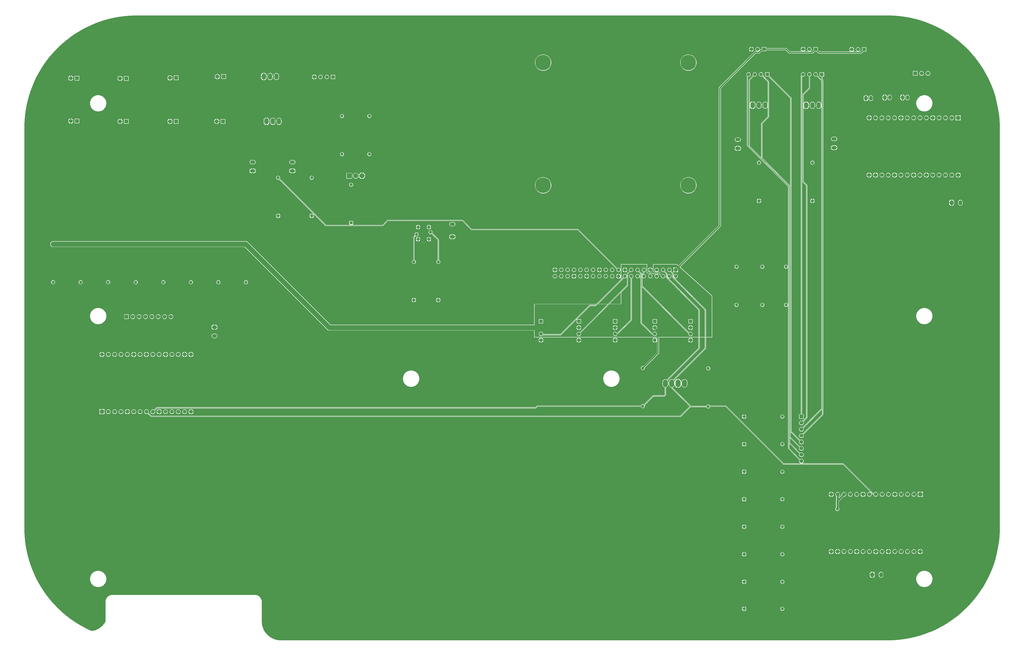
<source format=gbl>
G04*
G04 #@! TF.GenerationSoftware,Altium Limited,Altium Designer,24.1.2 (44)*
G04*
G04 Layer_Physical_Order=2*
G04 Layer_Color=16711680*
%FSLAX25Y25*%
%MOIN*%
G70*
G04*
G04 #@! TF.SameCoordinates,7BB0C798-B388-47C6-955D-DBFAA0C4EE40*
G04*
G04*
G04 #@! TF.FilePolarity,Positive*
G04*
G01*
G75*
%ADD12C,0.01968*%
%ADD15C,0.07874*%
%ADD16C,0.00591*%
%ADD28R,0.05512X0.05512*%
%ADD29C,0.05512*%
%ADD30C,0.02047*%
G04:AMPARAMS|DCode=31|XSize=28.35mil|YSize=20.47mil|CornerRadius=10.24mil|HoleSize=0mil|Usage=FLASHONLY|Rotation=90.000|XOffset=0mil|YOffset=0mil|HoleType=Round|Shape=RoundedRectangle|*
%AMROUNDEDRECTD31*
21,1,0.02835,0.00000,0,0,90.0*
21,1,0.00787,0.02047,0,0,90.0*
1,1,0.02047,0.00000,0.00394*
1,1,0.02047,0.00000,-0.00394*
1,1,0.02047,0.00000,-0.00394*
1,1,0.02047,0.00000,0.00394*
%
%ADD31ROUNDEDRECTD31*%
G04:AMPARAMS|DCode=32|XSize=53.15mil|YSize=43.31mil|CornerRadius=21.65mil|HoleSize=0mil|Usage=FLASHONLY|Rotation=90.000|XOffset=0mil|YOffset=0mil|HoleType=Round|Shape=RoundedRectangle|*
%AMROUNDEDRECTD32*
21,1,0.05315,0.00000,0,0,90.0*
21,1,0.00984,0.04331,0,0,90.0*
1,1,0.04331,0.00000,0.00492*
1,1,0.04331,0.00000,-0.00492*
1,1,0.04331,0.00000,-0.00492*
1,1,0.04331,0.00000,0.00492*
%
%ADD32ROUNDEDRECTD32*%
%ADD35C,0.06102*%
%ADD36R,0.06102X0.06102*%
%ADD39R,0.07874X0.07874*%
%ADD40C,0.07874*%
%ADD48R,0.05512X0.05512*%
%ADD49C,0.02953*%
%ADD50O,0.08268X0.05512*%
%ADD51O,0.07874X0.05906*%
%ADD52R,0.06024X0.06024*%
%ADD53C,0.06024*%
%ADD54O,0.05118X0.07677*%
%ADD55C,0.05000*%
%ADD56C,0.06000*%
%ADD57R,0.06000X0.06000*%
%ADD58R,0.06000X0.06000*%
%ADD59O,0.06890X0.09843*%
%ADD60C,0.24410*%
%ADD61O,0.05906X0.07874*%
%ADD62C,0.05394*%
%ADD63R,0.05394X0.05394*%
%ADD64O,0.07874X0.11811*%
%ADD65C,0.00598*%
G36*
X1371057Y984114D02*
X1378724Y983443D01*
X1386355Y982438D01*
X1393934Y981102D01*
X1401449Y979436D01*
X1408883Y977444D01*
X1416223Y975129D01*
X1423455Y972497D01*
X1430566Y969552D01*
X1437541Y966299D01*
X1444368Y962745D01*
X1451034Y958897D01*
X1457525Y954762D01*
X1463829Y950347D01*
X1469936Y945662D01*
X1475831Y940715D01*
X1481506Y935515D01*
X1486948Y930073D01*
X1492148Y924398D01*
X1497095Y918502D01*
X1501780Y912396D01*
X1506195Y906092D01*
X1510330Y899601D01*
X1514178Y892935D01*
X1517732Y886108D01*
X1520985Y879133D01*
X1523930Y872022D01*
X1526562Y864790D01*
X1528877Y857450D01*
X1530869Y850015D01*
X1532535Y842501D01*
X1533871Y834922D01*
X1534876Y827291D01*
X1535546Y819624D01*
X1535882Y811935D01*
Y808087D01*
Y178165D01*
Y174317D01*
X1535546Y166628D01*
X1534876Y158961D01*
X1533871Y151330D01*
X1532535Y143751D01*
X1530869Y136236D01*
X1528877Y128802D01*
X1526562Y121462D01*
X1523930Y114230D01*
X1520985Y107119D01*
X1517732Y100144D01*
X1514178Y93317D01*
X1510330Y86651D01*
X1506195Y80160D01*
X1501780Y73856D01*
X1497095Y67750D01*
X1492148Y61854D01*
X1486948Y56179D01*
X1481506Y50737D01*
X1475831Y45537D01*
X1469935Y40590D01*
X1463829Y35905D01*
X1457525Y31490D01*
X1451034Y27355D01*
X1444368Y23507D01*
X1437541Y19953D01*
X1430566Y16700D01*
X1423455Y13755D01*
X1416223Y11123D01*
X1408883Y8808D01*
X1401449Y6816D01*
X1393934Y5150D01*
X1386355Y3814D01*
X1378724Y2809D01*
X1371057Y2138D01*
X1363368Y1803D01*
X405015D01*
X403548Y1853D01*
X400617Y2169D01*
X397740Y2770D01*
X394936Y3650D01*
X392231Y4800D01*
X389652Y6210D01*
X387224Y7866D01*
X384970Y9752D01*
X382912Y11849D01*
X381069Y14139D01*
X379460Y16597D01*
X378099Y19202D01*
X377000Y21928D01*
X376173Y24748D01*
X375627Y27636D01*
X375366Y30573D01*
X375344Y32053D01*
X375312Y32200D01*
X375303Y32246D01*
X375303Y62500D01*
X375303Y62500D01*
Y63485D01*
X375287Y63563D01*
Y63642D01*
X374903Y65574D01*
X374873Y65647D01*
X374857Y65724D01*
X374103Y67544D01*
X374060Y67610D01*
X374029Y67683D01*
X372935Y69321D01*
X372879Y69377D01*
X372835Y69442D01*
X371442Y70835D01*
X371376Y70879D01*
X371321Y70935D01*
X369683Y72030D01*
X369610Y72060D01*
X369544Y72104D01*
X367724Y72857D01*
X367647Y72873D01*
X367573Y72903D01*
X365641Y73287D01*
X365562D01*
X365485Y73303D01*
X364500Y73303D01*
X140500Y73303D01*
X140500Y73303D01*
X139515D01*
X139437Y73287D01*
X139358D01*
X137426Y72903D01*
X137353Y72873D01*
X137276Y72857D01*
X135456Y72104D01*
X135390Y72060D01*
X135317Y72029D01*
X133679Y70935D01*
X133623Y70879D01*
X133558Y70835D01*
X132165Y69442D01*
X132121Y69376D01*
X132065Y69321D01*
X130971Y67683D01*
X130940Y67610D01*
X130896Y67544D01*
X130143Y65724D01*
X130127Y65647D01*
X130097Y65574D01*
X129713Y63642D01*
Y63563D01*
X129697Y63485D01*
Y62500D01*
Y31583D01*
X128680Y29707D01*
X127168Y27475D01*
X125444Y25402D01*
X123526Y23507D01*
X121431Y21810D01*
X119180Y20326D01*
X116794Y19070D01*
X114296Y18054D01*
X111711Y17288D01*
X109054Y16776D01*
X107705Y16619D01*
X107628Y16594D01*
X107371Y16700D01*
X100396Y19953D01*
X93569Y23507D01*
X86903Y27355D01*
X80412Y31490D01*
X74107Y35905D01*
X68002Y40590D01*
X62106Y45537D01*
X56431Y50737D01*
X50989Y56179D01*
X45789Y61854D01*
X40842Y67750D01*
X36157Y73856D01*
X31742Y80160D01*
X27607Y86651D01*
X23759Y93317D01*
X20205Y100144D01*
X16952Y107119D01*
X14007Y114230D01*
X11374Y121462D01*
X9060Y128802D01*
X7068Y136237D01*
X5402Y143751D01*
X4066Y151330D01*
X3061Y158961D01*
X2390Y166628D01*
X2055Y174317D01*
Y178165D01*
Y808087D01*
Y811935D01*
X2390Y819624D01*
X3061Y827291D01*
X4066Y834922D01*
X5402Y842501D01*
X7068Y850016D01*
X9060Y857450D01*
X11374Y864790D01*
X14007Y872022D01*
X16952Y879133D01*
X20205Y886108D01*
X23759Y892935D01*
X27607Y899601D01*
X31742Y906092D01*
X36157Y912396D01*
X40842Y918502D01*
X45789Y924398D01*
X50989Y930073D01*
X56431Y935515D01*
X62106Y940715D01*
X68002Y945662D01*
X74108Y950347D01*
X80412Y954762D01*
X86903Y958897D01*
X93569Y962745D01*
X100396Y966299D01*
X107371Y969552D01*
X114482Y972497D01*
X121714Y975129D01*
X129054Y977444D01*
X136488Y979436D01*
X144003Y981102D01*
X151582Y982438D01*
X159213Y983443D01*
X166880Y984114D01*
X174569Y984449D01*
X1363368D01*
X1371057Y984114D01*
D02*
G37*
%LPC*%
G36*
X1145815Y935254D02*
Y932000D01*
X1149069D01*
X1148815Y932950D01*
X1148320Y933806D01*
X1147621Y934505D01*
X1146765Y935000D01*
X1145815Y935254D01*
D02*
G37*
G36*
X1227157Y935254D02*
Y932000D01*
X1230412D01*
X1230157Y932950D01*
X1229663Y933806D01*
X1228964Y934505D01*
X1228107Y935000D01*
X1227157Y935254D01*
D02*
G37*
G36*
X1226157Y935254D02*
X1225208Y935000D01*
X1224351Y934505D01*
X1223652Y933806D01*
X1223158Y932950D01*
X1222903Y932000D01*
X1226157D01*
Y935254D01*
D02*
G37*
G36*
X1144815Y935254D02*
X1143865Y935000D01*
X1143009Y934505D01*
X1142309Y933806D01*
X1141815Y932950D01*
X1141560Y932000D01*
X1144815D01*
Y935254D01*
D02*
G37*
G36*
X1303657Y935058D02*
Y931803D01*
X1306912D01*
X1306657Y932753D01*
X1306163Y933609D01*
X1305464Y934309D01*
X1304607Y934803D01*
X1303657Y935058D01*
D02*
G37*
G36*
X1302657Y935058D02*
X1301708Y934803D01*
X1300851Y934309D01*
X1300152Y933609D01*
X1299658Y932753D01*
X1299403Y931803D01*
X1302657D01*
Y935058D01*
D02*
G37*
G36*
X1249698Y934856D02*
X1242987D01*
Y930429D01*
X1240634Y928076D01*
X1238281D01*
X1238147Y928576D01*
X1238561Y928815D01*
X1239185Y929439D01*
X1239627Y930205D01*
X1239856Y931058D01*
Y931942D01*
X1239627Y932795D01*
X1239185Y933561D01*
X1238561Y934185D01*
X1237795Y934627D01*
X1236942Y934856D01*
X1236058D01*
X1235205Y934627D01*
X1234439Y934185D01*
X1233815Y933561D01*
X1233373Y932795D01*
X1233144Y931942D01*
Y931058D01*
X1233373Y930205D01*
X1233815Y929439D01*
X1234439Y928815D01*
X1234853Y928576D01*
X1234719Y928076D01*
X1229160D01*
X1229045Y928576D01*
X1229663Y929194D01*
X1230157Y930050D01*
X1230412Y931000D01*
X1226657D01*
X1222903D01*
X1223158Y930050D01*
X1223652Y929194D01*
X1224270Y928576D01*
X1224155Y928076D01*
X1205868D01*
X1201302Y932642D01*
X1200778Y932992D01*
X1200160Y933115D01*
X1168356D01*
Y934856D01*
X1161644D01*
Y931598D01*
X1160767D01*
X1160149Y931475D01*
X1159625Y931125D01*
X1158838Y930338D01*
X1158390Y930597D01*
X1158513Y931058D01*
Y931942D01*
X1158285Y932795D01*
X1157843Y933561D01*
X1157218Y934185D01*
X1156453Y934627D01*
X1155599Y934856D01*
X1154716D01*
X1153862Y934627D01*
X1153097Y934185D01*
X1152472Y933561D01*
X1152030Y932795D01*
X1151802Y931942D01*
Y931058D01*
X1152030Y930205D01*
X1152472Y929439D01*
X1153097Y928815D01*
X1153510Y928576D01*
X1153376Y928076D01*
X1151461D01*
X1150842Y927953D01*
X1150318Y927603D01*
X1094492Y871776D01*
X1094141Y871252D01*
X1094019Y870634D01*
Y654476D01*
X1030722Y591180D01*
X1028186Y593442D01*
X1027967Y593519D01*
X1027754Y593607D01*
X991464D01*
X991005Y593417D01*
X990815Y592958D01*
Y579437D01*
X981838D01*
X981579Y579698D01*
X981482Y579794D01*
D01*
X981392Y579885D01*
X981393Y580013D01*
Y580013D01*
X981472Y592599D01*
X981472Y592600D01*
X981472Y592601D01*
X981378Y592830D01*
X981285Y593059D01*
X981284Y593060D01*
X981283Y593061D01*
X980931Y593415D01*
X980930Y593416D01*
X980930Y593417D01*
X980700Y593512D01*
X980472Y593607D01*
X980471Y593607D01*
X980470Y593607D01*
X940713D01*
X940253Y593417D01*
X940063Y592958D01*
Y585225D01*
X939563Y585160D01*
X939399Y585773D01*
X938965Y586524D01*
X938351Y587138D01*
X937599Y587572D01*
X936761Y587797D01*
X935893D01*
X935054Y587572D01*
X934732Y587386D01*
X873396Y648722D01*
X873100Y648920D01*
X872750Y648989D01*
X705759D01*
X692103Y662645D01*
X691807Y662843D01*
X691458Y662913D01*
X573044D01*
X572695Y662843D01*
X572399Y662645D01*
X565072Y655318D01*
X518436D01*
X518268Y655818D01*
X518801Y656351D01*
X519262Y657149D01*
X519489Y658000D01*
X516000D01*
X512510D01*
X512739Y657149D01*
X513199Y656351D01*
X513732Y655818D01*
X513564Y655318D01*
X476559D01*
X403828Y728049D01*
X403975Y728303D01*
X404187Y729092D01*
Y729908D01*
X403975Y730697D01*
X403567Y731403D01*
X402990Y731981D01*
X402283Y732389D01*
X401495Y732600D01*
X400678D01*
X399890Y732389D01*
X399183Y731981D01*
X398606Y731403D01*
X398198Y730697D01*
X397987Y729908D01*
Y729092D01*
X398198Y728303D01*
X398606Y727597D01*
X399183Y727019D01*
X399890Y726611D01*
X400678Y726400D01*
X401495D01*
X402283Y726611D01*
X402538Y726758D01*
X475536Y653760D01*
X475832Y653562D01*
X476181Y653493D01*
X565450D01*
X565799Y653562D01*
X566095Y653760D01*
X573422Y661087D01*
X691080D01*
X704736Y647431D01*
X705032Y647233D01*
X705381Y647164D01*
X872372D01*
X933441Y586095D01*
X933255Y585773D01*
X933030Y584934D01*
Y584066D01*
X933255Y583227D01*
X933689Y582476D01*
X934303Y581862D01*
X935054Y581428D01*
X935893Y581203D01*
X936761D01*
X937599Y581428D01*
X938351Y581862D01*
X938965Y582476D01*
X939399Y583227D01*
X939563Y583840D01*
X940063Y583775D01*
Y576422D01*
X939563Y576288D01*
X939285Y576770D01*
X938597Y577458D01*
X937754Y577945D01*
X936826Y578193D01*
Y574500D01*
Y570807D01*
X937754Y571055D01*
X938597Y571542D01*
X939285Y572230D01*
X939563Y572712D01*
X940063Y572578D01*
Y570836D01*
X940113Y570716D01*
Y570587D01*
X940204Y570496D01*
X940253Y570376D01*
X940395Y569865D01*
X901260Y530730D01*
X900749Y530872D01*
X900630Y530922D01*
X900538Y531013D01*
X900409D01*
X900290Y531062D01*
X804500D01*
X804041Y530872D01*
X803851Y530413D01*
Y498261D01*
X483604D01*
X353629Y628236D01*
X352682Y628963D01*
X351578Y629420D01*
X350394Y629576D01*
X47244D01*
X46060Y629420D01*
X44956Y628963D01*
X44008Y628236D01*
X43281Y627288D01*
X42824Y626184D01*
X42668Y625000D01*
X42824Y623816D01*
X43281Y622712D01*
X44008Y621764D01*
X44956Y621037D01*
X46060Y620580D01*
X47244Y620424D01*
X348498D01*
X478473Y490449D01*
X479421Y489722D01*
X480524Y489265D01*
X481709Y489109D01*
X803851D01*
Y479000D01*
X804041Y478541D01*
X804500Y478351D01*
X996924D01*
Y476503D01*
X996424Y476388D01*
X995806Y477005D01*
X994950Y477500D01*
X994000Y477754D01*
Y474000D01*
Y470246D01*
X994950Y470500D01*
X995806Y470995D01*
X996424Y471612D01*
X996924Y471497D01*
Y454708D01*
X975229Y433014D01*
X974908Y433100D01*
X974092D01*
X973303Y432889D01*
X972597Y432481D01*
X972019Y431903D01*
X971611Y431197D01*
X971400Y430408D01*
Y429592D01*
X971611Y428803D01*
X972019Y428097D01*
X972597Y427519D01*
X973303Y427111D01*
X974092Y426900D01*
X974908D01*
X975697Y427111D01*
X976403Y427519D01*
X976981Y428097D01*
X977389Y428803D01*
X977600Y429592D01*
Y430408D01*
X977514Y430729D01*
X999682Y452897D01*
X1000032Y453421D01*
X1000155Y454039D01*
Y478351D01*
X1062087D01*
Y461347D01*
X1012505Y411765D01*
X1012288Y411932D01*
X1011184Y412389D01*
X1010000Y412545D01*
X1008816Y412389D01*
X1007712Y411932D01*
X1006764Y411204D01*
X1006037Y410257D01*
X1005580Y409153D01*
X1005424Y407969D01*
Y404032D01*
X1005580Y402847D01*
X1006037Y401743D01*
X1006764Y400796D01*
X1007712Y400068D01*
X1008816Y399611D01*
X1009087Y399575D01*
Y388378D01*
X1007800Y387091D01*
X990678D01*
X990329Y387021D01*
X990032Y386823D01*
X975951Y372742D01*
X975697Y372889D01*
X974908Y373100D01*
X974092D01*
X973303Y372889D01*
X972597Y372481D01*
X972019Y371903D01*
X971611Y371197D01*
X971535Y370913D01*
X808551D01*
X808202Y370843D01*
X807906Y370645D01*
X805673Y368413D01*
X210027D01*
X209677Y368343D01*
X209381Y368145D01*
X205852Y364616D01*
X205421Y364866D01*
X204502Y365112D01*
X203551D01*
X202633Y364866D01*
X201809Y364390D01*
X201137Y363718D01*
X200661Y362894D01*
X200415Y361976D01*
Y361024D01*
X200661Y360106D01*
X201137Y359282D01*
X201809Y358610D01*
X202633Y358134D01*
X203551Y357888D01*
X204502D01*
X205421Y358134D01*
X206244Y358610D01*
X206917Y359282D01*
X207392Y360106D01*
X207639Y361024D01*
Y361976D01*
X207392Y362894D01*
X207143Y363326D01*
X210405Y366587D01*
X806051D01*
X806401Y366657D01*
X806697Y366855D01*
X808930Y369087D01*
X971535D01*
X971611Y368803D01*
X972019Y368097D01*
X972597Y367519D01*
X973303Y367111D01*
X974092Y366900D01*
X974908D01*
X975697Y367111D01*
X976403Y367519D01*
X976981Y368097D01*
X977389Y368803D01*
X977600Y369592D01*
Y370408D01*
X977389Y371197D01*
X977242Y371451D01*
X991056Y385265D01*
X1008178D01*
X1008527Y385335D01*
X1008823Y385532D01*
X1010645Y387354D01*
X1010843Y387651D01*
X1010913Y388000D01*
Y399575D01*
X1011184Y399611D01*
X1012288Y400068D01*
X1013236Y400796D01*
X1013963Y401743D01*
X1014420Y402847D01*
X1014576Y404032D01*
Y407969D01*
X1014420Y409153D01*
X1013963Y410257D01*
X1013796Y410474D01*
X1063645Y460323D01*
X1063843Y460619D01*
X1063913Y460968D01*
Y478351D01*
X1072087D01*
Y461347D01*
X1022505Y411765D01*
X1022288Y411932D01*
X1021184Y412389D01*
X1020000Y412545D01*
X1018816Y412389D01*
X1017712Y411932D01*
X1016764Y411204D01*
X1016037Y410257D01*
X1015580Y409153D01*
X1015424Y407969D01*
Y404032D01*
X1015580Y402847D01*
X1016037Y401743D01*
X1016764Y400796D01*
X1017712Y400068D01*
X1018816Y399611D01*
X1019378Y399537D01*
Y399209D01*
X1019448Y398859D01*
X1019646Y398563D01*
X1048209Y370000D01*
X1033122Y354913D01*
X201905D01*
X197143Y359674D01*
X197392Y360106D01*
X197639Y361024D01*
Y361976D01*
X197392Y362894D01*
X196917Y363718D01*
X196245Y364390D01*
X195421Y364866D01*
X194502Y365112D01*
X193551D01*
X192633Y364866D01*
X191809Y364390D01*
X191137Y363718D01*
X190661Y362894D01*
X190415Y361976D01*
Y361024D01*
X190661Y360106D01*
X191137Y359282D01*
X191809Y358610D01*
X192633Y358134D01*
X193551Y357888D01*
X194502D01*
X195421Y358134D01*
X195852Y358383D01*
X200881Y353355D01*
X201177Y353157D01*
X201527Y353087D01*
X1033500D01*
X1033849Y353157D01*
X1034145Y353355D01*
X1049547Y368756D01*
X1049559Y368748D01*
X1049908Y368679D01*
X1074535D01*
X1074611Y368395D01*
X1075019Y367688D01*
X1075597Y367111D01*
X1076303Y366703D01*
X1077092Y366492D01*
X1077908D01*
X1078697Y366703D01*
X1079403Y367111D01*
X1079981Y367688D01*
X1080389Y368395D01*
X1080574Y369087D01*
X1104892D01*
X1195451Y278528D01*
X1195747Y278330D01*
X1196097Y278260D01*
X1289436D01*
X1332294Y235403D01*
X1332035Y234955D01*
X1331449Y235112D01*
X1330498D01*
X1329579Y234866D01*
X1328755Y234390D01*
X1328083Y233718D01*
X1327608Y232894D01*
X1327361Y231976D01*
Y231025D01*
X1327608Y230106D01*
X1328083Y229282D01*
X1328755Y228610D01*
X1329579Y228134D01*
X1330498Y227888D01*
X1331449D01*
X1332367Y228134D01*
X1333191Y228610D01*
X1333863Y229282D01*
X1334339Y230106D01*
X1334585Y231025D01*
Y231976D01*
X1334428Y232561D01*
X1334876Y232820D01*
X1336430Y231266D01*
X1336726Y231069D01*
X1337076Y230999D01*
X1337368D01*
X1337608Y230106D01*
X1338083Y229282D01*
X1338756Y228610D01*
X1339579Y228134D01*
X1340498Y227888D01*
X1341449D01*
X1342367Y228134D01*
X1343191Y228610D01*
X1343863Y229282D01*
X1344339Y230106D01*
X1344585Y231025D01*
Y231976D01*
X1344339Y232894D01*
X1343863Y233718D01*
X1343191Y234390D01*
X1342367Y234866D01*
X1341449Y235112D01*
X1340498D01*
X1339579Y234866D01*
X1338756Y234390D01*
X1338083Y233718D01*
X1337785Y233201D01*
X1337170Y233109D01*
X1290460Y279819D01*
X1290164Y280017D01*
X1289814Y280086D01*
X1225823D01*
X1225689Y280586D01*
X1226210Y280887D01*
X1226881Y281557D01*
X1227355Y282378D01*
X1227600Y283294D01*
Y284242D01*
X1227355Y285157D01*
X1226881Y285978D01*
X1226210Y286648D01*
X1225390Y287122D01*
X1224474Y287368D01*
X1223526D01*
X1222610Y287122D01*
X1222183Y286876D01*
X1205007Y304051D01*
Y310816D01*
X1205469Y311008D01*
X1220892Y295585D01*
X1220645Y295157D01*
X1220400Y294242D01*
Y293294D01*
X1220645Y292378D01*
X1221119Y291557D01*
X1221790Y290887D01*
X1222610Y290413D01*
X1223526Y290168D01*
X1224474D01*
X1225390Y290413D01*
X1226210Y290887D01*
X1226881Y291557D01*
X1227355Y292378D01*
X1227600Y293294D01*
Y294242D01*
X1227355Y295157D01*
X1226881Y295978D01*
X1226210Y296648D01*
X1225390Y297122D01*
X1224474Y297368D01*
X1223526D01*
X1222610Y297122D01*
X1222183Y296876D01*
X1206098Y312961D01*
Y319726D01*
X1206560Y319917D01*
X1220892Y305585D01*
X1220645Y305157D01*
X1220400Y304242D01*
Y303294D01*
X1220645Y302378D01*
X1221119Y301557D01*
X1221790Y300887D01*
X1222610Y300413D01*
X1223526Y300168D01*
X1224474D01*
X1225390Y300413D01*
X1226210Y300887D01*
X1226881Y301557D01*
X1227355Y302378D01*
X1227600Y303294D01*
Y304242D01*
X1227355Y305157D01*
X1226881Y305978D01*
X1226210Y306648D01*
X1225390Y307122D01*
X1224474Y307368D01*
X1223526D01*
X1222610Y307122D01*
X1222183Y306876D01*
X1207188Y321870D01*
Y328635D01*
X1207650Y328826D01*
X1220892Y315585D01*
X1220645Y315157D01*
X1220400Y314242D01*
Y313294D01*
X1220645Y312378D01*
X1221119Y311557D01*
X1221790Y310887D01*
X1222610Y310413D01*
X1223526Y310168D01*
X1224474D01*
X1225390Y310413D01*
X1226210Y310887D01*
X1226881Y311557D01*
X1227355Y312378D01*
X1227600Y313294D01*
Y314242D01*
X1227355Y315157D01*
X1226881Y315978D01*
X1226210Y316648D01*
X1225390Y317122D01*
X1224474Y317368D01*
X1223526D01*
X1222610Y317122D01*
X1222183Y316876D01*
X1208279Y330780D01*
Y854976D01*
X1208210Y855326D01*
X1208012Y855622D01*
X1173698Y889935D01*
Y895356D01*
X1166987D01*
Y888644D01*
X1172408D01*
X1206453Y854598D01*
Y717866D01*
X1205991Y717674D01*
X1162617Y761048D01*
Y814354D01*
X1172685Y824422D01*
X1172883Y824718D01*
X1172952Y825067D01*
Y880461D01*
X1172883Y880810D01*
X1172685Y881106D01*
X1163429Y890362D01*
X1163627Y890705D01*
X1163856Y891558D01*
Y892442D01*
X1163627Y893295D01*
X1163185Y894061D01*
X1162561Y894685D01*
X1161795Y895127D01*
X1160942Y895356D01*
X1160058D01*
X1159205Y895127D01*
X1158439Y894685D01*
X1157815Y894061D01*
X1157373Y893295D01*
X1157144Y892442D01*
Y891558D01*
X1157373Y890705D01*
X1157815Y889939D01*
X1158439Y889315D01*
X1159205Y888873D01*
X1160058Y888644D01*
X1160942D01*
X1161795Y888873D01*
X1162138Y889071D01*
X1171127Y880083D01*
Y846890D01*
X1170627Y846791D01*
X1170533Y847016D01*
X1169885Y847861D01*
X1169040Y848510D01*
X1168056Y848917D01*
X1167000Y849056D01*
X1165944Y848917D01*
X1164960Y848510D01*
X1164115Y847861D01*
X1163467Y847016D01*
X1163059Y846032D01*
X1162920Y844976D01*
Y842024D01*
X1163059Y840968D01*
X1163467Y839984D01*
X1164115Y839139D01*
X1164960Y838490D01*
X1165944Y838083D01*
X1167000Y837944D01*
X1168056Y838083D01*
X1169040Y838490D01*
X1169885Y839139D01*
X1170533Y839984D01*
X1170627Y840209D01*
X1171127Y840110D01*
Y825445D01*
X1161059Y815378D01*
X1160861Y815082D01*
X1160792Y814732D01*
Y761985D01*
X1160330Y761794D01*
X1143188Y778935D01*
Y839279D01*
X1143688Y839448D01*
X1144145Y838853D01*
X1145073Y838141D01*
X1146155Y837693D01*
X1146815Y837606D01*
Y843500D01*
Y849394D01*
X1146155Y849307D01*
X1145073Y848859D01*
X1144145Y848147D01*
X1143688Y847552D01*
X1143188Y847721D01*
Y883240D01*
X1149019Y889071D01*
X1149362Y888873D01*
X1150216Y888644D01*
X1151099D01*
X1151953Y888873D01*
X1152718Y889315D01*
X1153343Y889939D01*
X1153785Y890705D01*
X1154013Y891558D01*
Y892442D01*
X1153785Y893295D01*
X1153343Y894061D01*
X1152718Y894685D01*
X1151953Y895127D01*
X1151099Y895356D01*
X1150216D01*
X1149362Y895127D01*
X1148597Y894685D01*
X1147972Y894061D01*
X1147530Y893295D01*
X1147302Y892442D01*
Y891558D01*
X1147530Y890705D01*
X1147728Y890362D01*
X1141630Y884264D01*
X1141432Y883967D01*
X1141363Y883618D01*
Y779872D01*
X1140901Y779680D01*
X1139767Y780814D01*
Y888372D01*
X1140155Y888702D01*
X1140373Y888644D01*
X1141257D01*
X1142110Y888873D01*
X1142875Y889315D01*
X1143500Y889939D01*
X1143942Y890705D01*
X1144171Y891558D01*
Y892442D01*
X1143942Y893295D01*
X1143500Y894061D01*
X1142875Y894685D01*
X1142110Y895127D01*
X1141257Y895356D01*
X1140373D01*
X1139520Y895127D01*
X1138754Y894685D01*
X1138130Y894061D01*
X1137688Y893295D01*
X1137459Y892442D01*
Y891558D01*
X1137688Y890705D01*
X1138130Y889939D01*
X1138411Y889658D01*
X1138209Y889456D01*
X1138011Y889160D01*
X1137941Y888811D01*
Y780436D01*
X1138011Y780087D01*
X1138209Y779791D01*
X1203182Y714818D01*
Y591189D01*
X1202682Y591055D01*
X1202481Y591403D01*
X1201903Y591981D01*
X1201197Y592389D01*
X1200408Y592600D01*
X1199592D01*
X1198803Y592389D01*
X1198097Y591981D01*
X1197519Y591403D01*
X1197111Y590697D01*
X1196900Y589908D01*
Y589092D01*
X1197111Y588303D01*
X1197519Y587597D01*
X1198097Y587019D01*
X1198803Y586611D01*
X1199592Y586400D01*
X1200408D01*
X1201197Y586611D01*
X1201903Y587019D01*
X1202481Y587597D01*
X1202682Y587945D01*
X1203182Y587811D01*
Y531189D01*
X1202682Y531055D01*
X1202481Y531403D01*
X1201903Y531981D01*
X1201197Y532389D01*
X1200408Y532600D01*
X1199592D01*
X1198803Y532389D01*
X1198097Y531981D01*
X1197519Y531403D01*
X1197111Y530697D01*
X1196900Y529908D01*
Y529092D01*
X1197111Y528303D01*
X1197519Y527597D01*
X1198097Y527019D01*
X1198803Y526611D01*
X1199592Y526400D01*
X1200408D01*
X1201197Y526611D01*
X1201903Y527019D01*
X1202481Y527597D01*
X1202682Y527945D01*
X1203182Y527811D01*
Y303673D01*
X1203251Y303324D01*
X1203449Y303028D01*
X1220892Y285585D01*
X1220645Y285157D01*
X1220400Y284242D01*
Y283294D01*
X1220645Y282378D01*
X1221119Y281557D01*
X1221790Y280887D01*
X1222311Y280586D01*
X1222177Y280086D01*
X1196475D01*
X1105916Y370645D01*
X1105619Y370843D01*
X1105270Y370913D01*
X1080317D01*
X1079981Y371495D01*
X1079403Y372073D01*
X1078697Y372481D01*
X1077908Y372692D01*
X1077092D01*
X1076303Y372481D01*
X1075597Y372073D01*
X1075019Y371495D01*
X1074611Y370788D01*
X1074535Y370505D01*
X1050286D01*
X1050146Y370645D01*
X1050146Y370645D01*
X1021564Y399227D01*
X1021681Y399817D01*
X1022288Y400068D01*
X1023236Y400796D01*
X1023963Y401743D01*
X1024420Y402847D01*
X1024546Y403803D01*
X1025050D01*
X1025190Y402743D01*
X1025688Y401542D01*
X1026479Y400510D01*
X1027510Y399719D01*
X1028711Y399222D01*
X1029500Y399118D01*
Y406000D01*
Y412882D01*
X1028711Y412778D01*
X1027510Y412281D01*
X1026479Y411490D01*
X1025688Y410458D01*
X1025190Y409257D01*
X1025050Y408197D01*
X1024546D01*
X1024420Y409153D01*
X1023963Y410257D01*
X1023796Y410474D01*
X1073645Y460323D01*
X1073843Y460619D01*
X1073913Y460968D01*
Y478351D01*
X1083000D01*
X1083459Y478541D01*
X1083649Y479000D01*
Y543671D01*
X1083642Y543689D01*
X1083648Y543708D01*
X1083548Y543916D01*
X1083459Y544130D01*
X1083441Y544138D01*
X1083432Y544155D01*
X1033409Y588783D01*
X1033394Y589283D01*
X1096776Y652665D01*
X1097126Y653189D01*
X1097249Y653807D01*
Y869965D01*
X1152130Y924845D01*
X1157245D01*
X1157863Y924968D01*
X1158387Y925318D01*
X1161164Y928096D01*
X1161644Y928144D01*
Y928144D01*
X1168356D01*
Y929885D01*
X1199491D01*
X1204057Y925318D01*
X1204581Y924968D01*
X1205199Y924845D01*
X1241303D01*
X1241921Y924968D01*
X1242445Y925318D01*
X1245271Y928144D01*
X1247414D01*
X1250437Y925122D01*
X1250961Y924771D01*
X1251579Y924648D01*
X1317803D01*
X1318421Y924771D01*
X1318945Y925122D01*
X1321771Y927947D01*
X1326198D01*
Y934659D01*
X1319487D01*
Y930232D01*
X1317134Y927879D01*
X1314781D01*
X1314647Y928379D01*
X1315061Y928618D01*
X1315685Y929243D01*
X1316127Y930008D01*
X1316356Y930861D01*
Y931745D01*
X1316127Y932598D01*
X1315685Y933364D01*
X1315061Y933988D01*
X1314295Y934430D01*
X1313442Y934659D01*
X1312558D01*
X1311705Y934430D01*
X1310939Y933988D01*
X1310315Y933364D01*
X1309873Y932598D01*
X1309644Y931745D01*
Y930861D01*
X1309873Y930008D01*
X1310315Y929243D01*
X1310939Y928618D01*
X1311353Y928379D01*
X1311219Y927879D01*
X1305660D01*
X1305545Y928379D01*
X1306163Y928997D01*
X1306657Y929853D01*
X1306912Y930803D01*
X1303157D01*
X1299403D01*
X1299658Y929853D01*
X1300152Y928997D01*
X1300770Y928379D01*
X1300655Y927879D01*
X1252248D01*
X1249698Y930429D01*
Y934856D01*
D02*
G37*
G36*
X1149069Y931000D02*
X1145815D01*
Y927746D01*
X1146765Y928000D01*
X1147621Y928494D01*
X1148320Y929194D01*
X1148815Y930050D01*
X1149069Y931000D01*
D02*
G37*
G36*
X1144815D02*
X1141561D01*
X1141815Y930050D01*
X1142309Y929194D01*
X1143009Y928494D01*
X1143865Y928000D01*
X1144815Y927746D01*
Y931000D01*
D02*
G37*
G36*
X1047181Y923305D02*
X1045166D01*
X1043175Y922989D01*
X1041258Y922367D01*
X1039462Y921452D01*
X1037831Y920267D01*
X1036406Y918842D01*
X1035222Y917211D01*
X1034307Y915415D01*
X1033684Y913498D01*
X1033368Y911508D01*
Y909492D01*
X1033684Y907502D01*
X1034307Y905585D01*
X1035222Y903789D01*
X1036406Y902158D01*
X1037831Y900733D01*
X1039462Y899548D01*
X1041258Y898633D01*
X1043175Y898011D01*
X1045166Y897695D01*
X1047181D01*
X1049172Y898011D01*
X1051089Y898633D01*
X1052884Y899548D01*
X1054515Y900733D01*
X1055940Y902158D01*
X1057125Y903789D01*
X1058040Y905585D01*
X1058663Y907502D01*
X1058978Y909492D01*
Y911508D01*
X1058663Y913498D01*
X1058040Y915415D01*
X1057125Y917211D01*
X1055940Y918842D01*
X1054515Y920267D01*
X1052884Y921452D01*
X1051089Y922367D01*
X1049172Y922989D01*
X1047181Y923305D01*
D02*
G37*
G36*
X818834D02*
X816819D01*
X814828Y922989D01*
X812912Y922367D01*
X811116Y921452D01*
X809485Y920267D01*
X808060Y918842D01*
X806875Y917211D01*
X805960Y915415D01*
X805337Y913498D01*
X805022Y911508D01*
Y909492D01*
X805337Y907502D01*
X805960Y905585D01*
X806875Y903789D01*
X808060Y902158D01*
X809485Y900733D01*
X811116Y899548D01*
X812912Y898633D01*
X814828Y898011D01*
X816819Y897695D01*
X818834D01*
X820825Y898011D01*
X822742Y898633D01*
X824538Y899548D01*
X826169Y900733D01*
X827594Y902158D01*
X828778Y903789D01*
X829693Y905585D01*
X830316Y907502D01*
X830632Y909492D01*
Y911508D01*
X830316Y913498D01*
X829693Y915415D01*
X828778Y917211D01*
X827594Y918842D01*
X826169Y920267D01*
X824538Y921452D01*
X822742Y922367D01*
X820825Y922989D01*
X818834Y923305D01*
D02*
G37*
G36*
X1423474Y897100D02*
X1422526D01*
X1421610Y896855D01*
X1420790Y896381D01*
X1420119Y895710D01*
X1419645Y894890D01*
X1419400Y893974D01*
Y893026D01*
X1419645Y892110D01*
X1420119Y891290D01*
X1420790Y890619D01*
X1421610Y890145D01*
X1422526Y889900D01*
X1423474D01*
X1424390Y890145D01*
X1425210Y890619D01*
X1425881Y891290D01*
X1426355Y892110D01*
X1426600Y893026D01*
Y893974D01*
X1426355Y894890D01*
X1425881Y895710D01*
X1425210Y896381D01*
X1424390Y896855D01*
X1423474Y897100D01*
D02*
G37*
G36*
X1413474D02*
X1412526D01*
X1411610Y896855D01*
X1410790Y896381D01*
X1410119Y895710D01*
X1409645Y894890D01*
X1409400Y893974D01*
Y893026D01*
X1409645Y892110D01*
X1410119Y891290D01*
X1410790Y890619D01*
X1411610Y890145D01*
X1412526Y889900D01*
X1413474D01*
X1414390Y890145D01*
X1415210Y890619D01*
X1415881Y891290D01*
X1416355Y892110D01*
X1416600Y893026D01*
Y893974D01*
X1416355Y894890D01*
X1415881Y895710D01*
X1415210Y896381D01*
X1414390Y896855D01*
X1413474Y897100D01*
D02*
G37*
G36*
X1406600D02*
X1399400D01*
Y889900D01*
X1406600D01*
Y897100D01*
D02*
G37*
G36*
X379157Y894449D02*
Y889055D01*
X383141D01*
Y890031D01*
X382988Y891191D01*
X382540Y892273D01*
X381828Y893201D01*
X380899Y893914D01*
X379818Y894362D01*
X379157Y894449D01*
D02*
G37*
G36*
X378157Y894449D02*
X377497Y894362D01*
X376416Y893914D01*
X375487Y893201D01*
X374775Y892273D01*
X374327Y891191D01*
X374174Y890031D01*
Y889055D01*
X378157D01*
Y894449D01*
D02*
G37*
G36*
X305996Y892508D02*
X305962D01*
Y888957D01*
X309513D01*
Y888990D01*
X309237Y890020D01*
X308704Y890944D01*
X307950Y891698D01*
X307026Y892231D01*
X305996Y892508D01*
D02*
G37*
G36*
X304962D02*
X304929D01*
X303899Y892231D01*
X302975Y891698D01*
X302221Y890944D01*
X301687Y890020D01*
X301411Y888990D01*
Y888957D01*
X304962D01*
Y892508D01*
D02*
G37*
G36*
X1227099Y895356D02*
X1226216D01*
X1225362Y895127D01*
X1224597Y894685D01*
X1223972Y894061D01*
X1223530Y893295D01*
X1223302Y892442D01*
Y891558D01*
X1223530Y890705D01*
X1223728Y890362D01*
X1223355Y889988D01*
X1223157Y889692D01*
X1223087Y889342D01*
Y357368D01*
X1220400D01*
Y350168D01*
X1227600D01*
Y357368D01*
X1224913D01*
Y888555D01*
X1225310Y888836D01*
X1225413Y888859D01*
X1226216Y888644D01*
X1227099D01*
X1227953Y888873D01*
X1228718Y889315D01*
X1229343Y889939D01*
X1229785Y890705D01*
X1230013Y891558D01*
Y892442D01*
X1229785Y893295D01*
X1229343Y894061D01*
X1228718Y894685D01*
X1227953Y895127D01*
X1227099Y895356D01*
D02*
G37*
G36*
X458472Y891754D02*
Y888500D01*
X461727D01*
X461472Y889450D01*
X460978Y890306D01*
X460279Y891006D01*
X459422Y891500D01*
X458472Y891754D01*
D02*
G37*
G36*
X457472D02*
X456523Y891500D01*
X455666Y891006D01*
X454967Y890306D01*
X454472Y889450D01*
X454218Y888500D01*
X457472D01*
Y891754D01*
D02*
G37*
G36*
X231533Y890484D02*
X231500D01*
Y886933D01*
X235051D01*
Y886966D01*
X234775Y887997D01*
X234242Y888921D01*
X233488Y889675D01*
X232564Y890208D01*
X231533Y890484D01*
D02*
G37*
G36*
X230500D02*
X230467D01*
X229436Y890208D01*
X228513Y889675D01*
X227758Y888921D01*
X227225Y887997D01*
X226949Y886966D01*
Y886933D01*
X230500D01*
Y890484D01*
D02*
G37*
G36*
X75533Y890051D02*
X75500D01*
Y886500D01*
X79051D01*
Y886533D01*
X78775Y887564D01*
X78242Y888488D01*
X77487Y889242D01*
X76564Y889775D01*
X75533Y890051D01*
D02*
G37*
G36*
X74500D02*
X74467D01*
X73436Y889775D01*
X72513Y889242D01*
X71758Y888488D01*
X71225Y887564D01*
X70949Y886533D01*
Y886500D01*
X74500D01*
Y890051D01*
D02*
G37*
G36*
X153033Y889627D02*
X153000D01*
Y886075D01*
X156551D01*
Y886109D01*
X156275Y887139D01*
X155742Y888063D01*
X154988Y888817D01*
X154064Y889351D01*
X153033Y889627D01*
D02*
G37*
G36*
X152000D02*
X151967D01*
X150936Y889351D01*
X150013Y888817D01*
X149258Y888063D01*
X148725Y887139D01*
X148449Y886109D01*
Y886075D01*
X152000D01*
Y889627D01*
D02*
G37*
G36*
X318956Y892108D02*
X311654D01*
Y884805D01*
X318956D01*
Y892108D01*
D02*
G37*
G36*
X490856Y891356D02*
X484144D01*
Y884644D01*
X490856D01*
Y891356D01*
D02*
G37*
G36*
X478099D02*
X477216D01*
X476362Y891127D01*
X475597Y890685D01*
X474972Y890061D01*
X474530Y889295D01*
X474302Y888442D01*
Y887558D01*
X474530Y886705D01*
X474972Y885939D01*
X475597Y885315D01*
X476362Y884873D01*
X477216Y884644D01*
X478099D01*
X478953Y884873D01*
X479718Y885315D01*
X480343Y885939D01*
X480785Y886705D01*
X481013Y887558D01*
Y888442D01*
X480785Y889295D01*
X480343Y890061D01*
X479718Y890685D01*
X478953Y891127D01*
X478099Y891356D01*
D02*
G37*
G36*
X468257D02*
X467373D01*
X466520Y891127D01*
X465754Y890685D01*
X465130Y890061D01*
X464688Y889295D01*
X464459Y888442D01*
Y887558D01*
X464688Y886705D01*
X465130Y885939D01*
X465754Y885315D01*
X466520Y884873D01*
X467373Y884644D01*
X468257D01*
X469110Y884873D01*
X469875Y885315D01*
X470500Y885939D01*
X470942Y886705D01*
X471171Y887558D01*
Y888442D01*
X470942Y889295D01*
X470500Y890061D01*
X469875Y890685D01*
X469110Y891127D01*
X468257Y891356D01*
D02*
G37*
G36*
X1259541Y895356D02*
X1252829D01*
Y888644D01*
X1255587D01*
Y884700D01*
X1255125Y884508D01*
X1249272Y890362D01*
X1249470Y890705D01*
X1249698Y891558D01*
Y892442D01*
X1249470Y893295D01*
X1249028Y894061D01*
X1248403Y894685D01*
X1247638Y895127D01*
X1246784Y895356D01*
X1245901D01*
X1245047Y895127D01*
X1244282Y894685D01*
X1243657Y894061D01*
X1243215Y893295D01*
X1242987Y892442D01*
Y891558D01*
X1243215Y890705D01*
X1243657Y889939D01*
X1244282Y889315D01*
X1245047Y888873D01*
X1245901Y888644D01*
X1246784D01*
X1247638Y888873D01*
X1247981Y889071D01*
X1255312Y881740D01*
Y846729D01*
X1254812Y846629D01*
X1254718Y846855D01*
X1254070Y847700D01*
X1253225Y848348D01*
X1252241Y848756D01*
X1251185Y848895D01*
X1250129Y848756D01*
X1249145Y848348D01*
X1248300Y847700D01*
X1247652Y846855D01*
X1247244Y845871D01*
X1247105Y844815D01*
Y841862D01*
X1247244Y840806D01*
X1247652Y839822D01*
X1248300Y838977D01*
X1249145Y838329D01*
X1250129Y837921D01*
X1251185Y837782D01*
X1252241Y837921D01*
X1253225Y838329D01*
X1254070Y838977D01*
X1254718Y839822D01*
X1254812Y840048D01*
X1255312Y839948D01*
Y366370D01*
X1225817Y336876D01*
X1225390Y337122D01*
X1224474Y337368D01*
X1223526D01*
X1222610Y337122D01*
X1221790Y336648D01*
X1221119Y335978D01*
X1220645Y335157D01*
X1220400Y334242D01*
Y333294D01*
X1220645Y332378D01*
X1221119Y331557D01*
X1221790Y330887D01*
X1222610Y330413D01*
X1223526Y330168D01*
X1224474D01*
X1225390Y330413D01*
X1226210Y330887D01*
X1226881Y331557D01*
X1227355Y332378D01*
X1227600Y333294D01*
Y334242D01*
X1227355Y335157D01*
X1227108Y335585D01*
X1255940Y364417D01*
X1256402Y364226D01*
Y357461D01*
X1225817Y326876D01*
X1225390Y327122D01*
X1224474Y327368D01*
X1223526D01*
X1222610Y327122D01*
X1221790Y326648D01*
X1221119Y325978D01*
X1220645Y325157D01*
X1220400Y324242D01*
Y323294D01*
X1220645Y322378D01*
X1221119Y321557D01*
X1221790Y320887D01*
X1222610Y320413D01*
X1223526Y320168D01*
X1224474D01*
X1225390Y320413D01*
X1226210Y320887D01*
X1226881Y321557D01*
X1227355Y322378D01*
X1227600Y323294D01*
Y324242D01*
X1227355Y325157D01*
X1227108Y325585D01*
X1257960Y356437D01*
X1258158Y356733D01*
X1258228Y357083D01*
Y882570D01*
X1258158Y882919D01*
X1257960Y883215D01*
X1257413Y883763D01*
Y888644D01*
X1259541D01*
Y895356D01*
D02*
G37*
G36*
X309513Y887957D02*
X305962D01*
Y884405D01*
X305996D01*
X307026Y884681D01*
X307950Y885215D01*
X308704Y885969D01*
X309237Y886893D01*
X309513Y887923D01*
Y887957D01*
D02*
G37*
G36*
X304962D02*
X301411D01*
Y887923D01*
X301687Y886893D01*
X302221Y885969D01*
X302975Y885215D01*
X303899Y884681D01*
X304929Y884405D01*
X304962D01*
Y887957D01*
D02*
G37*
G36*
X461727Y887500D02*
X458472D01*
Y884246D01*
X459422Y884500D01*
X460279Y884995D01*
X460978Y885694D01*
X461472Y886550D01*
X461727Y887500D01*
D02*
G37*
G36*
X457472D02*
X454218D01*
X454472Y886550D01*
X454967Y885694D01*
X455666Y884995D01*
X456523Y884500D01*
X457472Y884246D01*
Y887500D01*
D02*
G37*
G36*
X398342Y894111D02*
X397287Y893972D01*
X396303Y893564D01*
X395458Y892916D01*
X394809Y892071D01*
X394402Y891087D01*
X394263Y890031D01*
Y887078D01*
X394402Y886022D01*
X394809Y885038D01*
X395458Y884194D01*
X396303Y883545D01*
X397287Y883138D01*
X398342Y882999D01*
X399398Y883138D01*
X400382Y883545D01*
X401227Y884194D01*
X401876Y885038D01*
X402283Y886022D01*
X402422Y887078D01*
Y890031D01*
X402283Y891087D01*
X401876Y892071D01*
X401227Y892916D01*
X400382Y893564D01*
X399398Y893972D01*
X398342Y894111D01*
D02*
G37*
G36*
X388500D02*
X387444Y893972D01*
X386460Y893564D01*
X385615Y892916D01*
X384967Y892071D01*
X384559Y891087D01*
X384420Y890031D01*
Y887078D01*
X384559Y886022D01*
X384967Y885038D01*
X385615Y884194D01*
X386460Y883545D01*
X387444Y883138D01*
X388500Y882999D01*
X389556Y883138D01*
X390540Y883545D01*
X391385Y884194D01*
X392033Y885038D01*
X392441Y886022D01*
X392580Y887078D01*
Y890031D01*
X392441Y891087D01*
X392033Y892071D01*
X391385Y892916D01*
X390540Y893564D01*
X389556Y893972D01*
X388500Y894111D01*
D02*
G37*
G36*
X244494Y890084D02*
X237191D01*
Y882782D01*
X244494D01*
Y890084D01*
D02*
G37*
G36*
X383141Y888055D02*
X379157D01*
Y882661D01*
X379818Y882748D01*
X380899Y883196D01*
X381828Y883908D01*
X382540Y884837D01*
X382988Y885918D01*
X383141Y887078D01*
Y888055D01*
D02*
G37*
G36*
X378157D02*
X374174D01*
Y887078D01*
X374327Y885918D01*
X374775Y884837D01*
X375487Y883908D01*
X376416Y883196D01*
X377497Y882748D01*
X378157Y882661D01*
Y888055D01*
D02*
G37*
G36*
X235051Y885933D02*
X231500D01*
Y882382D01*
X231533D01*
X232564Y882658D01*
X233488Y883191D01*
X234242Y883946D01*
X234775Y884869D01*
X235051Y885900D01*
Y885933D01*
D02*
G37*
G36*
X230500D02*
X226949D01*
Y885900D01*
X227225Y884869D01*
X227758Y883946D01*
X228513Y883191D01*
X229436Y882658D01*
X230467Y882382D01*
X230500D01*
Y885933D01*
D02*
G37*
G36*
X88494Y889651D02*
X81191D01*
Y882349D01*
X88494D01*
Y889651D01*
D02*
G37*
G36*
X79051Y885500D02*
X75500D01*
Y881949D01*
X75533D01*
X76564Y882225D01*
X77487Y882758D01*
X78242Y883512D01*
X78775Y884436D01*
X79051Y885467D01*
Y885500D01*
D02*
G37*
G36*
X74500D02*
X70949D01*
Y885467D01*
X71225Y884436D01*
X71758Y883512D01*
X72513Y882758D01*
X73436Y882225D01*
X74467Y881949D01*
X74500D01*
Y885500D01*
D02*
G37*
G36*
X165994Y889227D02*
X158691D01*
Y881924D01*
X165994D01*
Y889227D01*
D02*
G37*
G36*
X156551Y885075D02*
X153000D01*
Y881524D01*
X153033D01*
X154064Y881800D01*
X154988Y882334D01*
X155742Y883088D01*
X156275Y884012D01*
X156551Y885042D01*
Y885075D01*
D02*
G37*
G36*
X152000D02*
X148449D01*
Y885042D01*
X148725Y884012D01*
X149258Y883088D01*
X150013Y882334D01*
X150936Y881800D01*
X151967Y881524D01*
X152000D01*
Y885075D01*
D02*
G37*
G36*
X1383500Y860434D02*
Y856130D01*
X1386590D01*
Y856910D01*
X1386467Y857839D01*
X1386109Y858705D01*
X1385538Y859448D01*
X1384795Y860019D01*
X1383929Y860377D01*
X1383500Y860434D01*
D02*
G37*
G36*
X1355500D02*
Y856130D01*
X1358590D01*
Y856910D01*
X1358467Y857839D01*
X1358109Y858705D01*
X1357538Y859448D01*
X1356795Y860019D01*
X1355929Y860377D01*
X1355500Y860434D01*
D02*
G37*
G36*
X1382500Y860434D02*
X1382071Y860377D01*
X1381205Y860019D01*
X1380462Y859448D01*
X1379891Y858705D01*
X1379533Y857839D01*
X1379410Y856910D01*
Y856130D01*
X1382500D01*
Y860434D01*
D02*
G37*
G36*
X1354500D02*
X1354071Y860377D01*
X1353205Y860019D01*
X1352462Y859448D01*
X1351891Y858705D01*
X1351533Y857839D01*
X1351410Y856910D01*
Y856130D01*
X1354500D01*
Y860434D01*
D02*
G37*
G36*
X1325948Y859362D02*
Y855059D01*
X1329038D01*
Y855838D01*
X1328916Y856767D01*
X1328557Y857633D01*
X1327986Y858377D01*
X1327243Y858947D01*
X1326377Y859306D01*
X1325948Y859362D01*
D02*
G37*
G36*
X1324948Y859362D02*
X1324519Y859306D01*
X1323653Y858947D01*
X1322910Y858377D01*
X1322339Y857633D01*
X1321981Y856767D01*
X1321858Y855838D01*
Y855059D01*
X1324948D01*
Y859362D01*
D02*
G37*
G36*
X1390874Y860096D02*
X1390049Y859988D01*
X1389281Y859669D01*
X1388621Y859163D01*
X1388115Y858503D01*
X1387796Y857734D01*
X1387688Y856910D01*
Y854351D01*
X1387796Y853526D01*
X1388115Y852758D01*
X1388621Y852098D01*
X1389281Y851591D01*
X1390049Y851273D01*
X1390874Y851165D01*
X1391699Y851273D01*
X1392467Y851591D01*
X1393127Y852098D01*
X1393633Y852758D01*
X1393952Y853526D01*
X1394060Y854351D01*
Y856910D01*
X1393952Y857734D01*
X1393633Y858503D01*
X1393127Y859163D01*
X1392467Y859669D01*
X1391699Y859988D01*
X1390874Y860096D01*
D02*
G37*
G36*
X1362874D02*
X1362049Y859988D01*
X1361281Y859669D01*
X1360621Y859163D01*
X1360115Y858503D01*
X1359796Y857734D01*
X1359688Y856910D01*
Y854351D01*
X1359796Y853526D01*
X1360115Y852758D01*
X1360621Y852098D01*
X1361281Y851591D01*
X1362049Y851273D01*
X1362874Y851165D01*
X1363699Y851273D01*
X1364467Y851591D01*
X1365127Y852098D01*
X1365633Y852758D01*
X1365952Y853526D01*
X1366060Y854351D01*
Y856910D01*
X1365952Y857734D01*
X1365633Y858503D01*
X1365127Y859163D01*
X1364467Y859669D01*
X1363699Y859988D01*
X1362874Y860096D01*
D02*
G37*
G36*
X1382500Y855130D02*
X1379410D01*
Y854351D01*
X1379533Y853422D01*
X1379891Y852556D01*
X1380462Y851812D01*
X1381205Y851242D01*
X1382071Y850883D01*
X1382500Y850827D01*
Y855130D01*
D02*
G37*
G36*
X1354500D02*
X1351410D01*
Y854351D01*
X1351533Y853422D01*
X1351891Y852556D01*
X1352462Y851812D01*
X1353205Y851242D01*
X1354071Y850883D01*
X1354500Y850827D01*
Y855130D01*
D02*
G37*
G36*
X1386590D02*
X1383500D01*
Y850827D01*
X1383929Y850883D01*
X1384795Y851242D01*
X1385538Y851812D01*
X1386109Y852556D01*
X1386467Y853422D01*
X1386590Y854351D01*
Y855130D01*
D02*
G37*
G36*
X1358590D02*
X1355500D01*
Y850827D01*
X1355929Y850883D01*
X1356795Y851242D01*
X1357538Y851812D01*
X1358109Y852556D01*
X1358467Y853422D01*
X1358590Y854351D01*
Y855130D01*
D02*
G37*
G36*
X1333322Y859025D02*
X1332497Y858916D01*
X1331729Y858598D01*
X1331069Y858091D01*
X1330563Y857432D01*
X1330244Y856663D01*
X1330136Y855838D01*
Y853279D01*
X1330244Y852455D01*
X1330563Y851686D01*
X1331069Y851026D01*
X1331729Y850520D01*
X1332497Y850202D01*
X1333322Y850093D01*
X1334147Y850202D01*
X1334915Y850520D01*
X1335575Y851026D01*
X1336082Y851686D01*
X1336400Y852455D01*
X1336508Y853279D01*
Y855838D01*
X1336400Y856663D01*
X1336082Y857432D01*
X1335575Y858091D01*
X1334915Y858598D01*
X1334147Y858916D01*
X1333322Y859025D01*
D02*
G37*
G36*
X1324948Y854059D02*
X1321858D01*
Y853279D01*
X1321981Y852350D01*
X1322339Y851484D01*
X1322910Y850741D01*
X1323653Y850170D01*
X1324519Y849812D01*
X1324948Y849755D01*
Y854059D01*
D02*
G37*
G36*
X1329038D02*
X1325948D01*
Y849755D01*
X1326377Y849812D01*
X1327243Y850170D01*
X1327986Y850741D01*
X1328557Y851484D01*
X1328916Y852350D01*
X1329038Y853279D01*
Y854059D01*
D02*
G37*
G36*
X1147815Y849394D02*
Y844000D01*
X1151798D01*
Y844976D01*
X1151645Y846137D01*
X1151198Y847218D01*
X1150485Y848147D01*
X1149557Y848859D01*
X1148475Y849307D01*
X1147815Y849394D01*
D02*
G37*
G36*
X1232000Y849232D02*
Y843839D01*
X1235983D01*
Y844815D01*
X1235830Y845975D01*
X1235383Y847057D01*
X1234670Y847985D01*
X1233742Y848698D01*
X1232660Y849145D01*
X1232000Y849232D01*
D02*
G37*
G36*
X1157158Y849056D02*
X1156102Y848917D01*
X1155118Y848510D01*
X1154273Y847861D01*
X1153624Y847016D01*
X1153217Y846032D01*
X1153078Y844976D01*
Y842024D01*
X1153217Y840968D01*
X1153624Y839984D01*
X1154273Y839139D01*
X1155118Y838490D01*
X1156102Y838083D01*
X1157158Y837944D01*
X1158213Y838083D01*
X1159197Y838490D01*
X1160042Y839139D01*
X1160691Y839984D01*
X1161098Y840968D01*
X1161237Y842024D01*
Y844976D01*
X1161098Y846032D01*
X1160691Y847016D01*
X1160042Y847861D01*
X1159197Y848510D01*
X1158213Y848917D01*
X1157158Y849056D01*
D02*
G37*
G36*
X1241343Y848895D02*
X1240287Y848756D01*
X1239303Y848348D01*
X1238458Y847700D01*
X1237809Y846855D01*
X1237402Y845871D01*
X1237263Y844815D01*
Y841862D01*
X1237402Y840806D01*
X1237809Y839822D01*
X1238458Y838977D01*
X1239303Y838329D01*
X1240287Y837921D01*
X1241343Y837782D01*
X1242398Y837921D01*
X1243382Y838329D01*
X1244227Y838977D01*
X1244876Y839822D01*
X1245283Y840806D01*
X1245422Y841862D01*
Y844815D01*
X1245283Y845871D01*
X1244876Y846855D01*
X1244227Y847700D01*
X1243382Y848348D01*
X1242398Y848756D01*
X1241343Y848895D01*
D02*
G37*
G36*
X1151798Y843000D02*
X1147815D01*
Y837606D01*
X1148475Y837693D01*
X1149557Y838141D01*
X1150485Y838853D01*
X1151198Y839782D01*
X1151645Y840863D01*
X1151798Y842024D01*
Y843000D01*
D02*
G37*
G36*
X1235983Y842838D02*
X1232000D01*
Y837445D01*
X1232660Y837532D01*
X1233742Y837980D01*
X1234670Y838692D01*
X1235383Y839621D01*
X1235830Y840702D01*
X1235983Y841862D01*
Y842838D01*
D02*
G37*
G36*
X1236942Y895356D02*
X1236058D01*
X1235205Y895127D01*
X1234439Y894685D01*
X1233815Y894061D01*
X1233373Y893295D01*
X1233144Y892442D01*
Y891558D01*
X1233373Y890705D01*
X1233815Y889939D01*
X1234439Y889315D01*
X1235205Y888873D01*
X1235587Y888770D01*
Y870619D01*
X1225815Y860847D01*
X1225617Y860551D01*
X1225548Y860202D01*
Y723556D01*
X1225617Y723207D01*
X1225815Y722911D01*
X1231382Y717344D01*
Y352441D01*
X1225817Y346876D01*
X1225390Y347122D01*
X1224474Y347368D01*
X1223526D01*
X1222610Y347122D01*
X1221790Y346648D01*
X1221119Y345978D01*
X1220645Y345157D01*
X1220400Y344242D01*
Y343294D01*
X1220645Y342378D01*
X1221119Y341557D01*
X1221790Y340887D01*
X1222610Y340413D01*
X1223526Y340168D01*
X1224474D01*
X1225390Y340413D01*
X1226210Y340887D01*
X1226881Y341557D01*
X1227355Y342378D01*
X1227600Y343294D01*
Y344242D01*
X1227355Y345157D01*
X1227108Y345585D01*
X1232941Y351417D01*
X1233139Y351714D01*
X1233208Y352063D01*
Y717722D01*
X1233139Y718071D01*
X1232941Y718367D01*
X1227373Y723934D01*
Y839117D01*
X1227873Y839287D01*
X1228330Y838692D01*
X1229258Y837980D01*
X1230340Y837532D01*
X1231000Y837445D01*
Y843338D01*
Y849232D01*
X1230340Y849145D01*
X1229258Y848698D01*
X1228330Y847985D01*
X1227873Y847390D01*
X1227373Y847560D01*
Y859824D01*
X1237145Y869596D01*
X1237343Y869892D01*
X1237413Y870241D01*
Y888770D01*
X1237795Y888873D01*
X1238561Y889315D01*
X1239185Y889939D01*
X1239627Y890705D01*
X1239856Y891558D01*
Y892442D01*
X1239627Y893295D01*
X1239185Y894061D01*
X1238561Y894685D01*
X1237795Y895127D01*
X1236942Y895356D01*
D02*
G37*
G36*
X1417323Y859301D02*
X1415314Y859143D01*
X1413354Y858672D01*
X1411492Y857901D01*
X1409773Y856848D01*
X1408241Y855539D01*
X1406932Y854006D01*
X1405879Y852288D01*
X1405107Y850426D01*
X1404637Y848466D01*
X1404478Y846457D01*
X1404637Y844447D01*
X1405107Y842488D01*
X1405879Y840625D01*
X1406932Y838907D01*
X1408241Y837374D01*
X1409773Y836065D01*
X1411492Y835012D01*
X1413354Y834241D01*
X1415314Y833770D01*
X1417323Y833612D01*
X1419332Y833770D01*
X1421292Y834241D01*
X1423154Y835012D01*
X1424872Y836065D01*
X1426405Y837374D01*
X1427714Y838907D01*
X1428767Y840625D01*
X1429539Y842488D01*
X1430009Y844447D01*
X1430167Y846457D01*
X1430009Y848466D01*
X1429539Y850426D01*
X1428767Y852288D01*
X1427714Y854006D01*
X1426405Y855539D01*
X1424872Y856848D01*
X1423154Y857901D01*
X1421292Y858672D01*
X1419332Y859143D01*
X1417323Y859301D01*
D02*
G37*
G36*
X118110D02*
X116101Y859143D01*
X114141Y858672D01*
X112279Y857901D01*
X110561Y856848D01*
X109028Y855539D01*
X107719Y854006D01*
X106666Y852288D01*
X105895Y850426D01*
X105424Y848466D01*
X105266Y846457D01*
X105424Y844447D01*
X105895Y842488D01*
X106666Y840625D01*
X107719Y838907D01*
X109028Y837374D01*
X110561Y836065D01*
X112279Y835012D01*
X114141Y834241D01*
X116101Y833770D01*
X118110Y833612D01*
X120120Y833770D01*
X122079Y834241D01*
X123941Y835012D01*
X125660Y836065D01*
X127192Y837374D01*
X128501Y838907D01*
X129555Y840625D01*
X130326Y842488D01*
X130796Y844447D01*
X130955Y846457D01*
X130796Y848466D01*
X130326Y850426D01*
X129555Y852288D01*
X128501Y854006D01*
X127192Y855539D01*
X125660Y856848D01*
X123941Y857901D01*
X122079Y858672D01*
X120120Y859143D01*
X118110Y859301D01*
D02*
G37*
G36*
X1474512Y827644D02*
X1471000D01*
Y824133D01*
X1474512D01*
Y827644D01*
D02*
G37*
G36*
X1431028D02*
X1431000D01*
Y824133D01*
X1434512D01*
Y824161D01*
X1434238Y825181D01*
X1433710Y826096D01*
X1432963Y826843D01*
X1432049Y827371D01*
X1431028Y827644D01*
D02*
G37*
G36*
X1381028D02*
X1381000D01*
Y824133D01*
X1384512D01*
Y824161D01*
X1384238Y825181D01*
X1383710Y826096D01*
X1382963Y826843D01*
X1382049Y827371D01*
X1381028Y827644D01*
D02*
G37*
G36*
X1331028D02*
X1331000D01*
Y824133D01*
X1334512D01*
Y824161D01*
X1334238Y825181D01*
X1333710Y826096D01*
X1332963Y826843D01*
X1332049Y827371D01*
X1331028Y827644D01*
D02*
G37*
G36*
X1470000D02*
X1466488D01*
Y824133D01*
X1470000D01*
Y827644D01*
D02*
G37*
G36*
X1430000D02*
X1429972D01*
X1428951Y827371D01*
X1428037Y826843D01*
X1427290Y826096D01*
X1426762Y825181D01*
X1426488Y824161D01*
Y824133D01*
X1430000D01*
Y827644D01*
D02*
G37*
G36*
X1380000D02*
X1379972D01*
X1378951Y827371D01*
X1378037Y826843D01*
X1377290Y826096D01*
X1376762Y825181D01*
X1376488Y824161D01*
Y824133D01*
X1380000D01*
Y827644D01*
D02*
G37*
G36*
X1330000D02*
X1329972D01*
X1328951Y827371D01*
X1328037Y826843D01*
X1327290Y826096D01*
X1326762Y825181D01*
X1326488Y824161D01*
Y824133D01*
X1330000D01*
Y827644D01*
D02*
G37*
G36*
X544963Y829600D02*
X544147D01*
X543359Y829389D01*
X542652Y828981D01*
X542074Y828403D01*
X541666Y827697D01*
X541455Y826908D01*
Y826092D01*
X541666Y825303D01*
X542074Y824597D01*
X542652Y824019D01*
X543359Y823611D01*
X544147Y823400D01*
X544963D01*
X545752Y823611D01*
X546459Y824019D01*
X547036Y824597D01*
X547444Y825303D01*
X547655Y826092D01*
Y826908D01*
X547444Y827697D01*
X547036Y828403D01*
X546459Y828981D01*
X545752Y829389D01*
X544963Y829600D01*
D02*
G37*
G36*
X501853D02*
X501037D01*
X500248Y829389D01*
X499541Y828981D01*
X498964Y828403D01*
X498556Y827697D01*
X498345Y826908D01*
Y826092D01*
X498556Y825303D01*
X498964Y824597D01*
X499541Y824019D01*
X500248Y823611D01*
X501037Y823400D01*
X501853D01*
X502641Y823611D01*
X503348Y824019D01*
X503926Y824597D01*
X504334Y825303D01*
X504545Y826092D01*
Y826908D01*
X504334Y827697D01*
X503926Y828403D01*
X503348Y828981D01*
X502641Y829389D01*
X501853Y829600D01*
D02*
G37*
G36*
X1460975Y827244D02*
X1460025D01*
X1459106Y826998D01*
X1458282Y826523D01*
X1457610Y825850D01*
X1457134Y825027D01*
X1456888Y824108D01*
Y823157D01*
X1457134Y822238D01*
X1457610Y821415D01*
X1458282Y820742D01*
X1459106Y820267D01*
X1460025Y820021D01*
X1460975D01*
X1461894Y820267D01*
X1462718Y820742D01*
X1463390Y821415D01*
X1463866Y822238D01*
X1464112Y823157D01*
Y824108D01*
X1463866Y825027D01*
X1463390Y825850D01*
X1462718Y826523D01*
X1461894Y826998D01*
X1460975Y827244D01*
D02*
G37*
G36*
X1450976D02*
X1450025D01*
X1449106Y826998D01*
X1448282Y826523D01*
X1447610Y825850D01*
X1447134Y825027D01*
X1446888Y824108D01*
Y823157D01*
X1447134Y822238D01*
X1447610Y821415D01*
X1448282Y820742D01*
X1449106Y820267D01*
X1450025Y820021D01*
X1450976D01*
X1451894Y820267D01*
X1452718Y820742D01*
X1453390Y821415D01*
X1453866Y822238D01*
X1454112Y823157D01*
Y824108D01*
X1453866Y825027D01*
X1453390Y825850D01*
X1452718Y826523D01*
X1451894Y826998D01*
X1450976Y827244D01*
D02*
G37*
G36*
X1440975D02*
X1440024D01*
X1439106Y826998D01*
X1438282Y826523D01*
X1437610Y825850D01*
X1437134Y825027D01*
X1436888Y824108D01*
Y823157D01*
X1437134Y822238D01*
X1437610Y821415D01*
X1438282Y820742D01*
X1439106Y820267D01*
X1440024Y820021D01*
X1440975D01*
X1441894Y820267D01*
X1442718Y820742D01*
X1443390Y821415D01*
X1443866Y822238D01*
X1444112Y823157D01*
Y824108D01*
X1443866Y825027D01*
X1443390Y825850D01*
X1442718Y826523D01*
X1441894Y826998D01*
X1440975Y827244D01*
D02*
G37*
G36*
X1420975D02*
X1420024D01*
X1419106Y826998D01*
X1418282Y826523D01*
X1417610Y825850D01*
X1417134Y825027D01*
X1416888Y824108D01*
Y823157D01*
X1417134Y822238D01*
X1417610Y821415D01*
X1418282Y820742D01*
X1419106Y820267D01*
X1420024Y820021D01*
X1420975D01*
X1421894Y820267D01*
X1422718Y820742D01*
X1423390Y821415D01*
X1423866Y822238D01*
X1424112Y823157D01*
Y824108D01*
X1423866Y825027D01*
X1423390Y825850D01*
X1422718Y826523D01*
X1421894Y826998D01*
X1420975Y827244D01*
D02*
G37*
G36*
X1410975D02*
X1410025D01*
X1409106Y826998D01*
X1408282Y826523D01*
X1407610Y825850D01*
X1407134Y825027D01*
X1406888Y824108D01*
Y823157D01*
X1407134Y822238D01*
X1407610Y821415D01*
X1408282Y820742D01*
X1409106Y820267D01*
X1410025Y820021D01*
X1410975D01*
X1411894Y820267D01*
X1412718Y820742D01*
X1413390Y821415D01*
X1413866Y822238D01*
X1414112Y823157D01*
Y824108D01*
X1413866Y825027D01*
X1413390Y825850D01*
X1412718Y826523D01*
X1411894Y826998D01*
X1410975Y827244D01*
D02*
G37*
G36*
X1400976D02*
X1400025D01*
X1399106Y826998D01*
X1398282Y826523D01*
X1397610Y825850D01*
X1397134Y825027D01*
X1396888Y824108D01*
Y823157D01*
X1397134Y822238D01*
X1397610Y821415D01*
X1398282Y820742D01*
X1399106Y820267D01*
X1400025Y820021D01*
X1400976D01*
X1401894Y820267D01*
X1402718Y820742D01*
X1403390Y821415D01*
X1403866Y822238D01*
X1404112Y823157D01*
Y824108D01*
X1403866Y825027D01*
X1403390Y825850D01*
X1402718Y826523D01*
X1401894Y826998D01*
X1400976Y827244D01*
D02*
G37*
G36*
X1390975D02*
X1390024D01*
X1389106Y826998D01*
X1388282Y826523D01*
X1387610Y825850D01*
X1387134Y825027D01*
X1386888Y824108D01*
Y823157D01*
X1387134Y822238D01*
X1387610Y821415D01*
X1388282Y820742D01*
X1389106Y820267D01*
X1390024Y820021D01*
X1390975D01*
X1391894Y820267D01*
X1392718Y820742D01*
X1393390Y821415D01*
X1393866Y822238D01*
X1394112Y823157D01*
Y824108D01*
X1393866Y825027D01*
X1393390Y825850D01*
X1392718Y826523D01*
X1391894Y826998D01*
X1390975Y827244D01*
D02*
G37*
G36*
X1370975D02*
X1370024D01*
X1369106Y826998D01*
X1368282Y826523D01*
X1367610Y825850D01*
X1367134Y825027D01*
X1366888Y824108D01*
Y823157D01*
X1367134Y822238D01*
X1367610Y821415D01*
X1368282Y820742D01*
X1369106Y820267D01*
X1370024Y820021D01*
X1370975D01*
X1371894Y820267D01*
X1372718Y820742D01*
X1373390Y821415D01*
X1373866Y822238D01*
X1374112Y823157D01*
Y824108D01*
X1373866Y825027D01*
X1373390Y825850D01*
X1372718Y826523D01*
X1371894Y826998D01*
X1370975Y827244D01*
D02*
G37*
G36*
X1360975D02*
X1360025D01*
X1359106Y826998D01*
X1358282Y826523D01*
X1357610Y825850D01*
X1357134Y825027D01*
X1356888Y824108D01*
Y823157D01*
X1357134Y822238D01*
X1357610Y821415D01*
X1358282Y820742D01*
X1359106Y820267D01*
X1360025Y820021D01*
X1360975D01*
X1361894Y820267D01*
X1362718Y820742D01*
X1363390Y821415D01*
X1363866Y822238D01*
X1364112Y823157D01*
Y824108D01*
X1363866Y825027D01*
X1363390Y825850D01*
X1362718Y826523D01*
X1361894Y826998D01*
X1360975Y827244D01*
D02*
G37*
G36*
X1350976D02*
X1350025D01*
X1349106Y826998D01*
X1348282Y826523D01*
X1347610Y825850D01*
X1347134Y825027D01*
X1346888Y824108D01*
Y823157D01*
X1347134Y822238D01*
X1347610Y821415D01*
X1348282Y820742D01*
X1349106Y820267D01*
X1350025Y820021D01*
X1350976D01*
X1351894Y820267D01*
X1352718Y820742D01*
X1353390Y821415D01*
X1353866Y822238D01*
X1354112Y823157D01*
Y824108D01*
X1353866Y825027D01*
X1353390Y825850D01*
X1352718Y826523D01*
X1351894Y826998D01*
X1350976Y827244D01*
D02*
G37*
G36*
X1340975D02*
X1340024D01*
X1339106Y826998D01*
X1338282Y826523D01*
X1337610Y825850D01*
X1337134Y825027D01*
X1336888Y824108D01*
Y823157D01*
X1337134Y822238D01*
X1337610Y821415D01*
X1338282Y820742D01*
X1339106Y820267D01*
X1340024Y820021D01*
X1340975D01*
X1341894Y820267D01*
X1342718Y820742D01*
X1343390Y821415D01*
X1343866Y822238D01*
X1344112Y823157D01*
Y824108D01*
X1343866Y825027D01*
X1343390Y825850D01*
X1342718Y826523D01*
X1341894Y826998D01*
X1340975Y827244D01*
D02*
G37*
G36*
X1474512Y823133D02*
X1471000D01*
Y819621D01*
X1474512D01*
Y823133D01*
D02*
G37*
G36*
X1470000D02*
X1466488D01*
Y819621D01*
X1470000D01*
Y823133D01*
D02*
G37*
G36*
X1434512D02*
X1431000D01*
Y819621D01*
X1431028D01*
X1432049Y819894D01*
X1432963Y820422D01*
X1433710Y821169D01*
X1434238Y822084D01*
X1434512Y823104D01*
Y823133D01*
D02*
G37*
G36*
X1430000D02*
X1426488D01*
Y823104D01*
X1426762Y822084D01*
X1427290Y821169D01*
X1428037Y820422D01*
X1428951Y819894D01*
X1429972Y819621D01*
X1430000D01*
Y823133D01*
D02*
G37*
G36*
X1384512D02*
X1381000D01*
Y819621D01*
X1381028D01*
X1382049Y819894D01*
X1382963Y820422D01*
X1383710Y821169D01*
X1384238Y822084D01*
X1384512Y823104D01*
Y823133D01*
D02*
G37*
G36*
X1380000D02*
X1376488D01*
Y823104D01*
X1376762Y822084D01*
X1377290Y821169D01*
X1378037Y820422D01*
X1378951Y819894D01*
X1379972Y819621D01*
X1380000D01*
Y823133D01*
D02*
G37*
G36*
X1334512D02*
X1331000D01*
Y819621D01*
X1331028D01*
X1332049Y819894D01*
X1332963Y820422D01*
X1333710Y821169D01*
X1334238Y822084D01*
X1334512Y823104D01*
Y823133D01*
D02*
G37*
G36*
X1330000D02*
X1326488D01*
Y823104D01*
X1326762Y822084D01*
X1327290Y821169D01*
X1328037Y820422D01*
X1328951Y819894D01*
X1329972Y819621D01*
X1330000D01*
Y823133D01*
D02*
G37*
G36*
X75533Y822551D02*
X75500D01*
Y819000D01*
X79051D01*
Y819033D01*
X78775Y820064D01*
X78242Y820988D01*
X77487Y821742D01*
X76564Y822275D01*
X75533Y822551D01*
D02*
G37*
G36*
X74500D02*
X74467D01*
X73436Y822275D01*
X72513Y821742D01*
X71758Y820988D01*
X71225Y820064D01*
X70949Y819033D01*
Y819000D01*
X74500D01*
Y822551D01*
D02*
G37*
G36*
X383315Y823969D02*
Y818575D01*
X387298D01*
Y819551D01*
X387145Y820712D01*
X386698Y821793D01*
X385985Y822721D01*
X385057Y823434D01*
X383975Y823882D01*
X383315Y823969D01*
D02*
G37*
G36*
X382315Y823969D02*
X381655Y823882D01*
X380573Y823434D01*
X379645Y822721D01*
X378932Y821793D01*
X378485Y820712D01*
X378332Y819551D01*
Y818575D01*
X382315D01*
Y823969D01*
D02*
G37*
G36*
X231533Y822028D02*
X231500D01*
Y818476D01*
X235051D01*
Y818510D01*
X234775Y819540D01*
X234242Y820464D01*
X233488Y821218D01*
X232564Y821751D01*
X231533Y822028D01*
D02*
G37*
G36*
X305033D02*
X305000D01*
Y818476D01*
X308551D01*
Y818510D01*
X308275Y819540D01*
X307742Y820464D01*
X306988Y821218D01*
X306064Y821751D01*
X305033Y822028D01*
D02*
G37*
G36*
X153033D02*
X153000D01*
Y818476D01*
X156551D01*
Y818510D01*
X156275Y819540D01*
X155742Y820464D01*
X154988Y821218D01*
X154064Y821751D01*
X153033Y822028D01*
D02*
G37*
G36*
X230500D02*
X230467D01*
X229436Y821751D01*
X228513Y821218D01*
X227758Y820464D01*
X227225Y819540D01*
X226949Y818510D01*
Y818476D01*
X230500D01*
Y822028D01*
D02*
G37*
G36*
X152000D02*
X151967D01*
X150936Y821751D01*
X150013Y821218D01*
X149258Y820464D01*
X148725Y819540D01*
X148449Y818510D01*
Y818476D01*
X152000D01*
Y822028D01*
D02*
G37*
G36*
X304000D02*
X303967D01*
X302936Y821751D01*
X302012Y821218D01*
X301258Y820464D01*
X300725Y819540D01*
X300449Y818510D01*
Y818476D01*
X304000D01*
Y822028D01*
D02*
G37*
G36*
X88494Y822151D02*
X81191D01*
Y814849D01*
X88494D01*
Y822151D01*
D02*
G37*
G36*
X79051Y818000D02*
X75500D01*
Y814449D01*
X75533D01*
X76564Y814725D01*
X77487Y815258D01*
X78242Y816012D01*
X78775Y816936D01*
X79051Y817967D01*
Y818000D01*
D02*
G37*
G36*
X74500D02*
X70949D01*
Y817967D01*
X71225Y816936D01*
X71758Y816012D01*
X72513Y815258D01*
X73436Y814725D01*
X74467Y814449D01*
X74500D01*
Y818000D01*
D02*
G37*
G36*
X317994Y821628D02*
X310691D01*
Y814325D01*
X317994D01*
Y821628D01*
D02*
G37*
G36*
X244494D02*
X237191D01*
Y814325D01*
X244494D01*
Y821628D01*
D02*
G37*
G36*
X165994D02*
X158691D01*
Y814325D01*
X165994D01*
Y821628D01*
D02*
G37*
G36*
X308551Y817476D02*
X305000D01*
Y813925D01*
X305033D01*
X306064Y814201D01*
X306988Y814735D01*
X307742Y815489D01*
X308275Y816413D01*
X308551Y817443D01*
Y817476D01*
D02*
G37*
G36*
X304000D02*
X300449D01*
Y817443D01*
X300725Y816413D01*
X301258Y815489D01*
X302012Y814735D01*
X302936Y814201D01*
X303967Y813925D01*
X304000D01*
Y817476D01*
D02*
G37*
G36*
X235051D02*
X231500D01*
Y813925D01*
X231533D01*
X232564Y814201D01*
X233488Y814735D01*
X234242Y815489D01*
X234775Y816413D01*
X235051Y817443D01*
Y817476D01*
D02*
G37*
G36*
X230500D02*
X226949D01*
Y817443D01*
X227225Y816413D01*
X227758Y815489D01*
X228513Y814735D01*
X229436Y814201D01*
X230467Y813925D01*
X230500D01*
Y817476D01*
D02*
G37*
G36*
X156551D02*
X153000D01*
Y813925D01*
X153033D01*
X154064Y814201D01*
X154988Y814735D01*
X155742Y815489D01*
X156275Y816413D01*
X156551Y817443D01*
Y817476D01*
D02*
G37*
G36*
X152000D02*
X148449D01*
Y817443D01*
X148725Y816413D01*
X149258Y815489D01*
X150013Y814735D01*
X150936Y814201D01*
X151967Y813925D01*
X152000D01*
Y817476D01*
D02*
G37*
G36*
X402500Y823631D02*
X401444Y823492D01*
X400460Y823084D01*
X399615Y822436D01*
X398967Y821591D01*
X398559Y820607D01*
X398420Y819551D01*
Y816598D01*
X398559Y815543D01*
X398967Y814559D01*
X399615Y813714D01*
X400460Y813065D01*
X401444Y812658D01*
X402500Y812519D01*
X403556Y812658D01*
X404540Y813065D01*
X405385Y813714D01*
X406033Y814559D01*
X406441Y815543D01*
X406580Y816598D01*
Y819551D01*
X406441Y820607D01*
X406033Y821591D01*
X405385Y822436D01*
X404540Y823084D01*
X403556Y823492D01*
X402500Y823631D01*
D02*
G37*
G36*
X392657D02*
X391602Y823492D01*
X390618Y823084D01*
X389773Y822436D01*
X389124Y821591D01*
X388717Y820607D01*
X388578Y819551D01*
Y816598D01*
X388717Y815543D01*
X389124Y814559D01*
X389773Y813714D01*
X390618Y813065D01*
X391602Y812658D01*
X392657Y812519D01*
X393713Y812658D01*
X394697Y813065D01*
X395542Y813714D01*
X396191Y814559D01*
X396598Y815543D01*
X396737Y816598D01*
Y819551D01*
X396598Y820607D01*
X396191Y821591D01*
X395542Y822436D01*
X394697Y823084D01*
X393713Y823492D01*
X392657Y823631D01*
D02*
G37*
G36*
X382315Y817575D02*
X378332D01*
Y816598D01*
X378485Y815438D01*
X378932Y814357D01*
X379645Y813428D01*
X380573Y812716D01*
X381655Y812268D01*
X382315Y812181D01*
Y817575D01*
D02*
G37*
G36*
X387298D02*
X383315D01*
Y812181D01*
X383975Y812268D01*
X385057Y812716D01*
X385985Y813428D01*
X386698Y814357D01*
X387145Y815438D01*
X387298Y816598D01*
Y817575D01*
D02*
G37*
G36*
X1276878Y793877D02*
X1274122D01*
X1273246Y793762D01*
X1272430Y793424D01*
X1271729Y792886D01*
X1271191Y792184D01*
X1270852Y791368D01*
X1270737Y790492D01*
X1270852Y789616D01*
X1271191Y788800D01*
X1271729Y788099D01*
X1272430Y787561D01*
X1273246Y787223D01*
X1274122Y787107D01*
X1276878D01*
X1277754Y787223D01*
X1278570Y787561D01*
X1279271Y788099D01*
X1279809Y788800D01*
X1280147Y789616D01*
X1280263Y790492D01*
X1280147Y791368D01*
X1279809Y792184D01*
X1279271Y792886D01*
X1278570Y793424D01*
X1277754Y793762D01*
X1276878Y793877D01*
D02*
G37*
G36*
X1125378Y792822D02*
X1122622D01*
X1121746Y792706D01*
X1120930Y792368D01*
X1120229Y791830D01*
X1119691Y791129D01*
X1119353Y790313D01*
X1119237Y789437D01*
X1119353Y788561D01*
X1119691Y787745D01*
X1120229Y787044D01*
X1120930Y786506D01*
X1121746Y786167D01*
X1122622Y786052D01*
X1125378D01*
X1126254Y786167D01*
X1127070Y786506D01*
X1127771Y787044D01*
X1128309Y787745D01*
X1128648Y788561D01*
X1128763Y789437D01*
X1128648Y790313D01*
X1128309Y791129D01*
X1127771Y791830D01*
X1127070Y792368D01*
X1126254Y792706D01*
X1125378Y792822D01*
D02*
G37*
G36*
X1276878Y780501D02*
X1276000D01*
Y777213D01*
X1280600D01*
X1280537Y777693D01*
X1280159Y778607D01*
X1279557Y779391D01*
X1278772Y779993D01*
X1277858Y780372D01*
X1276878Y780501D01*
D02*
G37*
G36*
X1275000D02*
X1274122D01*
X1273142Y780372D01*
X1272228Y779993D01*
X1271443Y779391D01*
X1270841Y778607D01*
X1270463Y777693D01*
X1270400Y777213D01*
X1275000D01*
Y780501D01*
D02*
G37*
G36*
X1125378Y779446D02*
X1124500D01*
Y776157D01*
X1129101D01*
X1129037Y776638D01*
X1128659Y777552D01*
X1128057Y778336D01*
X1127272Y778938D01*
X1126358Y779317D01*
X1125378Y779446D01*
D02*
G37*
G36*
X1123500D02*
X1122622D01*
X1121642Y779317D01*
X1120728Y778938D01*
X1119943Y778336D01*
X1119341Y777552D01*
X1118963Y776638D01*
X1118900Y776157D01*
X1123500D01*
Y779446D01*
D02*
G37*
G36*
X1280600Y776213D02*
X1276000D01*
Y772924D01*
X1276878D01*
X1277858Y773053D01*
X1278772Y773432D01*
X1279557Y774034D01*
X1280159Y774819D01*
X1280537Y775732D01*
X1280600Y776213D01*
D02*
G37*
G36*
X1275000D02*
X1270400D01*
X1270463Y775732D01*
X1270841Y774819D01*
X1271443Y774034D01*
X1272228Y773432D01*
X1273142Y773053D01*
X1274122Y772924D01*
X1275000D01*
Y776213D01*
D02*
G37*
G36*
X1129100Y775157D02*
X1124500D01*
Y771869D01*
X1125378D01*
X1126358Y771998D01*
X1127272Y772377D01*
X1128057Y772979D01*
X1128659Y773763D01*
X1129037Y774677D01*
X1129100Y775157D01*
D02*
G37*
G36*
X1123500D02*
X1118900D01*
X1118963Y774677D01*
X1119341Y773763D01*
X1119943Y772979D01*
X1120728Y772377D01*
X1121642Y771998D01*
X1122622Y771869D01*
X1123500D01*
Y775157D01*
D02*
G37*
G36*
X544963Y769600D02*
X544147D01*
X543359Y769389D01*
X542652Y768981D01*
X542074Y768403D01*
X541666Y767697D01*
X541455Y766908D01*
Y766092D01*
X541666Y765303D01*
X542074Y764597D01*
X542652Y764019D01*
X543359Y763611D01*
X544147Y763400D01*
X544963D01*
X545752Y763611D01*
X546459Y764019D01*
X547036Y764597D01*
X547444Y765303D01*
X547655Y766092D01*
Y766908D01*
X547444Y767697D01*
X547036Y768403D01*
X546459Y768981D01*
X545752Y769389D01*
X544963Y769600D01*
D02*
G37*
G36*
X501853D02*
X501037D01*
X500248Y769389D01*
X499541Y768981D01*
X498964Y768403D01*
X498556Y767697D01*
X498345Y766908D01*
Y766092D01*
X498556Y765303D01*
X498964Y764597D01*
X499541Y764019D01*
X500248Y763611D01*
X501037Y763400D01*
X501853D01*
X502641Y763611D01*
X503348Y764019D01*
X503926Y764597D01*
X504334Y765303D01*
X504545Y766092D01*
Y766908D01*
X504334Y767697D01*
X503926Y768403D01*
X503348Y768981D01*
X502641Y769389D01*
X501853Y769600D01*
D02*
G37*
G36*
X424878Y757385D02*
X422122D01*
X421246Y757269D01*
X420430Y756931D01*
X419729Y756393D01*
X419191Y755692D01*
X418853Y754876D01*
X418737Y754000D01*
X418853Y753124D01*
X419191Y752308D01*
X419729Y751607D01*
X420430Y751069D01*
X421246Y750731D01*
X422122Y750615D01*
X424878D01*
X425754Y750731D01*
X426570Y751069D01*
X427271Y751607D01*
X427809Y752308D01*
X428148Y753124D01*
X428263Y754000D01*
X428148Y754876D01*
X427809Y755692D01*
X427271Y756393D01*
X426570Y756931D01*
X425754Y757269D01*
X424878Y757385D01*
D02*
G37*
G36*
X362378D02*
X359622D01*
X358746Y757269D01*
X357930Y756931D01*
X357229Y756393D01*
X356691Y755692D01*
X356352Y754876D01*
X356237Y754000D01*
X356352Y753124D01*
X356691Y752308D01*
X357229Y751607D01*
X357930Y751069D01*
X358746Y750731D01*
X359622Y750615D01*
X362378D01*
X363254Y750731D01*
X364070Y751069D01*
X364771Y751607D01*
X365309Y752308D01*
X365648Y753124D01*
X365763Y754000D01*
X365648Y754876D01*
X365309Y755692D01*
X364771Y756393D01*
X364070Y756931D01*
X363254Y757269D01*
X362378Y757385D01*
D02*
G37*
G36*
X1241751Y756100D02*
X1240934D01*
X1240146Y755889D01*
X1239439Y755481D01*
X1238862Y754903D01*
X1238454Y754197D01*
X1238243Y753408D01*
Y752592D01*
X1238454Y751803D01*
X1238862Y751097D01*
X1239439Y750519D01*
X1240146Y750111D01*
X1240934Y749900D01*
X1241751D01*
X1242539Y750111D01*
X1243246Y750519D01*
X1243823Y751097D01*
X1244231Y751803D01*
X1244442Y752592D01*
Y753408D01*
X1244231Y754197D01*
X1243823Y754903D01*
X1243246Y755481D01*
X1242539Y755889D01*
X1241751Y756100D01*
D02*
G37*
G36*
X1157727D02*
X1156911D01*
X1156122Y755889D01*
X1155416Y755481D01*
X1154838Y754903D01*
X1154430Y754197D01*
X1154219Y753408D01*
Y752592D01*
X1154430Y751803D01*
X1154838Y751097D01*
X1155416Y750519D01*
X1156122Y750111D01*
X1156911Y749900D01*
X1157727D01*
X1158515Y750111D01*
X1159222Y750519D01*
X1159799Y751097D01*
X1160208Y751803D01*
X1160419Y752592D01*
Y753408D01*
X1160208Y754197D01*
X1159799Y754903D01*
X1159222Y755481D01*
X1158515Y755889D01*
X1157727Y756100D01*
D02*
G37*
G36*
X424878Y744009D02*
X424000D01*
Y740721D01*
X428600D01*
X428537Y741201D01*
X428159Y742115D01*
X427557Y742899D01*
X426772Y743501D01*
X425858Y743880D01*
X424878Y744009D01*
D02*
G37*
G36*
X362378D02*
X361500D01*
Y740721D01*
X366100D01*
X366037Y741201D01*
X365659Y742115D01*
X365057Y742899D01*
X364272Y743501D01*
X363358Y743880D01*
X362378Y744009D01*
D02*
G37*
G36*
X423000D02*
X422122D01*
X421142Y743880D01*
X420228Y743501D01*
X419443Y742899D01*
X418841Y742115D01*
X418463Y741201D01*
X418400Y740721D01*
X423000D01*
Y744009D01*
D02*
G37*
G36*
X360500D02*
X359622D01*
X358642Y743880D01*
X357728Y743501D01*
X356943Y742899D01*
X356341Y742115D01*
X355963Y741201D01*
X355900Y740721D01*
X360500D01*
Y744009D01*
D02*
G37*
G36*
X428600Y739720D02*
X424000D01*
Y736432D01*
X424878D01*
X425858Y736561D01*
X426772Y736940D01*
X427557Y737542D01*
X428159Y738326D01*
X428537Y739240D01*
X428600Y739720D01*
D02*
G37*
G36*
X423000D02*
X418400D01*
X418463Y739240D01*
X418841Y738326D01*
X419443Y737542D01*
X420228Y736940D01*
X421142Y736561D01*
X422122Y736432D01*
X423000D01*
Y739720D01*
D02*
G37*
G36*
X366100D02*
X361500D01*
Y736432D01*
X362378D01*
X363358Y736561D01*
X364272Y736940D01*
X365057Y737542D01*
X365659Y738326D01*
X366037Y739240D01*
X366100Y739720D01*
D02*
G37*
G36*
X360500D02*
X355900D01*
X355963Y739240D01*
X356341Y738326D01*
X356943Y737542D01*
X357728Y736940D01*
X358642Y736561D01*
X359622Y736432D01*
X360500D01*
Y739720D01*
D02*
G37*
G36*
X1471028Y737644D02*
X1471000D01*
Y734132D01*
X1474512D01*
Y734161D01*
X1474238Y735181D01*
X1473710Y736096D01*
X1472963Y736843D01*
X1472048Y737371D01*
X1471028Y737644D01*
D02*
G37*
G36*
X1421028D02*
X1421000D01*
Y734132D01*
X1424512D01*
Y734161D01*
X1424238Y735181D01*
X1423710Y736096D01*
X1422963Y736843D01*
X1422048Y737371D01*
X1421028Y737644D01*
D02*
G37*
G36*
X1401028D02*
X1401000D01*
Y734132D01*
X1404512D01*
Y734161D01*
X1404238Y735181D01*
X1403710Y736096D01*
X1402963Y736843D01*
X1402048Y737371D01*
X1401028Y737644D01*
D02*
G37*
G36*
X1371028D02*
X1371000D01*
Y734132D01*
X1374512D01*
Y734161D01*
X1374238Y735181D01*
X1373710Y736096D01*
X1372963Y736843D01*
X1372048Y737371D01*
X1371028Y737644D01*
D02*
G37*
G36*
X1341028D02*
X1341000D01*
Y734132D01*
X1344512D01*
Y734161D01*
X1344238Y735181D01*
X1343710Y736096D01*
X1342963Y736843D01*
X1342048Y737371D01*
X1341028Y737644D01*
D02*
G37*
G36*
X1331028D02*
X1331000D01*
Y734132D01*
X1334512D01*
Y734161D01*
X1334238Y735181D01*
X1333710Y736096D01*
X1332963Y736843D01*
X1332049Y737371D01*
X1331028Y737644D01*
D02*
G37*
G36*
X1470000D02*
X1469972D01*
X1468952Y737371D01*
X1468037Y736843D01*
X1467290Y736096D01*
X1466762Y735181D01*
X1466488Y734161D01*
Y734132D01*
X1470000D01*
Y737644D01*
D02*
G37*
G36*
X1420000D02*
X1419972D01*
X1418952Y737371D01*
X1418037Y736843D01*
X1417290Y736096D01*
X1416762Y735181D01*
X1416488Y734161D01*
Y734132D01*
X1420000D01*
Y737644D01*
D02*
G37*
G36*
X1400000D02*
X1399972D01*
X1398952Y737371D01*
X1398037Y736843D01*
X1397290Y736096D01*
X1396762Y735181D01*
X1396488Y734161D01*
Y734132D01*
X1400000D01*
Y737644D01*
D02*
G37*
G36*
X1370000D02*
X1369972D01*
X1368952Y737371D01*
X1368037Y736843D01*
X1367290Y736096D01*
X1366762Y735181D01*
X1366488Y734161D01*
Y734132D01*
X1370000D01*
Y737644D01*
D02*
G37*
G36*
X1340000D02*
X1339972D01*
X1338951Y737371D01*
X1338037Y736843D01*
X1337290Y736096D01*
X1336762Y735181D01*
X1336488Y734161D01*
Y734132D01*
X1340000D01*
Y737644D01*
D02*
G37*
G36*
X1330000D02*
X1329972D01*
X1328951Y737371D01*
X1328037Y736843D01*
X1327290Y736096D01*
X1326762Y735181D01*
X1326488Y734161D01*
Y734132D01*
X1330000D01*
Y737644D01*
D02*
G37*
G36*
X533650Y737437D02*
X533500D01*
Y733000D01*
X537937D01*
Y733150D01*
X537601Y734406D01*
X536951Y735531D01*
X536031Y736451D01*
X534906Y737101D01*
X533650Y737437D01*
D02*
G37*
G36*
X532500D02*
X532350D01*
X531094Y737101D01*
X529969Y736451D01*
X529049Y735531D01*
X528399Y734406D01*
X528063Y733150D01*
Y733000D01*
X532500D01*
Y737437D01*
D02*
G37*
G36*
X1460975Y737244D02*
X1460025D01*
X1459106Y736998D01*
X1458282Y736523D01*
X1457610Y735850D01*
X1457134Y735027D01*
X1456888Y734108D01*
Y733157D01*
X1457134Y732238D01*
X1457610Y731415D01*
X1458282Y730742D01*
X1459106Y730267D01*
X1460025Y730021D01*
X1460975D01*
X1461894Y730267D01*
X1462718Y730742D01*
X1463390Y731415D01*
X1463866Y732238D01*
X1464112Y733157D01*
Y734108D01*
X1463866Y735027D01*
X1463390Y735850D01*
X1462718Y736523D01*
X1461894Y736998D01*
X1460975Y737244D01*
D02*
G37*
G36*
X1450976D02*
X1450025D01*
X1449106Y736998D01*
X1448282Y736523D01*
X1447610Y735850D01*
X1447134Y735027D01*
X1446888Y734108D01*
Y733157D01*
X1447134Y732238D01*
X1447610Y731415D01*
X1448282Y730742D01*
X1449106Y730267D01*
X1450025Y730021D01*
X1450976D01*
X1451894Y730267D01*
X1452718Y730742D01*
X1453390Y731415D01*
X1453866Y732238D01*
X1454112Y733157D01*
Y734108D01*
X1453866Y735027D01*
X1453390Y735850D01*
X1452718Y736523D01*
X1451894Y736998D01*
X1450976Y737244D01*
D02*
G37*
G36*
X1440975D02*
X1440024D01*
X1439106Y736998D01*
X1438282Y736523D01*
X1437610Y735850D01*
X1437134Y735027D01*
X1436888Y734108D01*
Y733157D01*
X1437134Y732238D01*
X1437610Y731415D01*
X1438282Y730742D01*
X1439106Y730267D01*
X1440024Y730021D01*
X1440975D01*
X1441894Y730267D01*
X1442718Y730742D01*
X1443390Y731415D01*
X1443866Y732238D01*
X1444112Y733157D01*
Y734108D01*
X1443866Y735027D01*
X1443390Y735850D01*
X1442718Y736523D01*
X1441894Y736998D01*
X1440975Y737244D01*
D02*
G37*
G36*
X1430976D02*
X1430025D01*
X1429106Y736998D01*
X1428282Y736523D01*
X1427610Y735850D01*
X1427134Y735027D01*
X1426888Y734108D01*
Y733157D01*
X1427134Y732238D01*
X1427610Y731415D01*
X1428282Y730742D01*
X1429106Y730267D01*
X1430025Y730021D01*
X1430976D01*
X1431894Y730267D01*
X1432718Y730742D01*
X1433390Y731415D01*
X1433866Y732238D01*
X1434112Y733157D01*
Y734108D01*
X1433866Y735027D01*
X1433390Y735850D01*
X1432718Y736523D01*
X1431894Y736998D01*
X1430976Y737244D01*
D02*
G37*
G36*
X1410975D02*
X1410025D01*
X1409106Y736998D01*
X1408282Y736523D01*
X1407610Y735850D01*
X1407134Y735027D01*
X1406888Y734108D01*
Y733157D01*
X1407134Y732238D01*
X1407610Y731415D01*
X1408282Y730742D01*
X1409106Y730267D01*
X1410025Y730021D01*
X1410975D01*
X1411894Y730267D01*
X1412718Y730742D01*
X1413390Y731415D01*
X1413866Y732238D01*
X1414112Y733157D01*
Y734108D01*
X1413866Y735027D01*
X1413390Y735850D01*
X1412718Y736523D01*
X1411894Y736998D01*
X1410975Y737244D01*
D02*
G37*
G36*
X1390975D02*
X1390024D01*
X1389106Y736998D01*
X1388282Y736523D01*
X1387610Y735850D01*
X1387134Y735027D01*
X1386888Y734108D01*
Y733157D01*
X1387134Y732238D01*
X1387610Y731415D01*
X1388282Y730742D01*
X1389106Y730267D01*
X1390024Y730021D01*
X1390975D01*
X1391894Y730267D01*
X1392718Y730742D01*
X1393390Y731415D01*
X1393866Y732238D01*
X1394112Y733157D01*
Y734108D01*
X1393866Y735027D01*
X1393390Y735850D01*
X1392718Y736523D01*
X1391894Y736998D01*
X1390975Y737244D01*
D02*
G37*
G36*
X1380976D02*
X1380025D01*
X1379106Y736998D01*
X1378282Y736523D01*
X1377610Y735850D01*
X1377134Y735027D01*
X1376888Y734108D01*
Y733157D01*
X1377134Y732238D01*
X1377610Y731415D01*
X1378282Y730742D01*
X1379106Y730267D01*
X1380025Y730021D01*
X1380976D01*
X1381894Y730267D01*
X1382718Y730742D01*
X1383390Y731415D01*
X1383866Y732238D01*
X1384112Y733157D01*
Y734108D01*
X1383866Y735027D01*
X1383390Y735850D01*
X1382718Y736523D01*
X1381894Y736998D01*
X1380976Y737244D01*
D02*
G37*
G36*
X1360975D02*
X1360025D01*
X1359106Y736998D01*
X1358282Y736523D01*
X1357610Y735850D01*
X1357134Y735027D01*
X1356888Y734108D01*
Y733157D01*
X1357134Y732238D01*
X1357610Y731415D01*
X1358282Y730742D01*
X1359106Y730267D01*
X1360025Y730021D01*
X1360975D01*
X1361894Y730267D01*
X1362718Y730742D01*
X1363390Y731415D01*
X1363866Y732238D01*
X1364112Y733157D01*
Y734108D01*
X1363866Y735027D01*
X1363390Y735850D01*
X1362718Y736523D01*
X1361894Y736998D01*
X1360975Y737244D01*
D02*
G37*
G36*
X1350976D02*
X1350025D01*
X1349106Y736998D01*
X1348282Y736523D01*
X1347610Y735850D01*
X1347134Y735027D01*
X1346888Y734108D01*
Y733157D01*
X1347134Y732238D01*
X1347610Y731415D01*
X1348282Y730742D01*
X1349106Y730267D01*
X1350025Y730021D01*
X1350976D01*
X1351894Y730267D01*
X1352718Y730742D01*
X1353390Y731415D01*
X1353866Y732238D01*
X1354112Y733157D01*
Y734108D01*
X1353866Y735027D01*
X1353390Y735850D01*
X1352718Y736523D01*
X1351894Y736998D01*
X1350976Y737244D01*
D02*
G37*
G36*
X1474512Y733133D02*
X1471000D01*
Y729621D01*
X1471028D01*
X1472048Y729894D01*
X1472963Y730422D01*
X1473710Y731169D01*
X1474238Y732084D01*
X1474512Y733104D01*
Y733133D01*
D02*
G37*
G36*
X1470000D02*
X1466488D01*
Y733104D01*
X1466762Y732084D01*
X1467290Y731169D01*
X1468037Y730422D01*
X1468952Y729894D01*
X1469972Y729621D01*
X1470000D01*
Y733133D01*
D02*
G37*
G36*
X1424512D02*
X1421000D01*
Y729621D01*
X1421028D01*
X1422048Y729894D01*
X1422963Y730422D01*
X1423710Y731169D01*
X1424238Y732084D01*
X1424512Y733104D01*
Y733133D01*
D02*
G37*
G36*
X1420000D02*
X1416488D01*
Y733104D01*
X1416762Y732084D01*
X1417290Y731169D01*
X1418037Y730422D01*
X1418952Y729894D01*
X1419972Y729621D01*
X1420000D01*
Y733133D01*
D02*
G37*
G36*
X1404512D02*
X1401000D01*
Y729621D01*
X1401028D01*
X1402048Y729894D01*
X1402963Y730422D01*
X1403710Y731169D01*
X1404238Y732084D01*
X1404512Y733104D01*
Y733133D01*
D02*
G37*
G36*
X1400000D02*
X1396488D01*
Y733104D01*
X1396762Y732084D01*
X1397290Y731169D01*
X1398037Y730422D01*
X1398952Y729894D01*
X1399972Y729621D01*
X1400000D01*
Y733133D01*
D02*
G37*
G36*
X1374512D02*
X1371000D01*
Y729621D01*
X1371028D01*
X1372048Y729894D01*
X1372963Y730422D01*
X1373710Y731169D01*
X1374238Y732084D01*
X1374512Y733104D01*
Y733133D01*
D02*
G37*
G36*
X1370000D02*
X1366488D01*
Y733104D01*
X1366762Y732084D01*
X1367290Y731169D01*
X1368037Y730422D01*
X1368952Y729894D01*
X1369972Y729621D01*
X1370000D01*
Y733133D01*
D02*
G37*
G36*
X1344512D02*
X1341000D01*
Y729621D01*
X1341028D01*
X1342048Y729894D01*
X1342963Y730422D01*
X1343710Y731169D01*
X1344238Y732084D01*
X1344512Y733104D01*
Y733133D01*
D02*
G37*
G36*
X1340000D02*
X1336488D01*
Y733104D01*
X1336762Y732084D01*
X1337290Y731169D01*
X1338037Y730422D01*
X1338951Y729894D01*
X1339972Y729621D01*
X1340000D01*
Y733133D01*
D02*
G37*
G36*
X1334512D02*
X1331000D01*
Y729621D01*
X1331028D01*
X1332049Y729894D01*
X1332963Y730422D01*
X1333710Y731169D01*
X1334238Y732084D01*
X1334512Y733104D01*
Y733133D01*
D02*
G37*
G36*
X1330000D02*
X1326488D01*
Y733104D01*
X1326762Y732084D01*
X1327290Y731169D01*
X1328037Y730422D01*
X1328951Y729894D01*
X1329972Y729621D01*
X1330000D01*
Y733133D01*
D02*
G37*
G36*
X523597Y737037D02*
X522403D01*
X521249Y736728D01*
X520214Y736131D01*
X519370Y735286D01*
X518772Y734251D01*
X518463Y733097D01*
Y731903D01*
X518772Y730749D01*
X519370Y729714D01*
X520214Y728869D01*
X521249Y728272D01*
X522403Y727963D01*
X523597D01*
X524751Y728272D01*
X525786Y728869D01*
X526630Y729714D01*
X527228Y730749D01*
X527537Y731903D01*
Y733097D01*
X527228Y734251D01*
X526630Y735286D01*
X525786Y736131D01*
X524751Y736728D01*
X523597Y737037D01*
D02*
G37*
G36*
X517537D02*
X508463D01*
Y727963D01*
X517537D01*
Y737037D01*
D02*
G37*
G36*
X537937Y732000D02*
X533500D01*
Y727563D01*
X533650D01*
X534906Y727899D01*
X536031Y728549D01*
X536951Y729469D01*
X537601Y730594D01*
X537937Y731850D01*
Y732000D01*
D02*
G37*
G36*
X532500D02*
X528063D01*
Y731850D01*
X528399Y730594D01*
X529049Y729469D01*
X529969Y728549D01*
X531094Y727899D01*
X532350Y727563D01*
X532500D01*
Y732000D01*
D02*
G37*
G36*
X454386Y732600D02*
X453570D01*
X452781Y732389D01*
X452074Y731981D01*
X451497Y731403D01*
X451089Y730697D01*
X450878Y729908D01*
Y729092D01*
X451089Y728303D01*
X451497Y727597D01*
X452074Y727019D01*
X452781Y726611D01*
X453570Y726400D01*
X454386D01*
X455174Y726611D01*
X455881Y727019D01*
X456459Y727597D01*
X456867Y728303D01*
X457078Y729092D01*
Y729908D01*
X456867Y730697D01*
X456459Y731403D01*
X455881Y731981D01*
X455174Y732389D01*
X454386Y732600D01*
D02*
G37*
G36*
X516408Y721600D02*
X515592D01*
X514803Y721389D01*
X514097Y720981D01*
X513519Y720403D01*
X513111Y719697D01*
X512900Y718908D01*
Y718092D01*
X513111Y717303D01*
X513519Y716597D01*
X514097Y716019D01*
X514803Y715611D01*
X515592Y715400D01*
X516408D01*
X517197Y715611D01*
X517903Y716019D01*
X518481Y716597D01*
X518889Y717303D01*
X519100Y718092D01*
Y718908D01*
X518889Y719697D01*
X518481Y720403D01*
X517903Y720981D01*
X517197Y721389D01*
X516408Y721600D01*
D02*
G37*
G36*
X1047181Y730305D02*
X1045166D01*
X1043175Y729989D01*
X1041258Y729367D01*
X1039462Y728452D01*
X1037831Y727267D01*
X1036406Y725842D01*
X1035222Y724211D01*
X1034307Y722415D01*
X1033684Y720498D01*
X1033368Y718508D01*
Y716492D01*
X1033684Y714502D01*
X1034307Y712585D01*
X1035222Y710789D01*
X1036406Y709158D01*
X1037831Y707733D01*
X1039462Y706548D01*
X1041258Y705633D01*
X1043175Y705011D01*
X1045166Y704695D01*
X1047181D01*
X1049172Y705011D01*
X1051089Y705633D01*
X1052884Y706548D01*
X1054515Y707733D01*
X1055940Y709158D01*
X1057125Y710789D01*
X1058040Y712585D01*
X1058663Y714502D01*
X1058978Y716492D01*
Y718508D01*
X1058663Y720498D01*
X1058040Y722415D01*
X1057125Y724211D01*
X1055940Y725842D01*
X1054515Y727267D01*
X1052884Y728452D01*
X1051089Y729367D01*
X1049172Y729989D01*
X1047181Y730305D01*
D02*
G37*
G36*
X818834D02*
X816819D01*
X814828Y729989D01*
X812912Y729367D01*
X811116Y728452D01*
X809485Y727267D01*
X808060Y725842D01*
X806875Y724211D01*
X805960Y722415D01*
X805337Y720498D01*
X805022Y718508D01*
Y716492D01*
X805337Y714502D01*
X805960Y712585D01*
X806875Y710789D01*
X808060Y709158D01*
X809485Y707733D01*
X811116Y706548D01*
X812912Y705633D01*
X814828Y705011D01*
X816819Y704695D01*
X818834D01*
X820825Y705011D01*
X822742Y705633D01*
X824538Y706548D01*
X826169Y707733D01*
X827594Y709158D01*
X828778Y710789D01*
X829693Y712585D01*
X830316Y714502D01*
X830632Y716492D01*
Y718508D01*
X830316Y720498D01*
X829693Y722415D01*
X828778Y724211D01*
X827594Y725842D01*
X826169Y727267D01*
X824538Y728452D01*
X822742Y729367D01*
X820825Y729989D01*
X818834Y730305D01*
D02*
G37*
G36*
X1157819Y696489D02*
Y693500D01*
X1160808D01*
X1160580Y694351D01*
X1160120Y695149D01*
X1159468Y695801D01*
X1158670Y696262D01*
X1157819Y696489D01*
D02*
G37*
G36*
X1156819D02*
X1155968Y696262D01*
X1155170Y695801D01*
X1154518Y695149D01*
X1154057Y694351D01*
X1153829Y693500D01*
X1156819D01*
Y696489D01*
D02*
G37*
G36*
X1241843Y696489D02*
Y693500D01*
X1244832D01*
X1244604Y694351D01*
X1244143Y695149D01*
X1243492Y695801D01*
X1242694Y696262D01*
X1241843Y696489D01*
D02*
G37*
G36*
X1240843Y696489D02*
X1239992Y696262D01*
X1239194Y695801D01*
X1238542Y695149D01*
X1238081Y694351D01*
X1237853Y693500D01*
X1240843D01*
Y696489D01*
D02*
G37*
G36*
X1460721Y694905D02*
Y690500D01*
X1464207D01*
Y690984D01*
X1464071Y692016D01*
X1463673Y692978D01*
X1463040Y693803D01*
X1462214Y694437D01*
X1461252Y694835D01*
X1460721Y694905D01*
D02*
G37*
G36*
X1459721D02*
X1459189Y694835D01*
X1458227Y694437D01*
X1457401Y693803D01*
X1456768Y692978D01*
X1456369Y692016D01*
X1456234Y690984D01*
Y690500D01*
X1459721D01*
Y694905D01*
D02*
G37*
G36*
X1244832Y692500D02*
X1241843D01*
Y689510D01*
X1242694Y689739D01*
X1243492Y690199D01*
X1244143Y690851D01*
X1244604Y691649D01*
X1244832Y692500D01*
D02*
G37*
G36*
X1160808Y692500D02*
X1157819D01*
Y689510D01*
X1158670Y689739D01*
X1159468Y690199D01*
X1160120Y690851D01*
X1160580Y691649D01*
X1160808Y692500D01*
D02*
G37*
G36*
X1156819D02*
X1153829D01*
X1154057Y691649D01*
X1154518Y690851D01*
X1155170Y690199D01*
X1155968Y689739D01*
X1156819Y689510D01*
Y692500D01*
D02*
G37*
G36*
X1240843Y692500D02*
X1237853D01*
X1238081Y691649D01*
X1238542Y690851D01*
X1239194Y690199D01*
X1239992Y689739D01*
X1240843Y689510D01*
Y692500D01*
D02*
G37*
G36*
X1474000Y694568D02*
X1473073Y694446D01*
X1472208Y694088D01*
X1471466Y693518D01*
X1470897Y692776D01*
X1470539Y691912D01*
X1470417Y690984D01*
Y689016D01*
X1470539Y688088D01*
X1470897Y687224D01*
X1471466Y686482D01*
X1472208Y685912D01*
X1473073Y685554D01*
X1474000Y685432D01*
X1474927Y685554D01*
X1475792Y685912D01*
X1476534Y686482D01*
X1477103Y687224D01*
X1477461Y688088D01*
X1477583Y689016D01*
Y690984D01*
X1477461Y691912D01*
X1477103Y692776D01*
X1476534Y693518D01*
X1475792Y694088D01*
X1474927Y694446D01*
X1474000Y694568D01*
D02*
G37*
G36*
X1464207Y689500D02*
X1460721D01*
Y685095D01*
X1461252Y685165D01*
X1462214Y685563D01*
X1463040Y686197D01*
X1463673Y687022D01*
X1464071Y687984D01*
X1464207Y689016D01*
Y689500D01*
D02*
G37*
G36*
X1459721D02*
X1456234D01*
Y689016D01*
X1456369Y687984D01*
X1456768Y687022D01*
X1457401Y686197D01*
X1458227Y685563D01*
X1459189Y685165D01*
X1459721Y685095D01*
Y689500D01*
D02*
G37*
G36*
X401587Y672990D02*
Y670000D01*
X404576D01*
X404348Y670851D01*
X403887Y671649D01*
X403236Y672301D01*
X402438Y672761D01*
X401587Y672990D01*
D02*
G37*
G36*
X400587Y672990D02*
X399736Y672761D01*
X398938Y672301D01*
X398286Y671649D01*
X397825Y670851D01*
X397597Y670000D01*
X400587D01*
Y672990D01*
D02*
G37*
G36*
X454478Y672990D02*
Y670000D01*
X457467D01*
X457239Y670851D01*
X456779Y671649D01*
X456127Y672301D01*
X455329Y672761D01*
X454478Y672990D01*
D02*
G37*
G36*
X453478Y672990D02*
X452627Y672761D01*
X451829Y672301D01*
X451177Y671649D01*
X450716Y670851D01*
X450488Y670000D01*
X453478D01*
Y672990D01*
D02*
G37*
G36*
X400587Y669000D02*
X397597D01*
X397825Y668149D01*
X398286Y667351D01*
X398938Y666699D01*
X399736Y666238D01*
X400587Y666011D01*
Y669000D01*
D02*
G37*
G36*
X457467Y669000D02*
X454478D01*
Y666011D01*
X455329Y666238D01*
X456127Y666699D01*
X456779Y667351D01*
X457239Y668149D01*
X457467Y669000D01*
D02*
G37*
G36*
X453478D02*
X450488D01*
X450716Y668149D01*
X451177Y667351D01*
X451829Y666699D01*
X452627Y666238D01*
X453478Y666011D01*
Y669000D01*
D02*
G37*
G36*
X404576Y669000D02*
X401587D01*
Y666011D01*
X402438Y666238D01*
X403236Y666699D01*
X403887Y667351D01*
X404348Y668149D01*
X404576Y669000D01*
D02*
G37*
G36*
X516500Y661989D02*
Y659000D01*
X519489D01*
X519262Y659851D01*
X518801Y660649D01*
X518149Y661301D01*
X517351Y661762D01*
X516500Y661989D01*
D02*
G37*
G36*
X515500Y661989D02*
X514649Y661762D01*
X513851Y661301D01*
X513199Y660649D01*
X512739Y659851D01*
X512510Y659000D01*
X515500D01*
Y661989D01*
D02*
G37*
G36*
X629724Y658465D02*
X629325Y658386D01*
X628986Y658159D01*
X628760Y657821D01*
X628681Y657421D01*
Y656634D01*
X628760Y656235D01*
X628986Y655896D01*
X629325Y655670D01*
X629724Y655590D01*
X630124Y655670D01*
X630462Y655896D01*
X630689Y656235D01*
X630768Y656634D01*
Y657421D01*
X630689Y657821D01*
X630462Y658159D01*
X630124Y658386D01*
X629724Y658465D01*
D02*
G37*
G36*
X676378Y659727D02*
X673622D01*
X672746Y659612D01*
X671930Y659274D01*
X671229Y658736D01*
X670691Y658035D01*
X670353Y657219D01*
X670237Y656343D01*
X670353Y655466D01*
X670691Y654650D01*
X671229Y653949D01*
X671930Y653411D01*
X672746Y653073D01*
X673622Y652958D01*
X676378D01*
X677254Y653073D01*
X678070Y653411D01*
X678771Y653949D01*
X679309Y654650D01*
X679647Y655466D01*
X679763Y656343D01*
X679647Y657219D01*
X679309Y658035D01*
X678771Y658736D01*
X678070Y659274D01*
X677254Y659612D01*
X676378Y659727D01*
D02*
G37*
G36*
X621760Y655332D02*
Y652213D01*
X624451D01*
X624344Y653031D01*
X624025Y653801D01*
X623517Y654462D01*
X622856Y654970D01*
X622086Y655289D01*
X621760Y655332D01*
D02*
G37*
G36*
X620760Y655332D02*
X620434Y655289D01*
X619663Y654970D01*
X619002Y654462D01*
X618495Y653801D01*
X618176Y653031D01*
X618068Y652213D01*
X620760D01*
Y655332D01*
D02*
G37*
G36*
X638689Y655332D02*
Y652213D01*
X641381D01*
X641273Y653031D01*
X640954Y653801D01*
X640447Y654462D01*
X639785Y654970D01*
X639015Y655289D01*
X638689Y655332D01*
D02*
G37*
G36*
X637689Y655332D02*
X637363Y655289D01*
X636593Y654970D01*
X635931Y654462D01*
X635424Y653801D01*
X635105Y653031D01*
X634997Y652213D01*
X637689D01*
Y655332D01*
D02*
G37*
G36*
X620760Y651213D02*
X618068D01*
X618176Y650394D01*
X618495Y649624D01*
X619002Y648963D01*
X619663Y648456D01*
X620434Y648137D01*
X620760Y648094D01*
Y651213D01*
D02*
G37*
G36*
X641381Y651213D02*
X638689D01*
Y648094D01*
X639015Y648137D01*
X639785Y648456D01*
X640447Y648963D01*
X640954Y649624D01*
X641273Y650394D01*
X641381Y651213D01*
D02*
G37*
G36*
X637689D02*
X634997D01*
X635105Y650394D01*
X635424Y649624D01*
X635931Y648963D01*
X636593Y648456D01*
X637363Y648137D01*
X637689Y648094D01*
Y651213D01*
D02*
G37*
G36*
X624451Y651213D02*
X621760D01*
Y648094D01*
X622086Y648137D01*
X622856Y648456D01*
X623517Y648963D01*
X624025Y649624D01*
X624344Y650394D01*
X624451Y651213D01*
D02*
G37*
G36*
X619109Y643394D02*
X618293D01*
X617505Y643183D01*
X616798Y642775D01*
X616221Y642198D01*
X615813Y641491D01*
X615602Y640703D01*
Y639887D01*
X615813Y639099D01*
X615958Y638849D01*
X613852Y636743D01*
X613653Y636445D01*
X613583Y636095D01*
Y599964D01*
X613303Y599889D01*
X612597Y599481D01*
X612019Y598903D01*
X611611Y598197D01*
X611400Y597408D01*
Y596592D01*
X611611Y595803D01*
X612019Y595097D01*
X612597Y594519D01*
X613303Y594111D01*
X614092Y593900D01*
X614908D01*
X615697Y594111D01*
X616403Y594519D01*
X616981Y595097D01*
X617389Y595803D01*
X617600Y596592D01*
Y597408D01*
X617389Y598197D01*
X616981Y598903D01*
X616403Y599481D01*
X615697Y599889D01*
X615417Y599964D01*
Y635715D01*
X617255Y637552D01*
X617505Y637408D01*
X618293Y637197D01*
X619109D01*
X619897Y637408D01*
X620603Y637816D01*
X621180Y638393D01*
X621588Y639099D01*
X621799Y639887D01*
Y640703D01*
X621588Y641491D01*
X621180Y642198D01*
X620603Y642775D01*
X619897Y643183D01*
X619109Y643394D01*
D02*
G37*
G36*
X676378Y640446D02*
X675500D01*
Y637157D01*
X680100D01*
X680037Y637638D01*
X679659Y638552D01*
X679057Y639336D01*
X678272Y639938D01*
X677358Y640317D01*
X676378Y640446D01*
D02*
G37*
G36*
X674500D02*
X673622D01*
X672642Y640317D01*
X671728Y639938D01*
X670943Y639336D01*
X670341Y638552D01*
X669963Y637638D01*
X669900Y637157D01*
X674500D01*
Y640446D01*
D02*
G37*
G36*
X621760Y636434D02*
Y633315D01*
X624451D01*
X624344Y634133D01*
X624025Y634903D01*
X623517Y635565D01*
X622856Y636072D01*
X622086Y636391D01*
X621760Y636434D01*
D02*
G37*
G36*
X620760Y636434D02*
X620434Y636391D01*
X619663Y636072D01*
X619002Y635565D01*
X618495Y634903D01*
X618176Y634133D01*
X618068Y633315D01*
X620760D01*
Y636434D01*
D02*
G37*
G36*
X638689D02*
Y633315D01*
X641381D01*
X641273Y634133D01*
X640954Y634903D01*
X640447Y635565D01*
X639785Y636072D01*
X639015Y636391D01*
X638689Y636434D01*
D02*
G37*
G36*
X637689Y636434D02*
X637363Y636391D01*
X636593Y636072D01*
X635931Y635565D01*
X635424Y634903D01*
X635105Y634133D01*
X634997Y633315D01*
X637689D01*
Y636434D01*
D02*
G37*
G36*
X680100Y636158D02*
X675500D01*
Y632869D01*
X676378D01*
X677358Y632998D01*
X678272Y633377D01*
X679057Y633979D01*
X679659Y634763D01*
X680037Y635677D01*
X680100Y636158D01*
D02*
G37*
G36*
X674500D02*
X669900D01*
X669963Y635677D01*
X670341Y634763D01*
X670943Y633979D01*
X671728Y633377D01*
X672642Y632998D01*
X673622Y632869D01*
X674500D01*
Y636158D01*
D02*
G37*
G36*
X641381Y632315D02*
X638689D01*
Y629196D01*
X639015Y629239D01*
X639785Y629558D01*
X640447Y630065D01*
X640954Y630726D01*
X641273Y631496D01*
X641381Y632315D01*
D02*
G37*
G36*
X620760Y632315D02*
X618068D01*
X618176Y631496D01*
X618495Y630726D01*
X619002Y630065D01*
X619663Y629558D01*
X620434Y629239D01*
X620760Y629196D01*
Y632315D01*
D02*
G37*
G36*
X624451D02*
X621760D01*
Y629196D01*
X622086Y629239D01*
X622856Y629558D01*
X623517Y630065D01*
X624025Y630726D01*
X624344Y631496D01*
X624451Y632315D01*
D02*
G37*
G36*
X637689Y632315D02*
X634997D01*
X635105Y631496D01*
X635424Y630726D01*
X635931Y630065D01*
X636593Y629558D01*
X637363Y629239D01*
X637689Y629196D01*
Y632315D01*
D02*
G37*
G36*
X629928Y628524D02*
X629521D01*
X629145Y628368D01*
X628857Y628080D01*
X628701Y627704D01*
Y627296D01*
X628857Y626920D01*
X629145Y626632D01*
X629521Y626476D01*
X629928D01*
X630304Y626632D01*
X630592Y626920D01*
X630748Y627296D01*
Y627704D01*
X630592Y628080D01*
X630304Y628368D01*
X629928Y628524D01*
D02*
G37*
G36*
X641156Y646869D02*
X640340D01*
X639552Y646658D01*
X638846Y646250D01*
X638269Y645673D01*
X637861Y644966D01*
X637650Y644178D01*
Y643362D01*
X637861Y642574D01*
X638269Y641868D01*
X638846Y641291D01*
X639552Y640883D01*
X640340Y640672D01*
X641156D01*
X641944Y640883D01*
X642320Y641100D01*
X652083Y631337D01*
Y599964D01*
X651803Y599889D01*
X651097Y599481D01*
X650519Y598903D01*
X650111Y598197D01*
X649900Y597408D01*
Y596592D01*
X650111Y595803D01*
X650519Y595097D01*
X651097Y594519D01*
X651803Y594111D01*
X652592Y593900D01*
X653408D01*
X654197Y594111D01*
X654903Y594519D01*
X655481Y595097D01*
X655889Y595803D01*
X656100Y596592D01*
Y597408D01*
X655889Y598197D01*
X655481Y598903D01*
X654903Y599481D01*
X654197Y599889D01*
X653917Y599964D01*
Y631716D01*
X653917Y631716D01*
X653847Y632067D01*
X653648Y632365D01*
X653648Y632365D01*
X643563Y642450D01*
X643635Y642574D01*
X643847Y643362D01*
Y644178D01*
X643635Y644966D01*
X643227Y645673D01*
X642651Y646250D01*
X641944Y646658D01*
X641156Y646869D01*
D02*
G37*
G36*
X1162908Y592600D02*
X1162092D01*
X1161303Y592389D01*
X1160597Y591981D01*
X1160019Y591403D01*
X1159611Y590697D01*
X1159400Y589908D01*
Y589092D01*
X1159611Y588303D01*
X1160019Y587597D01*
X1160597Y587019D01*
X1161303Y586611D01*
X1162092Y586400D01*
X1162908D01*
X1163697Y586611D01*
X1164403Y587019D01*
X1164981Y587597D01*
X1165389Y588303D01*
X1165600Y589092D01*
Y589908D01*
X1165389Y590697D01*
X1164981Y591403D01*
X1164403Y591981D01*
X1163697Y592389D01*
X1162908Y592600D01*
D02*
G37*
G36*
X1122408D02*
X1121592D01*
X1120803Y592389D01*
X1120097Y591981D01*
X1119519Y591403D01*
X1119111Y590697D01*
X1118900Y589908D01*
Y589092D01*
X1119111Y588303D01*
X1119519Y587597D01*
X1120097Y587019D01*
X1120803Y586611D01*
X1121592Y586400D01*
X1122408D01*
X1123197Y586611D01*
X1123903Y587019D01*
X1124481Y587597D01*
X1124889Y588303D01*
X1125100Y589092D01*
Y589908D01*
X1124889Y590697D01*
X1124481Y591403D01*
X1123903Y591981D01*
X1123197Y592389D01*
X1122408Y592600D01*
D02*
G37*
G36*
X906826Y588193D02*
Y585000D01*
X910020D01*
X909772Y585927D01*
X909285Y586770D01*
X908597Y587458D01*
X907754Y587945D01*
X906826Y588193D01*
D02*
G37*
G36*
X836826D02*
Y585000D01*
X840020D01*
X839772Y585927D01*
X839285Y586770D01*
X838597Y587458D01*
X837754Y587945D01*
X836826Y588193D01*
D02*
G37*
G36*
X986826D02*
Y585000D01*
X990020D01*
X989772Y585927D01*
X989285Y586770D01*
X988597Y587458D01*
X987754Y587945D01*
X986826Y588193D01*
D02*
G37*
G36*
X905826Y588193D02*
X904900Y587945D01*
X904057Y587458D01*
X903368Y586770D01*
X902882Y585927D01*
X902633Y585000D01*
X905826D01*
Y588193D01*
D02*
G37*
G36*
X985826D02*
X984900Y587945D01*
X984057Y587458D01*
X983368Y586770D01*
X982882Y585927D01*
X982633Y585000D01*
X985826D01*
Y588193D01*
D02*
G37*
G36*
X835826D02*
X834900Y587945D01*
X834057Y587458D01*
X833368Y586770D01*
X832882Y585927D01*
X832633Y585000D01*
X835826D01*
Y588193D01*
D02*
G37*
G36*
X926761Y587797D02*
X925893D01*
X925054Y587572D01*
X924302Y587138D01*
X923689Y586524D01*
X923255Y585773D01*
X923030Y584934D01*
Y584066D01*
X923255Y583227D01*
X923689Y582476D01*
X924302Y581862D01*
X925054Y581428D01*
X925893Y581203D01*
X926761D01*
X927599Y581428D01*
X928351Y581862D01*
X928965Y582476D01*
X929399Y583227D01*
X929624Y584066D01*
Y584934D01*
X929399Y585773D01*
X928965Y586524D01*
X928351Y587138D01*
X927599Y587572D01*
X926761Y587797D01*
D02*
G37*
G36*
X916761D02*
X915893D01*
X915054Y587572D01*
X914303Y587138D01*
X913689Y586524D01*
X913255Y585773D01*
X913030Y584934D01*
Y584066D01*
X913255Y583227D01*
X913689Y582476D01*
X914303Y581862D01*
X915054Y581428D01*
X915893Y581203D01*
X916761D01*
X917599Y581428D01*
X918351Y581862D01*
X918965Y582476D01*
X919399Y583227D01*
X919624Y584066D01*
Y584934D01*
X919399Y585773D01*
X918965Y586524D01*
X918351Y587138D01*
X917599Y587572D01*
X916761Y587797D01*
D02*
G37*
G36*
X896761D02*
X895893D01*
X895054Y587572D01*
X894302Y587138D01*
X893689Y586524D01*
X893255Y585773D01*
X893030Y584934D01*
Y584066D01*
X893255Y583227D01*
X893689Y582476D01*
X894302Y581862D01*
X895054Y581428D01*
X895893Y581203D01*
X896761D01*
X897599Y581428D01*
X898351Y581862D01*
X898965Y582476D01*
X899399Y583227D01*
X899624Y584066D01*
Y584934D01*
X899399Y585773D01*
X898965Y586524D01*
X898351Y587138D01*
X897599Y587572D01*
X896761Y587797D01*
D02*
G37*
G36*
X886761D02*
X885893D01*
X885054Y587572D01*
X884303Y587138D01*
X883689Y586524D01*
X883255Y585773D01*
X883030Y584934D01*
Y584066D01*
X883255Y583227D01*
X883689Y582476D01*
X884303Y581862D01*
X885054Y581428D01*
X885893Y581203D01*
X886761D01*
X887599Y581428D01*
X888351Y581862D01*
X888965Y582476D01*
X889399Y583227D01*
X889624Y584066D01*
Y584934D01*
X889399Y585773D01*
X888965Y586524D01*
X888351Y587138D01*
X887599Y587572D01*
X886761Y587797D01*
D02*
G37*
G36*
X876761D02*
X875893D01*
X875054Y587572D01*
X874302Y587138D01*
X873689Y586524D01*
X873255Y585773D01*
X873030Y584934D01*
Y584066D01*
X873255Y583227D01*
X873689Y582476D01*
X874302Y581862D01*
X875054Y581428D01*
X875893Y581203D01*
X876761D01*
X877599Y581428D01*
X878351Y581862D01*
X878965Y582476D01*
X879399Y583227D01*
X879624Y584066D01*
Y584934D01*
X879399Y585773D01*
X878965Y586524D01*
X878351Y587138D01*
X877599Y587572D01*
X876761Y587797D01*
D02*
G37*
G36*
X866761D02*
X865893D01*
X865054Y587572D01*
X864303Y587138D01*
X863689Y586524D01*
X863255Y585773D01*
X863030Y584934D01*
Y584066D01*
X863255Y583227D01*
X863689Y582476D01*
X864303Y581862D01*
X865054Y581428D01*
X865893Y581203D01*
X866761D01*
X867599Y581428D01*
X868351Y581862D01*
X868965Y582476D01*
X869399Y583227D01*
X869624Y584066D01*
Y584934D01*
X869399Y585773D01*
X868965Y586524D01*
X868351Y587138D01*
X867599Y587572D01*
X866761Y587797D01*
D02*
G37*
G36*
X856761D02*
X855893D01*
X855054Y587572D01*
X854303Y587138D01*
X853689Y586524D01*
X853255Y585773D01*
X853030Y584934D01*
Y584066D01*
X853255Y583227D01*
X853689Y582476D01*
X854303Y581862D01*
X855054Y581428D01*
X855893Y581203D01*
X856761D01*
X857599Y581428D01*
X858351Y581862D01*
X858965Y582476D01*
X859399Y583227D01*
X859624Y584066D01*
Y584934D01*
X859399Y585773D01*
X858965Y586524D01*
X858351Y587138D01*
X857599Y587572D01*
X856761Y587797D01*
D02*
G37*
G36*
X846761D02*
X845893D01*
X845054Y587572D01*
X844302Y587138D01*
X843689Y586524D01*
X843255Y585773D01*
X843030Y584934D01*
Y584066D01*
X843255Y583227D01*
X843689Y582476D01*
X844302Y581862D01*
X845054Y581428D01*
X845893Y581203D01*
X846761D01*
X847599Y581428D01*
X848351Y581862D01*
X848965Y582476D01*
X849399Y583227D01*
X849624Y584066D01*
Y584934D01*
X849399Y585773D01*
X848965Y586524D01*
X848351Y587138D01*
X847599Y587572D01*
X846761Y587797D01*
D02*
G37*
G36*
X985826Y584000D02*
X982633D01*
X982882Y583073D01*
X983368Y582230D01*
X984057Y581542D01*
X984900Y581055D01*
X985826Y580807D01*
Y584000D01*
D02*
G37*
G36*
X905826D02*
X902633D01*
X902882Y583073D01*
X903368Y582230D01*
X904057Y581542D01*
X904900Y581055D01*
X905826Y580807D01*
Y584000D01*
D02*
G37*
G36*
X835826D02*
X832633D01*
X832882Y583073D01*
X833368Y582230D01*
X834057Y581542D01*
X834900Y581055D01*
X835826Y580807D01*
Y584000D01*
D02*
G37*
G36*
X990020D02*
X986826D01*
Y580807D01*
X987754Y581055D01*
X988597Y581542D01*
X989285Y582230D01*
X989772Y583073D01*
X990020Y584000D01*
D02*
G37*
G36*
X910020D02*
X906826D01*
Y580807D01*
X907754Y581055D01*
X908597Y581542D01*
X909285Y582230D01*
X909772Y583073D01*
X910020Y584000D01*
D02*
G37*
G36*
X840020D02*
X836826D01*
Y580807D01*
X837754Y581055D01*
X838597Y581542D01*
X839285Y582230D01*
X839772Y583073D01*
X840020Y584000D01*
D02*
G37*
G36*
X886826Y578193D02*
Y575000D01*
X890020D01*
X889772Y575927D01*
X889285Y576770D01*
X888597Y577458D01*
X887754Y577945D01*
X886826Y578193D01*
D02*
G37*
G36*
X866826D02*
Y575000D01*
X870020D01*
X869772Y575927D01*
X869285Y576770D01*
X868597Y577458D01*
X867754Y577945D01*
X866826Y578193D01*
D02*
G37*
G36*
X935826Y578193D02*
X934900Y577945D01*
X934057Y577458D01*
X933368Y576770D01*
X932882Y575927D01*
X932633Y575000D01*
X935826D01*
Y578193D01*
D02*
G37*
G36*
X885826D02*
X884900Y577945D01*
X884057Y577458D01*
X883368Y576770D01*
X882882Y575927D01*
X882633Y575000D01*
X885826D01*
Y578193D01*
D02*
G37*
G36*
X865826D02*
X864900Y577945D01*
X864057Y577458D01*
X863369Y576770D01*
X862882Y575927D01*
X862634Y575000D01*
X865826D01*
Y578193D01*
D02*
G37*
G36*
X926761Y577797D02*
X925893D01*
X925054Y577572D01*
X924302Y577138D01*
X923689Y576524D01*
X923255Y575772D01*
X923030Y574934D01*
Y574066D01*
X923255Y573228D01*
X923689Y572476D01*
X924302Y571862D01*
X925054Y571428D01*
X925893Y571203D01*
X926761D01*
X927599Y571428D01*
X928351Y571862D01*
X928965Y572476D01*
X929399Y573228D01*
X929624Y574066D01*
Y574934D01*
X929399Y575772D01*
X928965Y576524D01*
X928351Y577138D01*
X927599Y577572D01*
X926761Y577797D01*
D02*
G37*
G36*
X916761D02*
X915893D01*
X915054Y577572D01*
X914303Y577138D01*
X913689Y576524D01*
X913255Y575772D01*
X913030Y574934D01*
Y574066D01*
X913255Y573228D01*
X913689Y572476D01*
X914303Y571862D01*
X915054Y571428D01*
X915893Y571203D01*
X916761D01*
X917599Y571428D01*
X918351Y571862D01*
X918965Y572476D01*
X919399Y573228D01*
X919624Y574066D01*
Y574934D01*
X919399Y575772D01*
X918965Y576524D01*
X918351Y577138D01*
X917599Y577572D01*
X916761Y577797D01*
D02*
G37*
G36*
X906761D02*
X905893D01*
X905054Y577572D01*
X904303Y577138D01*
X903689Y576524D01*
X903255Y575772D01*
X903030Y574934D01*
Y574066D01*
X903255Y573228D01*
X903689Y572476D01*
X904303Y571862D01*
X905054Y571428D01*
X905893Y571203D01*
X906761D01*
X907599Y571428D01*
X908351Y571862D01*
X908965Y572476D01*
X909399Y573228D01*
X909624Y574066D01*
Y574934D01*
X909399Y575772D01*
X908965Y576524D01*
X908351Y577138D01*
X907599Y577572D01*
X906761Y577797D01*
D02*
G37*
G36*
X896761D02*
X895893D01*
X895054Y577572D01*
X894302Y577138D01*
X893689Y576524D01*
X893255Y575772D01*
X893030Y574934D01*
Y574066D01*
X893255Y573228D01*
X893689Y572476D01*
X894302Y571862D01*
X895054Y571428D01*
X895893Y571203D01*
X896761D01*
X897599Y571428D01*
X898351Y571862D01*
X898965Y572476D01*
X899399Y573228D01*
X899624Y574066D01*
Y574934D01*
X899399Y575772D01*
X898965Y576524D01*
X898351Y577138D01*
X897599Y577572D01*
X896761Y577797D01*
D02*
G37*
G36*
X876761D02*
X875893D01*
X875054Y577572D01*
X874302Y577138D01*
X873689Y576524D01*
X873255Y575772D01*
X873030Y574934D01*
Y574066D01*
X873255Y573228D01*
X873689Y572476D01*
X874302Y571862D01*
X875054Y571428D01*
X875893Y571203D01*
X876761D01*
X877599Y571428D01*
X878351Y571862D01*
X878965Y572476D01*
X879399Y573228D01*
X879624Y574066D01*
Y574934D01*
X879399Y575772D01*
X878965Y576524D01*
X878351Y577138D01*
X877599Y577572D01*
X876761Y577797D01*
D02*
G37*
G36*
X856761D02*
X855893D01*
X855054Y577572D01*
X854303Y577138D01*
X853689Y576524D01*
X853255Y575772D01*
X853030Y574934D01*
Y574066D01*
X853255Y573228D01*
X853689Y572476D01*
X854303Y571862D01*
X855054Y571428D01*
X855893Y571203D01*
X856761D01*
X857599Y571428D01*
X858351Y571862D01*
X858965Y572476D01*
X859399Y573228D01*
X859624Y574066D01*
Y574934D01*
X859399Y575772D01*
X858965Y576524D01*
X858351Y577138D01*
X857599Y577572D01*
X856761Y577797D01*
D02*
G37*
G36*
X846761D02*
X845893D01*
X845054Y577572D01*
X844302Y577138D01*
X843689Y576524D01*
X843255Y575772D01*
X843030Y574934D01*
Y574066D01*
X843255Y573228D01*
X843689Y572476D01*
X844302Y571862D01*
X845054Y571428D01*
X845893Y571203D01*
X846761D01*
X847599Y571428D01*
X848351Y571862D01*
X848965Y572476D01*
X849399Y573228D01*
X849624Y574066D01*
Y574934D01*
X849399Y575772D01*
X848965Y576524D01*
X848351Y577138D01*
X847599Y577572D01*
X846761Y577797D01*
D02*
G37*
G36*
X836761D02*
X835893D01*
X835054Y577572D01*
X834303Y577138D01*
X833689Y576524D01*
X833255Y575772D01*
X833030Y574934D01*
Y574066D01*
X833255Y573228D01*
X833689Y572476D01*
X834303Y571862D01*
X835054Y571428D01*
X835893Y571203D01*
X836761D01*
X837599Y571428D01*
X838351Y571862D01*
X838965Y572476D01*
X839399Y573228D01*
X839624Y574066D01*
Y574934D01*
X839399Y575772D01*
X838965Y576524D01*
X838351Y577138D01*
X837599Y577572D01*
X836761Y577797D01*
D02*
G37*
G36*
X935826Y574000D02*
X932633D01*
X932882Y573073D01*
X933368Y572230D01*
X934057Y571542D01*
X934900Y571055D01*
X935826Y570807D01*
Y574000D01*
D02*
G37*
G36*
X885826D02*
X882633D01*
X882882Y573073D01*
X883368Y572230D01*
X884057Y571542D01*
X884900Y571055D01*
X885826Y570807D01*
Y574000D01*
D02*
G37*
G36*
X865826D02*
X862634D01*
X862882Y573073D01*
X863369Y572230D01*
X864057Y571542D01*
X864900Y571055D01*
X865826Y570807D01*
Y574000D01*
D02*
G37*
G36*
X890020D02*
X886826D01*
Y570807D01*
X887754Y571055D01*
X888597Y571542D01*
X889285Y572230D01*
X889772Y573073D01*
X890020Y574000D01*
D02*
G37*
G36*
X870020D02*
X866826D01*
Y570807D01*
X867754Y571055D01*
X868597Y571542D01*
X869285Y572230D01*
X869772Y573073D01*
X870020Y574000D01*
D02*
G37*
G36*
X350802Y568100D02*
X349986D01*
X349197Y567889D01*
X348490Y567481D01*
X347913Y566903D01*
X347505Y566197D01*
X347294Y565408D01*
Y564592D01*
X347505Y563803D01*
X347913Y563097D01*
X348490Y562519D01*
X349197Y562111D01*
X349986Y561900D01*
X350802D01*
X351590Y562111D01*
X352297Y562519D01*
X352874Y563097D01*
X353282Y563803D01*
X353494Y564592D01*
Y565408D01*
X353282Y566197D01*
X352874Y566903D01*
X352297Y567481D01*
X351590Y567889D01*
X350802Y568100D01*
D02*
G37*
G36*
X307495D02*
X306679D01*
X305890Y567889D01*
X305183Y567481D01*
X304606Y566903D01*
X304198Y566197D01*
X303987Y565408D01*
Y564592D01*
X304198Y563803D01*
X304606Y563097D01*
X305183Y562519D01*
X305890Y562111D01*
X306679Y561900D01*
X307495D01*
X308283Y562111D01*
X308990Y562519D01*
X309567Y563097D01*
X309975Y563803D01*
X310187Y564592D01*
Y565408D01*
X309975Y566197D01*
X309567Y566903D01*
X308990Y567481D01*
X308283Y567889D01*
X307495Y568100D01*
D02*
G37*
G36*
X264188D02*
X263371D01*
X262583Y567889D01*
X261876Y567481D01*
X261299Y566903D01*
X260891Y566197D01*
X260680Y565408D01*
Y564592D01*
X260891Y563803D01*
X261299Y563097D01*
X261876Y562519D01*
X262583Y562111D01*
X263371Y561900D01*
X264188D01*
X264976Y562111D01*
X265683Y562519D01*
X266260Y563097D01*
X266668Y563803D01*
X266880Y564592D01*
Y565408D01*
X266668Y566197D01*
X266260Y566903D01*
X265683Y567481D01*
X264976Y567889D01*
X264188Y568100D01*
D02*
G37*
G36*
X220881D02*
X220064D01*
X219276Y567889D01*
X218569Y567481D01*
X217992Y566903D01*
X217584Y566197D01*
X217372Y565408D01*
Y564592D01*
X217584Y563803D01*
X217992Y563097D01*
X218569Y562519D01*
X219276Y562111D01*
X220064Y561900D01*
X220881D01*
X221669Y562111D01*
X222376Y562519D01*
X222953Y563097D01*
X223361Y563803D01*
X223572Y564592D01*
Y565408D01*
X223361Y566197D01*
X222953Y566903D01*
X222376Y567481D01*
X221669Y567889D01*
X220881Y568100D01*
D02*
G37*
G36*
X177574D02*
X176757D01*
X175969Y567889D01*
X175262Y567481D01*
X174685Y566903D01*
X174277Y566197D01*
X174065Y565408D01*
Y564592D01*
X174277Y563803D01*
X174685Y563097D01*
X175262Y562519D01*
X175969Y562111D01*
X176757Y561900D01*
X177574D01*
X178362Y562111D01*
X179069Y562519D01*
X179646Y563097D01*
X180054Y563803D01*
X180265Y564592D01*
Y565408D01*
X180054Y566197D01*
X179646Y566903D01*
X179069Y567481D01*
X178362Y567889D01*
X177574Y568100D01*
D02*
G37*
G36*
X134266D02*
X133450D01*
X132662Y567889D01*
X131955Y567481D01*
X131378Y566903D01*
X130970Y566197D01*
X130758Y565408D01*
Y564592D01*
X130970Y563803D01*
X131378Y563097D01*
X131955Y562519D01*
X132662Y562111D01*
X133450Y561900D01*
X134266D01*
X135055Y562111D01*
X135762Y562519D01*
X136339Y563097D01*
X136747Y563803D01*
X136958Y564592D01*
Y565408D01*
X136747Y566197D01*
X136339Y566903D01*
X135762Y567481D01*
X135055Y567889D01*
X134266Y568100D01*
D02*
G37*
G36*
X90959D02*
X90143D01*
X89355Y567889D01*
X88648Y567481D01*
X88071Y566903D01*
X87662Y566197D01*
X87451Y565408D01*
Y564592D01*
X87662Y563803D01*
X88071Y563097D01*
X88648Y562519D01*
X89355Y562111D01*
X90143Y561900D01*
X90959D01*
X91748Y562111D01*
X92455Y562519D01*
X93032Y563097D01*
X93440Y563803D01*
X93651Y564592D01*
Y565408D01*
X93440Y566197D01*
X93032Y566903D01*
X92455Y567481D01*
X91748Y567889D01*
X90959Y568100D01*
D02*
G37*
G36*
X47652D02*
X46836D01*
X46047Y567889D01*
X45341Y567481D01*
X44763Y566903D01*
X44355Y566197D01*
X44144Y565408D01*
Y564592D01*
X44355Y563803D01*
X44763Y563097D01*
X45341Y562519D01*
X46047Y562111D01*
X46836Y561900D01*
X47652D01*
X48441Y562111D01*
X49147Y562519D01*
X49725Y563097D01*
X50133Y563803D01*
X50344Y564592D01*
Y565408D01*
X50133Y566197D01*
X49725Y566903D01*
X49147Y567481D01*
X48441Y567889D01*
X47652Y568100D01*
D02*
G37*
G36*
X653500Y540489D02*
Y537500D01*
X656490D01*
X656261Y538351D01*
X655801Y539149D01*
X655149Y539801D01*
X654351Y540262D01*
X653500Y540489D01*
D02*
G37*
G36*
X652500Y540489D02*
X651649Y540262D01*
X650851Y539801D01*
X650199Y539149D01*
X649739Y538351D01*
X649510Y537500D01*
X652500D01*
Y540489D01*
D02*
G37*
G36*
X615000Y540489D02*
Y537500D01*
X617989D01*
X617762Y538351D01*
X617301Y539149D01*
X616649Y539801D01*
X615851Y540262D01*
X615000Y540489D01*
D02*
G37*
G36*
X614000Y540489D02*
X613149Y540262D01*
X612351Y539801D01*
X611699Y539149D01*
X611238Y538351D01*
X611011Y537500D01*
X614000D01*
Y540489D01*
D02*
G37*
G36*
X652500Y536500D02*
X649510D01*
X649739Y535649D01*
X650199Y534851D01*
X650851Y534199D01*
X651649Y533739D01*
X652500Y533510D01*
Y536500D01*
D02*
G37*
G36*
X617989Y536500D02*
X615000D01*
Y533510D01*
X615851Y533739D01*
X616649Y534199D01*
X617301Y534851D01*
X617762Y535649D01*
X617989Y536500D01*
D02*
G37*
G36*
X614000D02*
X611011D01*
X611238Y535649D01*
X611699Y534851D01*
X612351Y534199D01*
X613149Y533739D01*
X614000Y533510D01*
Y536500D01*
D02*
G37*
G36*
X656490Y536500D02*
X653500D01*
Y533510D01*
X654351Y533739D01*
X655149Y534199D01*
X655801Y534851D01*
X656261Y535649D01*
X656490Y536500D01*
D02*
G37*
G36*
X1162908Y532600D02*
X1162092D01*
X1161303Y532389D01*
X1160597Y531981D01*
X1160019Y531403D01*
X1159611Y530697D01*
X1159400Y529908D01*
Y529092D01*
X1159611Y528303D01*
X1160019Y527597D01*
X1160597Y527019D01*
X1161303Y526611D01*
X1162092Y526400D01*
X1162908D01*
X1163697Y526611D01*
X1164403Y527019D01*
X1164981Y527597D01*
X1165389Y528303D01*
X1165600Y529092D01*
Y529908D01*
X1165389Y530697D01*
X1164981Y531403D01*
X1164403Y531981D01*
X1163697Y532389D01*
X1162908Y532600D01*
D02*
G37*
G36*
X1122408D02*
X1121592D01*
X1120803Y532389D01*
X1120097Y531981D01*
X1119519Y531403D01*
X1119111Y530697D01*
X1118900Y529908D01*
Y529092D01*
X1119111Y528303D01*
X1119519Y527597D01*
X1120097Y527019D01*
X1120803Y526611D01*
X1121592Y526400D01*
X1122408D01*
X1123197Y526611D01*
X1123903Y527019D01*
X1124481Y527597D01*
X1124889Y528303D01*
X1125100Y529092D01*
Y529908D01*
X1124889Y530697D01*
X1124481Y531403D01*
X1123903Y531981D01*
X1123197Y532389D01*
X1122408Y532600D01*
D02*
G37*
G36*
X232974Y514600D02*
X232026D01*
X231110Y514355D01*
X230290Y513881D01*
X229619Y513210D01*
X229145Y512390D01*
X228900Y511474D01*
Y510526D01*
X229145Y509611D01*
X229619Y508789D01*
X230290Y508119D01*
X231110Y507645D01*
X232026Y507400D01*
X232974D01*
X233890Y507645D01*
X234710Y508119D01*
X235381Y508789D01*
X235855Y509611D01*
X236100Y510526D01*
Y511474D01*
X235855Y512390D01*
X235381Y513210D01*
X234710Y513881D01*
X233890Y514355D01*
X232974Y514600D01*
D02*
G37*
G36*
X222974D02*
X222026D01*
X221110Y514355D01*
X220290Y513881D01*
X219619Y513210D01*
X219145Y512390D01*
X218900Y511474D01*
Y510526D01*
X219145Y509611D01*
X219619Y508789D01*
X220290Y508119D01*
X221110Y507645D01*
X222026Y507400D01*
X222974D01*
X223890Y507645D01*
X224710Y508119D01*
X225381Y508789D01*
X225855Y509611D01*
X226100Y510526D01*
Y511474D01*
X225855Y512390D01*
X225381Y513210D01*
X224710Y513881D01*
X223890Y514355D01*
X222974Y514600D01*
D02*
G37*
G36*
X212974D02*
X212026D01*
X211110Y514355D01*
X210290Y513881D01*
X209619Y513210D01*
X209145Y512390D01*
X208900Y511474D01*
Y510526D01*
X209145Y509611D01*
X209619Y508789D01*
X210290Y508119D01*
X211110Y507645D01*
X212026Y507400D01*
X212974D01*
X213890Y507645D01*
X214710Y508119D01*
X215381Y508789D01*
X215855Y509611D01*
X216100Y510526D01*
Y511474D01*
X215855Y512390D01*
X215381Y513210D01*
X214710Y513881D01*
X213890Y514355D01*
X212974Y514600D01*
D02*
G37*
G36*
X202974D02*
X202026D01*
X201110Y514355D01*
X200290Y513881D01*
X199619Y513210D01*
X199145Y512390D01*
X198900Y511474D01*
Y510526D01*
X199145Y509611D01*
X199619Y508789D01*
X200290Y508119D01*
X201110Y507645D01*
X202026Y507400D01*
X202974D01*
X203890Y507645D01*
X204710Y508119D01*
X205381Y508789D01*
X205855Y509611D01*
X206100Y510526D01*
Y511474D01*
X205855Y512390D01*
X205381Y513210D01*
X204710Y513881D01*
X203890Y514355D01*
X202974Y514600D01*
D02*
G37*
G36*
X192974D02*
X192026D01*
X191110Y514355D01*
X190290Y513881D01*
X189619Y513210D01*
X189145Y512390D01*
X188900Y511474D01*
Y510526D01*
X189145Y509611D01*
X189619Y508789D01*
X190290Y508119D01*
X191110Y507645D01*
X192026Y507400D01*
X192974D01*
X193890Y507645D01*
X194710Y508119D01*
X195381Y508789D01*
X195855Y509611D01*
X196100Y510526D01*
Y511474D01*
X195855Y512390D01*
X195381Y513210D01*
X194710Y513881D01*
X193890Y514355D01*
X192974Y514600D01*
D02*
G37*
G36*
X182974D02*
X182026D01*
X181110Y514355D01*
X180290Y513881D01*
X179619Y513210D01*
X179145Y512390D01*
X178900Y511474D01*
Y510526D01*
X179145Y509611D01*
X179619Y508789D01*
X180290Y508119D01*
X181110Y507645D01*
X182026Y507400D01*
X182974D01*
X183890Y507645D01*
X184710Y508119D01*
X185381Y508789D01*
X185855Y509611D01*
X186100Y510526D01*
Y511474D01*
X185855Y512390D01*
X185381Y513210D01*
X184710Y513881D01*
X183890Y514355D01*
X182974Y514600D01*
D02*
G37*
G36*
X172974D02*
X172026D01*
X171110Y514355D01*
X170290Y513881D01*
X169619Y513210D01*
X169145Y512390D01*
X168900Y511474D01*
Y510526D01*
X169145Y509611D01*
X169619Y508789D01*
X170290Y508119D01*
X171110Y507645D01*
X172026Y507400D01*
X172974D01*
X173890Y507645D01*
X174710Y508119D01*
X175381Y508789D01*
X175855Y509611D01*
X176100Y510526D01*
Y511474D01*
X175855Y512390D01*
X175381Y513210D01*
X174710Y513881D01*
X173890Y514355D01*
X172974Y514600D01*
D02*
G37*
G36*
X166100D02*
X158900D01*
Y507400D01*
X166100D01*
Y514600D01*
D02*
G37*
G36*
X1417323Y524655D02*
X1415314Y524497D01*
X1413354Y524027D01*
X1411492Y523255D01*
X1409773Y522202D01*
X1408241Y520893D01*
X1406932Y519361D01*
X1405879Y517642D01*
X1405107Y515780D01*
X1404637Y513820D01*
X1404478Y511811D01*
X1404637Y509802D01*
X1405107Y507842D01*
X1405879Y505980D01*
X1406932Y504261D01*
X1408241Y502729D01*
X1409773Y501420D01*
X1411492Y500367D01*
X1413354Y499595D01*
X1415314Y499125D01*
X1417323Y498967D01*
X1419332Y499125D01*
X1421292Y499595D01*
X1423154Y500367D01*
X1424872Y501420D01*
X1426405Y502729D01*
X1427714Y504261D01*
X1428767Y505980D01*
X1429539Y507842D01*
X1430009Y509802D01*
X1430167Y511811D01*
X1430009Y513820D01*
X1429539Y515780D01*
X1428767Y517642D01*
X1427714Y519361D01*
X1426405Y520893D01*
X1424872Y522202D01*
X1423154Y523255D01*
X1421292Y524027D01*
X1419332Y524497D01*
X1417323Y524655D01*
D02*
G37*
G36*
X118110D02*
X116101Y524497D01*
X114141Y524027D01*
X112279Y523255D01*
X110561Y522202D01*
X109028Y520893D01*
X107719Y519361D01*
X106666Y517642D01*
X105895Y515780D01*
X105424Y513820D01*
X105266Y511811D01*
X105424Y509802D01*
X105895Y507842D01*
X106666Y505980D01*
X107719Y504261D01*
X109028Y502729D01*
X110561Y501420D01*
X112279Y500367D01*
X114141Y499595D01*
X116101Y499125D01*
X118110Y498967D01*
X120120Y499125D01*
X122079Y499595D01*
X123941Y500367D01*
X125660Y501420D01*
X127192Y502729D01*
X128501Y504261D01*
X129555Y505980D01*
X130326Y507842D01*
X130796Y509802D01*
X130955Y511811D01*
X130796Y513820D01*
X130326Y515780D01*
X129555Y517642D01*
X128501Y519361D01*
X127192Y520893D01*
X125660Y522202D01*
X123941Y523255D01*
X122079Y524027D01*
X120120Y524497D01*
X118110Y524655D01*
D02*
G37*
G36*
X301984Y498377D02*
X301500D01*
Y494890D01*
X305905D01*
X305835Y495422D01*
X305437Y496383D01*
X304803Y497209D01*
X303978Y497843D01*
X303016Y498241D01*
X301984Y498377D01*
D02*
G37*
G36*
X300500D02*
X300016D01*
X298984Y498241D01*
X298022Y497843D01*
X297197Y497209D01*
X296563Y496383D01*
X296165Y495422D01*
X296095Y494890D01*
X300500D01*
Y498377D01*
D02*
G37*
G36*
X305905Y493890D02*
X301500D01*
Y490403D01*
X301984D01*
X303016Y490539D01*
X303978Y490937D01*
X304803Y491571D01*
X305437Y492396D01*
X305835Y493358D01*
X305905Y493890D01*
D02*
G37*
G36*
X300500D02*
X296095D01*
X296165Y493358D01*
X296563Y492396D01*
X297197Y491571D01*
X298022Y490937D01*
X298984Y490539D01*
X300016Y490403D01*
X300500D01*
Y493890D01*
D02*
G37*
G36*
X301984Y484194D02*
X300016D01*
X299088Y484072D01*
X298224Y483714D01*
X297482Y483144D01*
X296912Y482402D01*
X296554Y481538D01*
X296432Y480610D01*
X296554Y479683D01*
X296912Y478819D01*
X297482Y478076D01*
X298224Y477507D01*
X299088Y477149D01*
X300016Y477027D01*
X301984D01*
X302912Y477149D01*
X303776Y477507D01*
X304518Y478076D01*
X305088Y478819D01*
X305446Y479683D01*
X305568Y480610D01*
X305446Y481538D01*
X305088Y482402D01*
X304518Y483144D01*
X303776Y483714D01*
X302912Y484072D01*
X301984Y484194D01*
D02*
G37*
G36*
X1050189Y477754D02*
Y474500D01*
X1053443D01*
X1053189Y475450D01*
X1052694Y476306D01*
X1051995Y477005D01*
X1051139Y477500D01*
X1050189Y477754D01*
D02*
G37*
G36*
X1049189Y477754D02*
X1048239Y477500D01*
X1047383Y477005D01*
X1046684Y476306D01*
X1046189Y475450D01*
X1045935Y474500D01*
X1049189D01*
Y477754D01*
D02*
G37*
G36*
X874500Y477754D02*
Y474500D01*
X877754D01*
X877500Y475450D01*
X877005Y476306D01*
X876306Y477005D01*
X875450Y477500D01*
X874500Y477754D01*
D02*
G37*
G36*
X873500Y477754D02*
X872550Y477500D01*
X871694Y477005D01*
X870994Y476306D01*
X870500Y475450D01*
X870246Y474500D01*
X873500D01*
Y477754D01*
D02*
G37*
G36*
X815000Y477754D02*
Y474500D01*
X818254D01*
X818000Y475450D01*
X817505Y476306D01*
X816806Y477005D01*
X815950Y477500D01*
X815000Y477754D01*
D02*
G37*
G36*
X993000Y477754D02*
X992050Y477500D01*
X991194Y477005D01*
X990495Y476306D01*
X990000Y475450D01*
X989746Y474500D01*
X993000D01*
Y477754D01*
D02*
G37*
G36*
X814000D02*
X813050Y477500D01*
X812194Y477005D01*
X811495Y476306D01*
X811000Y475450D01*
X810746Y474500D01*
X814000D01*
Y477754D01*
D02*
G37*
G36*
X931567Y477754D02*
Y474500D01*
X934821D01*
X934567Y475450D01*
X934072Y476306D01*
X933373Y477005D01*
X932517Y477500D01*
X931567Y477754D01*
D02*
G37*
G36*
X930567Y477754D02*
X929617Y477500D01*
X928761Y477005D01*
X928061Y476306D01*
X927567Y475450D01*
X927312Y474500D01*
X930567D01*
Y477754D01*
D02*
G37*
G36*
X1049189Y473500D02*
X1045934D01*
X1046189Y472550D01*
X1046684Y471694D01*
X1047383Y470995D01*
X1048239Y470500D01*
X1049189Y470246D01*
Y473500D01*
D02*
G37*
G36*
X873500Y473500D02*
X870246D01*
X870500Y472550D01*
X870994Y471694D01*
X871694Y470995D01*
X872550Y470500D01*
X873500Y470246D01*
Y473500D01*
D02*
G37*
G36*
X934821Y473500D02*
X931567D01*
Y470246D01*
X932517Y470500D01*
X933373Y470995D01*
X934072Y471694D01*
X934567Y472550D01*
X934821Y473500D01*
D02*
G37*
G36*
X818254Y473500D02*
X815000D01*
Y470246D01*
X815950Y470500D01*
X816806Y470995D01*
X817505Y471694D01*
X818000Y472550D01*
X818254Y473500D01*
D02*
G37*
G36*
X814000D02*
X810746D01*
X811000Y472550D01*
X811495Y471694D01*
X812194Y470995D01*
X813050Y470500D01*
X814000Y470246D01*
Y473500D01*
D02*
G37*
G36*
X993000D02*
X989746D01*
X990000Y472550D01*
X990495Y471694D01*
X991194Y470995D01*
X992050Y470500D01*
X993000Y470246D01*
Y473500D01*
D02*
G37*
G36*
X930567Y473500D02*
X927313D01*
X927567Y472550D01*
X928061Y471694D01*
X928761Y470995D01*
X929617Y470500D01*
X930567Y470246D01*
Y473500D01*
D02*
G37*
G36*
X877754Y473500D02*
X874500D01*
Y470246D01*
X875450Y470500D01*
X876306Y470995D01*
X877005Y471694D01*
X877500Y472550D01*
X877754Y473500D01*
D02*
G37*
G36*
X1053443Y473500D02*
X1050189D01*
Y470246D01*
X1051139Y470500D01*
X1051995Y470995D01*
X1052694Y471694D01*
X1053189Y472550D01*
X1053443Y473500D01*
D02*
G37*
G36*
X264555Y455512D02*
X264527D01*
Y452000D01*
X268039D01*
Y452028D01*
X267765Y453049D01*
X267237Y453963D01*
X266490Y454710D01*
X265575Y455238D01*
X264555Y455512D01*
D02*
G37*
G36*
X254555D02*
X254527D01*
Y452000D01*
X258039D01*
Y452028D01*
X257765Y453049D01*
X257237Y453963D01*
X256490Y454710D01*
X255575Y455238D01*
X254555Y455512D01*
D02*
G37*
G36*
X224555D02*
X224527D01*
Y452000D01*
X228039D01*
Y452028D01*
X227765Y453049D01*
X227237Y453963D01*
X226490Y454710D01*
X225575Y455238D01*
X224555Y455512D01*
D02*
G37*
G36*
X194555D02*
X194527D01*
Y452000D01*
X198039D01*
Y452028D01*
X197765Y453049D01*
X197237Y453963D01*
X196490Y454710D01*
X195575Y455238D01*
X194555Y455512D01*
D02*
G37*
G36*
X174555D02*
X174527D01*
Y452000D01*
X178039D01*
Y452028D01*
X177765Y453049D01*
X177237Y453963D01*
X176490Y454710D01*
X175575Y455238D01*
X174555Y455512D01*
D02*
G37*
G36*
X124555D02*
X124527D01*
Y452000D01*
X128039D01*
Y452028D01*
X127765Y453049D01*
X127237Y453963D01*
X126490Y454710D01*
X125575Y455238D01*
X124555Y455512D01*
D02*
G37*
G36*
X263527D02*
X263499D01*
X262478Y455238D01*
X261563Y454710D01*
X260817Y453963D01*
X260288Y453049D01*
X260015Y452028D01*
Y452000D01*
X263527D01*
Y455512D01*
D02*
G37*
G36*
X253527D02*
X253499D01*
X252478Y455238D01*
X251564Y454710D01*
X250816Y453963D01*
X250288Y453049D01*
X250015Y452028D01*
Y452000D01*
X253527D01*
Y455512D01*
D02*
G37*
G36*
X223527D02*
X223499D01*
X222478Y455238D01*
X221564Y454710D01*
X220816Y453963D01*
X220288Y453049D01*
X220015Y452028D01*
Y452000D01*
X223527D01*
Y455512D01*
D02*
G37*
G36*
X193527D02*
X193499D01*
X192478Y455238D01*
X191563Y454710D01*
X190816Y453963D01*
X190288Y453049D01*
X190015Y452028D01*
Y452000D01*
X193527D01*
Y455512D01*
D02*
G37*
G36*
X173527D02*
X173499D01*
X172478Y455238D01*
X171563Y454710D01*
X170817Y453963D01*
X170288Y453049D01*
X170015Y452028D01*
Y452000D01*
X173527D01*
Y455512D01*
D02*
G37*
G36*
X123527D02*
X123499D01*
X122478Y455238D01*
X121563Y454710D01*
X120817Y453963D01*
X120288Y453049D01*
X120015Y452028D01*
Y452000D01*
X123527D01*
Y455512D01*
D02*
G37*
G36*
X244502Y455112D02*
X243551D01*
X242633Y454866D01*
X241809Y454390D01*
X241137Y453718D01*
X240661Y452894D01*
X240415Y451975D01*
Y451024D01*
X240661Y450106D01*
X241137Y449282D01*
X241809Y448610D01*
X242633Y448134D01*
X243551Y447888D01*
X244502D01*
X245421Y448134D01*
X246245Y448610D01*
X246917Y449282D01*
X247392Y450106D01*
X247639Y451024D01*
Y451975D01*
X247392Y452894D01*
X246917Y453718D01*
X246245Y454390D01*
X245421Y454866D01*
X244502Y455112D01*
D02*
G37*
G36*
X234502D02*
X233551D01*
X232633Y454866D01*
X231809Y454390D01*
X231137Y453718D01*
X230661Y452894D01*
X230415Y451975D01*
Y451024D01*
X230661Y450106D01*
X231137Y449282D01*
X231809Y448610D01*
X232633Y448134D01*
X233551Y447888D01*
X234502D01*
X235421Y448134D01*
X236245Y448610D01*
X236917Y449282D01*
X237392Y450106D01*
X237639Y451024D01*
Y451975D01*
X237392Y452894D01*
X236917Y453718D01*
X236245Y454390D01*
X235421Y454866D01*
X234502Y455112D01*
D02*
G37*
G36*
X214502D02*
X213551D01*
X212633Y454866D01*
X211809Y454390D01*
X211137Y453718D01*
X210661Y452894D01*
X210415Y451975D01*
Y451024D01*
X210661Y450106D01*
X211137Y449282D01*
X211809Y448610D01*
X212633Y448134D01*
X213551Y447888D01*
X214502D01*
X215421Y448134D01*
X216245Y448610D01*
X216917Y449282D01*
X217392Y450106D01*
X217639Y451024D01*
Y451975D01*
X217392Y452894D01*
X216917Y453718D01*
X216245Y454390D01*
X215421Y454866D01*
X214502Y455112D01*
D02*
G37*
G36*
X204502D02*
X203551D01*
X202633Y454866D01*
X201809Y454390D01*
X201137Y453718D01*
X200661Y452894D01*
X200415Y451975D01*
Y451024D01*
X200661Y450106D01*
X201137Y449282D01*
X201809Y448610D01*
X202633Y448134D01*
X203551Y447888D01*
X204502D01*
X205421Y448134D01*
X206244Y448610D01*
X206917Y449282D01*
X207392Y450106D01*
X207639Y451024D01*
Y451975D01*
X207392Y452894D01*
X206917Y453718D01*
X206244Y454390D01*
X205421Y454866D01*
X204502Y455112D01*
D02*
G37*
G36*
X184502D02*
X183551D01*
X182633Y454866D01*
X181809Y454390D01*
X181137Y453718D01*
X180661Y452894D01*
X180415Y451975D01*
Y451024D01*
X180661Y450106D01*
X181137Y449282D01*
X181809Y448610D01*
X182633Y448134D01*
X183551Y447888D01*
X184502D01*
X185421Y448134D01*
X186244Y448610D01*
X186917Y449282D01*
X187392Y450106D01*
X187639Y451024D01*
Y451975D01*
X187392Y452894D01*
X186917Y453718D01*
X186244Y454390D01*
X185421Y454866D01*
X184502Y455112D01*
D02*
G37*
G36*
X164502D02*
X163551D01*
X162633Y454866D01*
X161809Y454390D01*
X161137Y453718D01*
X160661Y452894D01*
X160415Y451975D01*
Y451024D01*
X160661Y450106D01*
X161137Y449282D01*
X161809Y448610D01*
X162633Y448134D01*
X163551Y447888D01*
X164502D01*
X165421Y448134D01*
X166244Y448610D01*
X166917Y449282D01*
X167392Y450106D01*
X167639Y451024D01*
Y451975D01*
X167392Y452894D01*
X166917Y453718D01*
X166244Y454390D01*
X165421Y454866D01*
X164502Y455112D01*
D02*
G37*
G36*
X154502D02*
X153551D01*
X152633Y454866D01*
X151809Y454390D01*
X151137Y453718D01*
X150661Y452894D01*
X150415Y451975D01*
Y451024D01*
X150661Y450106D01*
X151137Y449282D01*
X151809Y448610D01*
X152633Y448134D01*
X153551Y447888D01*
X154502D01*
X155421Y448134D01*
X156245Y448610D01*
X156917Y449282D01*
X157392Y450106D01*
X157639Y451024D01*
Y451975D01*
X157392Y452894D01*
X156917Y453718D01*
X156245Y454390D01*
X155421Y454866D01*
X154502Y455112D01*
D02*
G37*
G36*
X144502D02*
X143551D01*
X142633Y454866D01*
X141809Y454390D01*
X141137Y453718D01*
X140661Y452894D01*
X140415Y451975D01*
Y451024D01*
X140661Y450106D01*
X141137Y449282D01*
X141809Y448610D01*
X142633Y448134D01*
X143551Y447888D01*
X144502D01*
X145421Y448134D01*
X146245Y448610D01*
X146917Y449282D01*
X147392Y450106D01*
X147639Y451024D01*
Y451975D01*
X147392Y452894D01*
X146917Y453718D01*
X146245Y454390D01*
X145421Y454866D01*
X144502Y455112D01*
D02*
G37*
G36*
X134502D02*
X133551D01*
X132633Y454866D01*
X131809Y454390D01*
X131137Y453718D01*
X130661Y452894D01*
X130415Y451975D01*
Y451024D01*
X130661Y450106D01*
X131137Y449282D01*
X131809Y448610D01*
X132633Y448134D01*
X133551Y447888D01*
X134502D01*
X135421Y448134D01*
X136244Y448610D01*
X136917Y449282D01*
X137392Y450106D01*
X137639Y451024D01*
Y451975D01*
X137392Y452894D01*
X136917Y453718D01*
X136244Y454390D01*
X135421Y454866D01*
X134502Y455112D01*
D02*
G37*
G36*
X268039Y451000D02*
X264527D01*
Y447488D01*
X264555D01*
X265575Y447762D01*
X266490Y448290D01*
X267237Y449037D01*
X267765Y449952D01*
X268039Y450972D01*
Y451000D01*
D02*
G37*
G36*
X263527D02*
X260015D01*
Y450972D01*
X260288Y449952D01*
X260817Y449037D01*
X261563Y448290D01*
X262478Y447762D01*
X263499Y447488D01*
X263527D01*
Y451000D01*
D02*
G37*
G36*
X258039D02*
X254527D01*
Y447488D01*
X254555D01*
X255575Y447762D01*
X256490Y448290D01*
X257237Y449037D01*
X257765Y449952D01*
X258039Y450972D01*
Y451000D01*
D02*
G37*
G36*
X253527D02*
X250015D01*
Y450972D01*
X250288Y449952D01*
X250816Y449037D01*
X251564Y448290D01*
X252478Y447762D01*
X253499Y447488D01*
X253527D01*
Y451000D01*
D02*
G37*
G36*
X228039D02*
X224527D01*
Y447488D01*
X224555D01*
X225575Y447762D01*
X226490Y448290D01*
X227237Y449037D01*
X227765Y449952D01*
X228039Y450972D01*
Y451000D01*
D02*
G37*
G36*
X223527D02*
X220015D01*
Y450972D01*
X220288Y449952D01*
X220816Y449037D01*
X221564Y448290D01*
X222478Y447762D01*
X223499Y447488D01*
X223527D01*
Y451000D01*
D02*
G37*
G36*
X198039D02*
X194527D01*
Y447488D01*
X194555D01*
X195575Y447762D01*
X196490Y448290D01*
X197237Y449037D01*
X197765Y449952D01*
X198039Y450972D01*
Y451000D01*
D02*
G37*
G36*
X193527D02*
X190015D01*
Y450972D01*
X190288Y449952D01*
X190816Y449037D01*
X191563Y448290D01*
X192478Y447762D01*
X193499Y447488D01*
X193527D01*
Y451000D01*
D02*
G37*
G36*
X178039D02*
X174527D01*
Y447488D01*
X174555D01*
X175575Y447762D01*
X176490Y448290D01*
X177237Y449037D01*
X177765Y449952D01*
X178039Y450972D01*
Y451000D01*
D02*
G37*
G36*
X173527D02*
X170015D01*
Y450972D01*
X170288Y449952D01*
X170817Y449037D01*
X171563Y448290D01*
X172478Y447762D01*
X173499Y447488D01*
X173527D01*
Y451000D01*
D02*
G37*
G36*
X128039D02*
X124527D01*
Y447488D01*
X124555D01*
X125575Y447762D01*
X126490Y448290D01*
X127237Y449037D01*
X127765Y449952D01*
X128039Y450972D01*
Y451000D01*
D02*
G37*
G36*
X123527D02*
X120015D01*
Y450972D01*
X120288Y449952D01*
X120817Y449037D01*
X121563Y448290D01*
X122478Y447762D01*
X123499Y447488D01*
X123527D01*
Y451000D01*
D02*
G37*
G36*
X1077908Y432692D02*
X1077092D01*
X1076303Y432481D01*
X1075597Y432072D01*
X1075019Y431495D01*
X1074611Y430788D01*
X1074400Y430000D01*
Y429184D01*
X1074611Y428395D01*
X1075019Y427688D01*
X1075597Y427111D01*
X1076303Y426703D01*
X1077092Y426492D01*
X1077908D01*
X1078697Y426703D01*
X1079403Y427111D01*
X1079981Y427688D01*
X1080389Y428395D01*
X1080600Y429184D01*
Y430000D01*
X1080389Y430788D01*
X1079981Y431495D01*
X1079403Y432072D01*
X1078697Y432481D01*
X1077908Y432692D01*
D02*
G37*
G36*
X925197Y426230D02*
X923188Y426072D01*
X921228Y425601D01*
X919366Y424830D01*
X917647Y423777D01*
X916115Y422468D01*
X914806Y420935D01*
X913752Y419217D01*
X912981Y417355D01*
X912511Y415395D01*
X912352Y413386D01*
X912511Y411376D01*
X912981Y409417D01*
X913752Y407555D01*
X914806Y405836D01*
X916115Y404304D01*
X917647Y402995D01*
X919366Y401941D01*
X921228Y401170D01*
X923188Y400700D01*
X925197Y400541D01*
X927206Y400700D01*
X929166Y401170D01*
X931028Y401941D01*
X932747Y402995D01*
X934279Y404304D01*
X935588Y405836D01*
X936641Y407555D01*
X937412Y409417D01*
X937883Y411376D01*
X938041Y413386D01*
X937883Y415395D01*
X937412Y417355D01*
X936641Y419217D01*
X935588Y420935D01*
X934279Y422468D01*
X932747Y423777D01*
X931028Y424830D01*
X929166Y425601D01*
X927206Y426072D01*
X925197Y426230D01*
D02*
G37*
G36*
X610236D02*
X608227Y426072D01*
X606267Y425601D01*
X604405Y424830D01*
X602687Y423777D01*
X601154Y422468D01*
X599845Y420935D01*
X598792Y419217D01*
X598021Y417355D01*
X597550Y415395D01*
X597392Y413386D01*
X597550Y411376D01*
X598021Y409417D01*
X598792Y407555D01*
X599845Y405836D01*
X601154Y404304D01*
X602687Y402995D01*
X604405Y401941D01*
X606267Y401170D01*
X608227Y400700D01*
X610236Y400541D01*
X612246Y400700D01*
X614205Y401170D01*
X616067Y401941D01*
X617786Y402995D01*
X619318Y404304D01*
X620627Y405836D01*
X621681Y407555D01*
X622452Y409417D01*
X622922Y411376D01*
X623080Y413386D01*
X622922Y415395D01*
X622452Y417355D01*
X621681Y419217D01*
X620627Y420935D01*
X619318Y422468D01*
X617786Y423777D01*
X616067Y424830D01*
X614205Y425601D01*
X612246Y426072D01*
X610236Y426230D01*
D02*
G37*
G36*
X1030500Y412882D02*
Y406000D01*
Y399118D01*
X1031289Y399222D01*
X1032490Y399719D01*
X1033521Y400510D01*
X1034313Y401542D01*
X1034810Y402743D01*
X1034950Y403803D01*
X1035454D01*
X1035580Y402847D01*
X1036037Y401743D01*
X1036764Y400796D01*
X1037712Y400068D01*
X1038816Y399611D01*
X1040000Y399455D01*
X1041184Y399611D01*
X1042288Y400068D01*
X1043236Y400796D01*
X1043963Y401743D01*
X1044420Y402847D01*
X1044576Y404032D01*
Y407969D01*
X1044420Y409153D01*
X1043963Y410257D01*
X1043236Y411204D01*
X1042288Y411932D01*
X1041184Y412389D01*
X1040000Y412545D01*
X1038816Y412389D01*
X1037712Y411932D01*
X1036764Y411204D01*
X1036037Y410257D01*
X1035580Y409153D01*
X1035454Y408197D01*
X1034950D01*
X1034810Y409257D01*
X1034313Y410458D01*
X1033521Y411490D01*
X1032490Y412281D01*
X1031289Y412778D01*
X1030500Y412882D01*
D02*
G37*
G36*
X264555Y365512D02*
X264527D01*
Y362000D01*
X268039D01*
Y362028D01*
X267765Y363049D01*
X267237Y363963D01*
X266490Y364710D01*
X265575Y365238D01*
X264555Y365512D01*
D02*
G37*
G36*
X214555D02*
X214527D01*
Y362000D01*
X218039D01*
Y362028D01*
X217765Y363049D01*
X217237Y363963D01*
X216490Y364710D01*
X215575Y365238D01*
X214555Y365512D01*
D02*
G37*
G36*
X164555D02*
X164527D01*
Y362000D01*
X168039D01*
Y362028D01*
X167765Y363049D01*
X167237Y363963D01*
X166490Y364710D01*
X165575Y365238D01*
X164555Y365512D01*
D02*
G37*
G36*
X128039D02*
X124527D01*
Y362000D01*
X128039D01*
Y365512D01*
D02*
G37*
G36*
X263527D02*
X263499D01*
X262478Y365238D01*
X261563Y364710D01*
X260817Y363963D01*
X260288Y363049D01*
X260015Y362028D01*
Y362000D01*
X263527D01*
Y365512D01*
D02*
G37*
G36*
X213527D02*
X213499D01*
X212478Y365238D01*
X211563Y364710D01*
X210817Y363963D01*
X210288Y363049D01*
X210015Y362028D01*
Y362000D01*
X213527D01*
Y365512D01*
D02*
G37*
G36*
X163527D02*
X163499D01*
X162478Y365238D01*
X161564Y364710D01*
X160817Y363963D01*
X160288Y363049D01*
X160015Y362028D01*
Y362000D01*
X163527D01*
Y365512D01*
D02*
G37*
G36*
X123527D02*
X120015D01*
Y362000D01*
X123527D01*
Y365512D01*
D02*
G37*
G36*
X254502Y365112D02*
X253551D01*
X252633Y364866D01*
X251809Y364390D01*
X251137Y363718D01*
X250661Y362894D01*
X250415Y361976D01*
Y361024D01*
X250661Y360106D01*
X251137Y359282D01*
X251809Y358610D01*
X252633Y358134D01*
X253551Y357888D01*
X254502D01*
X255421Y358134D01*
X256244Y358610D01*
X256917Y359282D01*
X257392Y360106D01*
X257639Y361024D01*
Y361976D01*
X257392Y362894D01*
X256917Y363718D01*
X256244Y364390D01*
X255421Y364866D01*
X254502Y365112D01*
D02*
G37*
G36*
X244502D02*
X243551D01*
X242633Y364866D01*
X241809Y364390D01*
X241137Y363718D01*
X240661Y362894D01*
X240415Y361976D01*
Y361024D01*
X240661Y360106D01*
X241137Y359282D01*
X241809Y358610D01*
X242633Y358134D01*
X243551Y357888D01*
X244502D01*
X245421Y358134D01*
X246245Y358610D01*
X246917Y359282D01*
X247392Y360106D01*
X247639Y361024D01*
Y361976D01*
X247392Y362894D01*
X246917Y363718D01*
X246245Y364390D01*
X245421Y364866D01*
X244502Y365112D01*
D02*
G37*
G36*
X234502D02*
X233551D01*
X232633Y364866D01*
X231809Y364390D01*
X231137Y363718D01*
X230661Y362894D01*
X230415Y361976D01*
Y361024D01*
X230661Y360106D01*
X231137Y359282D01*
X231809Y358610D01*
X232633Y358134D01*
X233551Y357888D01*
X234502D01*
X235421Y358134D01*
X236245Y358610D01*
X236917Y359282D01*
X237392Y360106D01*
X237639Y361024D01*
Y361976D01*
X237392Y362894D01*
X236917Y363718D01*
X236245Y364390D01*
X235421Y364866D01*
X234502Y365112D01*
D02*
G37*
G36*
X224502D02*
X223551D01*
X222633Y364866D01*
X221809Y364390D01*
X221137Y363718D01*
X220661Y362894D01*
X220415Y361976D01*
Y361024D01*
X220661Y360106D01*
X221137Y359282D01*
X221809Y358610D01*
X222633Y358134D01*
X223551Y357888D01*
X224502D01*
X225421Y358134D01*
X226244Y358610D01*
X226917Y359282D01*
X227392Y360106D01*
X227639Y361024D01*
Y361976D01*
X227392Y362894D01*
X226917Y363718D01*
X226244Y364390D01*
X225421Y364866D01*
X224502Y365112D01*
D02*
G37*
G36*
X184502D02*
X183551D01*
X182633Y364866D01*
X181809Y364390D01*
X181137Y363718D01*
X180661Y362894D01*
X180415Y361976D01*
Y361024D01*
X180661Y360106D01*
X181137Y359282D01*
X181809Y358610D01*
X182633Y358134D01*
X183551Y357888D01*
X184502D01*
X185421Y358134D01*
X186244Y358610D01*
X186917Y359282D01*
X187392Y360106D01*
X187639Y361024D01*
Y361976D01*
X187392Y362894D01*
X186917Y363718D01*
X186244Y364390D01*
X185421Y364866D01*
X184502Y365112D01*
D02*
G37*
G36*
X174502D02*
X173551D01*
X172633Y364866D01*
X171809Y364390D01*
X171137Y363718D01*
X170661Y362894D01*
X170415Y361976D01*
Y361024D01*
X170661Y360106D01*
X171137Y359282D01*
X171809Y358610D01*
X172633Y358134D01*
X173551Y357888D01*
X174502D01*
X175421Y358134D01*
X176244Y358610D01*
X176917Y359282D01*
X177392Y360106D01*
X177639Y361024D01*
Y361976D01*
X177392Y362894D01*
X176917Y363718D01*
X176244Y364390D01*
X175421Y364866D01*
X174502Y365112D01*
D02*
G37*
G36*
X154502D02*
X153551D01*
X152633Y364866D01*
X151809Y364390D01*
X151137Y363718D01*
X150661Y362894D01*
X150415Y361976D01*
Y361024D01*
X150661Y360106D01*
X151137Y359282D01*
X151809Y358610D01*
X152633Y358134D01*
X153551Y357888D01*
X154502D01*
X155421Y358134D01*
X156245Y358610D01*
X156917Y359282D01*
X157392Y360106D01*
X157639Y361024D01*
Y361976D01*
X157392Y362894D01*
X156917Y363718D01*
X156245Y364390D01*
X155421Y364866D01*
X154502Y365112D01*
D02*
G37*
G36*
X144502D02*
X143551D01*
X142633Y364866D01*
X141809Y364390D01*
X141137Y363718D01*
X140661Y362894D01*
X140415Y361976D01*
Y361024D01*
X140661Y360106D01*
X141137Y359282D01*
X141809Y358610D01*
X142633Y358134D01*
X143551Y357888D01*
X144502D01*
X145421Y358134D01*
X146245Y358610D01*
X146917Y359282D01*
X147392Y360106D01*
X147639Y361024D01*
Y361976D01*
X147392Y362894D01*
X146917Y363718D01*
X146245Y364390D01*
X145421Y364866D01*
X144502Y365112D01*
D02*
G37*
G36*
X134502D02*
X133551D01*
X132633Y364866D01*
X131809Y364390D01*
X131137Y363718D01*
X130661Y362894D01*
X130415Y361976D01*
Y361024D01*
X130661Y360106D01*
X131137Y359282D01*
X131809Y358610D01*
X132633Y358134D01*
X133551Y357888D01*
X134502D01*
X135421Y358134D01*
X136244Y358610D01*
X136917Y359282D01*
X137392Y360106D01*
X137639Y361024D01*
Y361976D01*
X137392Y362894D01*
X136917Y363718D01*
X136244Y364390D01*
X135421Y364866D01*
X134502Y365112D01*
D02*
G37*
G36*
X268039Y361000D02*
X264527D01*
Y357488D01*
X264555D01*
X265575Y357762D01*
X266490Y358290D01*
X267237Y359037D01*
X267765Y359951D01*
X268039Y360972D01*
Y361000D01*
D02*
G37*
G36*
X263527D02*
X260015D01*
Y360972D01*
X260288Y359951D01*
X260817Y359037D01*
X261563Y358290D01*
X262478Y357762D01*
X263499Y357488D01*
X263527D01*
Y361000D01*
D02*
G37*
G36*
X218039D02*
X214527D01*
Y357488D01*
X214555D01*
X215575Y357762D01*
X216490Y358290D01*
X217237Y359037D01*
X217765Y359951D01*
X218039Y360972D01*
Y361000D01*
D02*
G37*
G36*
X213527D02*
X210015D01*
Y360972D01*
X210288Y359951D01*
X210817Y359037D01*
X211563Y358290D01*
X212478Y357762D01*
X213499Y357488D01*
X213527D01*
Y361000D01*
D02*
G37*
G36*
X168039D02*
X164527D01*
Y357488D01*
X164555D01*
X165575Y357762D01*
X166490Y358290D01*
X167237Y359037D01*
X167765Y359951D01*
X168039Y360972D01*
Y361000D01*
D02*
G37*
G36*
X163527D02*
X160015D01*
Y360972D01*
X160288Y359951D01*
X160817Y359037D01*
X161564Y358290D01*
X162478Y357762D01*
X163499Y357488D01*
X163527D01*
Y361000D01*
D02*
G37*
G36*
X128039D02*
X124527D01*
Y357488D01*
X128039D01*
Y361000D01*
D02*
G37*
G36*
X123527D02*
X120015D01*
Y357488D01*
X123527D01*
Y361000D01*
D02*
G37*
G36*
X1134500Y357257D02*
Y354268D01*
X1137490D01*
X1137261Y355119D01*
X1136801Y355917D01*
X1136149Y356568D01*
X1135351Y357029D01*
X1134500Y357257D01*
D02*
G37*
G36*
X1133500D02*
X1132649Y357029D01*
X1131851Y356568D01*
X1131199Y355917D01*
X1130739Y355119D01*
X1130511Y354268D01*
X1133500D01*
Y357257D01*
D02*
G37*
G36*
X1194408Y356868D02*
X1193592D01*
X1192803Y356657D01*
X1192097Y356248D01*
X1191519Y355671D01*
X1191111Y354964D01*
X1190900Y354176D01*
Y353360D01*
X1191111Y352571D01*
X1191519Y351864D01*
X1192097Y351287D01*
X1192803Y350879D01*
X1193592Y350668D01*
X1194408D01*
X1195197Y350879D01*
X1195903Y351287D01*
X1196481Y351864D01*
X1196889Y352571D01*
X1197100Y353360D01*
Y354176D01*
X1196889Y354964D01*
X1196481Y355671D01*
X1195903Y356248D01*
X1195197Y356657D01*
X1194408Y356868D01*
D02*
G37*
G36*
X1137490Y353268D02*
X1134500D01*
Y350278D01*
X1135351Y350506D01*
X1136149Y350967D01*
X1136801Y351619D01*
X1137261Y352417D01*
X1137490Y353268D01*
D02*
G37*
G36*
X1133500D02*
X1130511D01*
X1130739Y352417D01*
X1131199Y351619D01*
X1131851Y350967D01*
X1132649Y350506D01*
X1133500Y350278D01*
Y353268D01*
D02*
G37*
G36*
X1134500Y313950D02*
Y310961D01*
X1137490D01*
X1137261Y311812D01*
X1136801Y312610D01*
X1136149Y313261D01*
X1135351Y313722D01*
X1134500Y313950D01*
D02*
G37*
G36*
X1133500D02*
X1132649Y313722D01*
X1131851Y313261D01*
X1131199Y312610D01*
X1130739Y311812D01*
X1130511Y310961D01*
X1133500D01*
Y313950D01*
D02*
G37*
G36*
X1194408Y313561D02*
X1193592D01*
X1192803Y313349D01*
X1192097Y312941D01*
X1191519Y312364D01*
X1191111Y311657D01*
X1190900Y310869D01*
Y310052D01*
X1191111Y309264D01*
X1191519Y308557D01*
X1192097Y307980D01*
X1192803Y307572D01*
X1193592Y307361D01*
X1194408D01*
X1195197Y307572D01*
X1195903Y307980D01*
X1196481Y308557D01*
X1196889Y309264D01*
X1197100Y310052D01*
Y310869D01*
X1196889Y311657D01*
X1196481Y312364D01*
X1195903Y312941D01*
X1195197Y313349D01*
X1194408Y313561D01*
D02*
G37*
G36*
X1137490Y309961D02*
X1134500D01*
Y306971D01*
X1135351Y307199D01*
X1136149Y307660D01*
X1136801Y308312D01*
X1137261Y309110D01*
X1137490Y309961D01*
D02*
G37*
G36*
X1133500D02*
X1130511D01*
X1130739Y309110D01*
X1131199Y308312D01*
X1131851Y307660D01*
X1132649Y307199D01*
X1133500Y306971D01*
Y309961D01*
D02*
G37*
G36*
X1134500Y270643D02*
Y267653D01*
X1137490D01*
X1137261Y268505D01*
X1136801Y269303D01*
X1136149Y269954D01*
X1135351Y270415D01*
X1134500Y270643D01*
D02*
G37*
G36*
X1133500D02*
X1132649Y270415D01*
X1131851Y269954D01*
X1131199Y269303D01*
X1130739Y268505D01*
X1130511Y267653D01*
X1133500D01*
Y270643D01*
D02*
G37*
G36*
X1194408Y270253D02*
X1193592D01*
X1192803Y270042D01*
X1192097Y269634D01*
X1191519Y269057D01*
X1191111Y268350D01*
X1190900Y267562D01*
Y266745D01*
X1191111Y265957D01*
X1191519Y265250D01*
X1192097Y264673D01*
X1192803Y264265D01*
X1193592Y264054D01*
X1194408D01*
X1195197Y264265D01*
X1195903Y264673D01*
X1196481Y265250D01*
X1196889Y265957D01*
X1197100Y266745D01*
Y267562D01*
X1196889Y268350D01*
X1196481Y269057D01*
X1195903Y269634D01*
X1195197Y270042D01*
X1194408Y270253D01*
D02*
G37*
G36*
X1137490Y266653D02*
X1134500D01*
Y263664D01*
X1135351Y263892D01*
X1136149Y264353D01*
X1136801Y265004D01*
X1137261Y265803D01*
X1137490Y266653D01*
D02*
G37*
G36*
X1133500D02*
X1130511D01*
X1130739Y265803D01*
X1131199Y265004D01*
X1131851Y264353D01*
X1132649Y263892D01*
X1133500Y263664D01*
Y266653D01*
D02*
G37*
G36*
X1414985Y235512D02*
X1411473D01*
Y232000D01*
X1414985D01*
Y235512D01*
D02*
G37*
G36*
X1371501D02*
X1371473D01*
Y232000D01*
X1374985D01*
Y232028D01*
X1374712Y233049D01*
X1374183Y233963D01*
X1373437Y234710D01*
X1372522Y235238D01*
X1371501Y235512D01*
D02*
G37*
G36*
X1321501D02*
X1321473D01*
Y232000D01*
X1324985D01*
Y232028D01*
X1324712Y233049D01*
X1324183Y233963D01*
X1323437Y234710D01*
X1322522Y235238D01*
X1321501Y235512D01*
D02*
G37*
G36*
X1271501D02*
X1271473D01*
Y232000D01*
X1274985D01*
Y232028D01*
X1274712Y233049D01*
X1274183Y233963D01*
X1273437Y234710D01*
X1272522Y235238D01*
X1271501Y235512D01*
D02*
G37*
G36*
X1410473D02*
X1406961D01*
Y232000D01*
X1410473D01*
Y235512D01*
D02*
G37*
G36*
X1370473D02*
X1370445D01*
X1369425Y235238D01*
X1368510Y234710D01*
X1367763Y233963D01*
X1367235Y233049D01*
X1366961Y232028D01*
Y232000D01*
X1370473D01*
Y235512D01*
D02*
G37*
G36*
X1320473D02*
X1320445D01*
X1319425Y235238D01*
X1318510Y234710D01*
X1317763Y233963D01*
X1317235Y233049D01*
X1316961Y232028D01*
Y232000D01*
X1320473D01*
Y235512D01*
D02*
G37*
G36*
X1270473D02*
X1270445D01*
X1269425Y235238D01*
X1268510Y234710D01*
X1267763Y233963D01*
X1267235Y233049D01*
X1266961Y232028D01*
Y232000D01*
X1270473D01*
Y235512D01*
D02*
G37*
G36*
X1401449Y235112D02*
X1400498D01*
X1399579Y234866D01*
X1398755Y234390D01*
X1398083Y233718D01*
X1397608Y232894D01*
X1397361Y231976D01*
Y231025D01*
X1397608Y230106D01*
X1398083Y229282D01*
X1398755Y228610D01*
X1399579Y228134D01*
X1400498Y227888D01*
X1401449D01*
X1402367Y228134D01*
X1403191Y228610D01*
X1403863Y229282D01*
X1404339Y230106D01*
X1404585Y231025D01*
Y231976D01*
X1404339Y232894D01*
X1403863Y233718D01*
X1403191Y234390D01*
X1402367Y234866D01*
X1401449Y235112D01*
D02*
G37*
G36*
X1391449D02*
X1390498D01*
X1389579Y234866D01*
X1388756Y234390D01*
X1388083Y233718D01*
X1387608Y232894D01*
X1387361Y231976D01*
Y231025D01*
X1387608Y230106D01*
X1388083Y229282D01*
X1388756Y228610D01*
X1389579Y228134D01*
X1390498Y227888D01*
X1391449D01*
X1392367Y228134D01*
X1393191Y228610D01*
X1393863Y229282D01*
X1394339Y230106D01*
X1394585Y231025D01*
Y231976D01*
X1394339Y232894D01*
X1393863Y233718D01*
X1393191Y234390D01*
X1392367Y234866D01*
X1391449Y235112D01*
D02*
G37*
G36*
X1381449D02*
X1380498D01*
X1379579Y234866D01*
X1378755Y234390D01*
X1378083Y233718D01*
X1377608Y232894D01*
X1377361Y231976D01*
Y231025D01*
X1377608Y230106D01*
X1378083Y229282D01*
X1378755Y228610D01*
X1379579Y228134D01*
X1380498Y227888D01*
X1381449D01*
X1382367Y228134D01*
X1383191Y228610D01*
X1383863Y229282D01*
X1384339Y230106D01*
X1384585Y231025D01*
Y231976D01*
X1384339Y232894D01*
X1383863Y233718D01*
X1383191Y234390D01*
X1382367Y234866D01*
X1381449Y235112D01*
D02*
G37*
G36*
X1361449D02*
X1360498D01*
X1359579Y234866D01*
X1358755Y234390D01*
X1358083Y233718D01*
X1357608Y232894D01*
X1357361Y231976D01*
Y231025D01*
X1357608Y230106D01*
X1358083Y229282D01*
X1358755Y228610D01*
X1359579Y228134D01*
X1360498Y227888D01*
X1361449D01*
X1362367Y228134D01*
X1363191Y228610D01*
X1363863Y229282D01*
X1364339Y230106D01*
X1364585Y231025D01*
Y231976D01*
X1364339Y232894D01*
X1363863Y233718D01*
X1363191Y234390D01*
X1362367Y234866D01*
X1361449Y235112D01*
D02*
G37*
G36*
X1351449D02*
X1350498D01*
X1349579Y234866D01*
X1348755Y234390D01*
X1348083Y233718D01*
X1347608Y232894D01*
X1347361Y231976D01*
Y231025D01*
X1347608Y230106D01*
X1348083Y229282D01*
X1348755Y228610D01*
X1349579Y228134D01*
X1350498Y227888D01*
X1351449D01*
X1352367Y228134D01*
X1353191Y228610D01*
X1353863Y229282D01*
X1354339Y230106D01*
X1354585Y231025D01*
Y231976D01*
X1354339Y232894D01*
X1353863Y233718D01*
X1353191Y234390D01*
X1352367Y234866D01*
X1351449Y235112D01*
D02*
G37*
G36*
X1311449D02*
X1310498D01*
X1309579Y234866D01*
X1308755Y234390D01*
X1308083Y233718D01*
X1307608Y232894D01*
X1307361Y231976D01*
Y231025D01*
X1307608Y230106D01*
X1308083Y229282D01*
X1308755Y228610D01*
X1309579Y228134D01*
X1310498Y227888D01*
X1311449D01*
X1312367Y228134D01*
X1313191Y228610D01*
X1313863Y229282D01*
X1314339Y230106D01*
X1314585Y231025D01*
Y231976D01*
X1314339Y232894D01*
X1313863Y233718D01*
X1313191Y234390D01*
X1312367Y234866D01*
X1311449Y235112D01*
D02*
G37*
G36*
X1301449D02*
X1300498D01*
X1299579Y234866D01*
X1298755Y234390D01*
X1298083Y233718D01*
X1297608Y232894D01*
X1297361Y231976D01*
Y231025D01*
X1297608Y230106D01*
X1298083Y229282D01*
X1298755Y228610D01*
X1299579Y228134D01*
X1300498Y227888D01*
X1301449D01*
X1302367Y228134D01*
X1303191Y228610D01*
X1303863Y229282D01*
X1304339Y230106D01*
X1304585Y231025D01*
Y231976D01*
X1304339Y232894D01*
X1303863Y233718D01*
X1303191Y234390D01*
X1302367Y234866D01*
X1301449Y235112D01*
D02*
G37*
G36*
X1414985Y231000D02*
X1411473D01*
Y227488D01*
X1414985D01*
Y231000D01*
D02*
G37*
G36*
X1410473D02*
X1406961D01*
Y227488D01*
X1410473D01*
Y231000D01*
D02*
G37*
G36*
X1374985D02*
X1371473D01*
Y227488D01*
X1371501D01*
X1372522Y227762D01*
X1373437Y228290D01*
X1374183Y229037D01*
X1374712Y229952D01*
X1374985Y230972D01*
Y231000D01*
D02*
G37*
G36*
X1370473D02*
X1366961D01*
Y230972D01*
X1367235Y229952D01*
X1367763Y229037D01*
X1368510Y228290D01*
X1369425Y227762D01*
X1370445Y227488D01*
X1370473D01*
Y231000D01*
D02*
G37*
G36*
X1324985D02*
X1321473D01*
Y227488D01*
X1321501D01*
X1322522Y227762D01*
X1323437Y228290D01*
X1324183Y229037D01*
X1324712Y229952D01*
X1324985Y230972D01*
Y231000D01*
D02*
G37*
G36*
X1320473D02*
X1316961D01*
Y230972D01*
X1317235Y229952D01*
X1317763Y229037D01*
X1318510Y228290D01*
X1319425Y227762D01*
X1320445Y227488D01*
X1320473D01*
Y231000D01*
D02*
G37*
G36*
X1274985D02*
X1271473D01*
Y227488D01*
X1271501D01*
X1272522Y227762D01*
X1273437Y228290D01*
X1274183Y229037D01*
X1274712Y229952D01*
X1274985Y230972D01*
Y231000D01*
D02*
G37*
G36*
X1270473D02*
X1266961D01*
Y230972D01*
X1267235Y229952D01*
X1267763Y229037D01*
X1268510Y228290D01*
X1269425Y227762D01*
X1270445Y227488D01*
X1270473D01*
Y231000D01*
D02*
G37*
G36*
X1291449Y235112D02*
X1290498D01*
X1289579Y234866D01*
X1288756Y234390D01*
X1288083Y233718D01*
X1287608Y232894D01*
X1287361Y231976D01*
Y231025D01*
X1287391Y230912D01*
X1283552Y227073D01*
X1283090Y227264D01*
Y228552D01*
X1283191Y228610D01*
X1283863Y229282D01*
X1284339Y230106D01*
X1284585Y231025D01*
Y231976D01*
X1284339Y232894D01*
X1283863Y233718D01*
X1283191Y234390D01*
X1282367Y234866D01*
X1281449Y235112D01*
X1280498D01*
X1279579Y234866D01*
X1278755Y234390D01*
X1278083Y233718D01*
X1277608Y232894D01*
X1277361Y231976D01*
Y231025D01*
X1277608Y230106D01*
X1278083Y229282D01*
X1278755Y228610D01*
X1278856Y228552D01*
Y222272D01*
X1278609Y221902D01*
X1278448Y221092D01*
Y210738D01*
X1278086Y210376D01*
X1277678Y209669D01*
X1277467Y208881D01*
Y208065D01*
X1277678Y207277D01*
X1278086Y206571D01*
X1278663Y205994D01*
X1279369Y205586D01*
X1280157Y205375D01*
X1280973D01*
X1281761Y205586D01*
X1282468Y205994D01*
X1283045Y206571D01*
X1283453Y207277D01*
X1283664Y208065D01*
Y208881D01*
X1283453Y209669D01*
X1283045Y210376D01*
X1282682Y210738D01*
Y220215D01*
X1290386Y227918D01*
X1290498Y227888D01*
X1291449D01*
X1292367Y228134D01*
X1293191Y228610D01*
X1293863Y229282D01*
X1294339Y230106D01*
X1294585Y231025D01*
Y231976D01*
X1294339Y232894D01*
X1293863Y233718D01*
X1293191Y234390D01*
X1292367Y234866D01*
X1291449Y235112D01*
D02*
G37*
G36*
X1134500Y227336D02*
Y224346D01*
X1137490D01*
X1137261Y225197D01*
X1136801Y225995D01*
X1136149Y226647D01*
X1135351Y227108D01*
X1134500Y227336D01*
D02*
G37*
G36*
X1133500D02*
X1132649Y227108D01*
X1131851Y226647D01*
X1131199Y225995D01*
X1130739Y225197D01*
X1130511Y224346D01*
X1133500D01*
Y227336D01*
D02*
G37*
G36*
X1194408Y226946D02*
X1193592D01*
X1192803Y226735D01*
X1192097Y226327D01*
X1191519Y225750D01*
X1191111Y225043D01*
X1190900Y224255D01*
Y223438D01*
X1191111Y222650D01*
X1191519Y221943D01*
X1192097Y221366D01*
X1192803Y220958D01*
X1193592Y220746D01*
X1194408D01*
X1195197Y220958D01*
X1195903Y221366D01*
X1196481Y221943D01*
X1196889Y222650D01*
X1197100Y223438D01*
Y224255D01*
X1196889Y225043D01*
X1196481Y225750D01*
X1195903Y226327D01*
X1195197Y226735D01*
X1194408Y226946D01*
D02*
G37*
G36*
X1137490Y223346D02*
X1134500D01*
Y220357D01*
X1135351Y220585D01*
X1136149Y221046D01*
X1136801Y221697D01*
X1137261Y222496D01*
X1137490Y223346D01*
D02*
G37*
G36*
X1133500D02*
X1130511D01*
X1130739Y222496D01*
X1131199Y221697D01*
X1131851Y221046D01*
X1132649Y220585D01*
X1133500Y220357D01*
Y223346D01*
D02*
G37*
G36*
X1134500Y184029D02*
Y181039D01*
X1137490D01*
X1137261Y181890D01*
X1136801Y182688D01*
X1136149Y183340D01*
X1135351Y183801D01*
X1134500Y184029D01*
D02*
G37*
G36*
X1133500D02*
X1132649Y183801D01*
X1131851Y183340D01*
X1131199Y182688D01*
X1130739Y181890D01*
X1130511Y181039D01*
X1133500D01*
Y184029D01*
D02*
G37*
G36*
X1194408Y183639D02*
X1193592D01*
X1192803Y183428D01*
X1192097Y183020D01*
X1191519Y182443D01*
X1191111Y181736D01*
X1190900Y180947D01*
Y180131D01*
X1191111Y179343D01*
X1191519Y178636D01*
X1192097Y178059D01*
X1192803Y177651D01*
X1193592Y177439D01*
X1194408D01*
X1195197Y177651D01*
X1195903Y178059D01*
X1196481Y178636D01*
X1196889Y179343D01*
X1197100Y180131D01*
Y180947D01*
X1196889Y181736D01*
X1196481Y182443D01*
X1195903Y183020D01*
X1195197Y183428D01*
X1194408Y183639D01*
D02*
G37*
G36*
X1137490Y180039D02*
X1134500D01*
Y177050D01*
X1135351Y177278D01*
X1136149Y177739D01*
X1136801Y178390D01*
X1137261Y179188D01*
X1137490Y180039D01*
D02*
G37*
G36*
X1133500D02*
X1130511D01*
X1130739Y179188D01*
X1131199Y178390D01*
X1131851Y177739D01*
X1132649Y177278D01*
X1133500Y177050D01*
Y180039D01*
D02*
G37*
G36*
X1411501Y145512D02*
X1411473D01*
Y142000D01*
X1414985D01*
Y142028D01*
X1414712Y143049D01*
X1414184Y143963D01*
X1413437Y144710D01*
X1412522Y145238D01*
X1411501Y145512D01*
D02*
G37*
G36*
X1361501D02*
X1361473D01*
Y142000D01*
X1364985D01*
Y142028D01*
X1364712Y143049D01*
X1364184Y143963D01*
X1363437Y144710D01*
X1362522Y145238D01*
X1361501Y145512D01*
D02*
G37*
G36*
X1341501D02*
X1341473D01*
Y142000D01*
X1344985D01*
Y142028D01*
X1344712Y143049D01*
X1344184Y143963D01*
X1343437Y144710D01*
X1342522Y145238D01*
X1341501Y145512D01*
D02*
G37*
G36*
X1311501D02*
X1311473D01*
Y142000D01*
X1314985D01*
Y142028D01*
X1314712Y143049D01*
X1314184Y143963D01*
X1313437Y144710D01*
X1312522Y145238D01*
X1311501Y145512D01*
D02*
G37*
G36*
X1281501D02*
X1281473D01*
Y142000D01*
X1284985D01*
Y142028D01*
X1284712Y143049D01*
X1284184Y143963D01*
X1283436Y144710D01*
X1282522Y145238D01*
X1281501Y145512D01*
D02*
G37*
G36*
X1271501D02*
X1271473D01*
Y142000D01*
X1274985D01*
Y142028D01*
X1274712Y143049D01*
X1274183Y143963D01*
X1273437Y144710D01*
X1272522Y145238D01*
X1271501Y145512D01*
D02*
G37*
G36*
X1410473D02*
X1410445D01*
X1409425Y145238D01*
X1408510Y144710D01*
X1407763Y143963D01*
X1407235Y143049D01*
X1406961Y142028D01*
Y142000D01*
X1410473D01*
Y145512D01*
D02*
G37*
G36*
X1360473D02*
X1360445D01*
X1359425Y145238D01*
X1358510Y144710D01*
X1357763Y143963D01*
X1357235Y143049D01*
X1356961Y142028D01*
Y142000D01*
X1360473D01*
Y145512D01*
D02*
G37*
G36*
X1340473D02*
X1340445D01*
X1339425Y145238D01*
X1338510Y144710D01*
X1337763Y143963D01*
X1337235Y143049D01*
X1336961Y142028D01*
Y142000D01*
X1340473D01*
Y145512D01*
D02*
G37*
G36*
X1310473D02*
X1310445D01*
X1309425Y145238D01*
X1308510Y144710D01*
X1307763Y143963D01*
X1307235Y143049D01*
X1306961Y142028D01*
Y142000D01*
X1310473D01*
Y145512D01*
D02*
G37*
G36*
X1280473D02*
X1280445D01*
X1279425Y145238D01*
X1278510Y144710D01*
X1277763Y143963D01*
X1277235Y143049D01*
X1276961Y142028D01*
Y142000D01*
X1280473D01*
Y145512D01*
D02*
G37*
G36*
X1270473D02*
X1270445D01*
X1269425Y145238D01*
X1268510Y144710D01*
X1267763Y143963D01*
X1267235Y143049D01*
X1266961Y142028D01*
Y142000D01*
X1270473D01*
Y145512D01*
D02*
G37*
G36*
X1401449Y145112D02*
X1400498D01*
X1399579Y144866D01*
X1398755Y144390D01*
X1398083Y143718D01*
X1397608Y142894D01*
X1397361Y141975D01*
Y141024D01*
X1397608Y140106D01*
X1398083Y139282D01*
X1398755Y138610D01*
X1399579Y138134D01*
X1400498Y137888D01*
X1401449D01*
X1402367Y138134D01*
X1403191Y138610D01*
X1403863Y139282D01*
X1404339Y140106D01*
X1404585Y141024D01*
Y141975D01*
X1404339Y142894D01*
X1403863Y143718D01*
X1403191Y144390D01*
X1402367Y144866D01*
X1401449Y145112D01*
D02*
G37*
G36*
X1391449D02*
X1390498D01*
X1389579Y144866D01*
X1388756Y144390D01*
X1388083Y143718D01*
X1387608Y142894D01*
X1387361Y141975D01*
Y141024D01*
X1387608Y140106D01*
X1388083Y139282D01*
X1388756Y138610D01*
X1389579Y138134D01*
X1390498Y137888D01*
X1391449D01*
X1392367Y138134D01*
X1393191Y138610D01*
X1393863Y139282D01*
X1394339Y140106D01*
X1394585Y141024D01*
Y141975D01*
X1394339Y142894D01*
X1393863Y143718D01*
X1393191Y144390D01*
X1392367Y144866D01*
X1391449Y145112D01*
D02*
G37*
G36*
X1381449D02*
X1380498D01*
X1379579Y144866D01*
X1378755Y144390D01*
X1378083Y143718D01*
X1377608Y142894D01*
X1377361Y141975D01*
Y141024D01*
X1377608Y140106D01*
X1378083Y139282D01*
X1378755Y138610D01*
X1379579Y138134D01*
X1380498Y137888D01*
X1381449D01*
X1382367Y138134D01*
X1383191Y138610D01*
X1383863Y139282D01*
X1384339Y140106D01*
X1384585Y141024D01*
Y141975D01*
X1384339Y142894D01*
X1383863Y143718D01*
X1383191Y144390D01*
X1382367Y144866D01*
X1381449Y145112D01*
D02*
G37*
G36*
X1371449D02*
X1370498D01*
X1369579Y144866D01*
X1368756Y144390D01*
X1368083Y143718D01*
X1367608Y142894D01*
X1367361Y141975D01*
Y141024D01*
X1367608Y140106D01*
X1368083Y139282D01*
X1368756Y138610D01*
X1369579Y138134D01*
X1370498Y137888D01*
X1371449D01*
X1372367Y138134D01*
X1373191Y138610D01*
X1373863Y139282D01*
X1374339Y140106D01*
X1374585Y141024D01*
Y141975D01*
X1374339Y142894D01*
X1373863Y143718D01*
X1373191Y144390D01*
X1372367Y144866D01*
X1371449Y145112D01*
D02*
G37*
G36*
X1351449D02*
X1350498D01*
X1349579Y144866D01*
X1348755Y144390D01*
X1348083Y143718D01*
X1347608Y142894D01*
X1347361Y141975D01*
Y141024D01*
X1347608Y140106D01*
X1348083Y139282D01*
X1348755Y138610D01*
X1349579Y138134D01*
X1350498Y137888D01*
X1351449D01*
X1352367Y138134D01*
X1353191Y138610D01*
X1353863Y139282D01*
X1354339Y140106D01*
X1354585Y141024D01*
Y141975D01*
X1354339Y142894D01*
X1353863Y143718D01*
X1353191Y144390D01*
X1352367Y144866D01*
X1351449Y145112D01*
D02*
G37*
G36*
X1331449D02*
X1330498D01*
X1329579Y144866D01*
X1328755Y144390D01*
X1328083Y143718D01*
X1327608Y142894D01*
X1327361Y141975D01*
Y141024D01*
X1327608Y140106D01*
X1328083Y139282D01*
X1328755Y138610D01*
X1329579Y138134D01*
X1330498Y137888D01*
X1331449D01*
X1332367Y138134D01*
X1333191Y138610D01*
X1333863Y139282D01*
X1334339Y140106D01*
X1334585Y141024D01*
Y141975D01*
X1334339Y142894D01*
X1333863Y143718D01*
X1333191Y144390D01*
X1332367Y144866D01*
X1331449Y145112D01*
D02*
G37*
G36*
X1321449D02*
X1320498D01*
X1319579Y144866D01*
X1318756Y144390D01*
X1318083Y143718D01*
X1317608Y142894D01*
X1317361Y141975D01*
Y141024D01*
X1317608Y140106D01*
X1318083Y139282D01*
X1318756Y138610D01*
X1319579Y138134D01*
X1320498Y137888D01*
X1321449D01*
X1322367Y138134D01*
X1323191Y138610D01*
X1323863Y139282D01*
X1324339Y140106D01*
X1324585Y141024D01*
Y141975D01*
X1324339Y142894D01*
X1323863Y143718D01*
X1323191Y144390D01*
X1322367Y144866D01*
X1321449Y145112D01*
D02*
G37*
G36*
X1301449D02*
X1300498D01*
X1299579Y144866D01*
X1298755Y144390D01*
X1298083Y143718D01*
X1297608Y142894D01*
X1297361Y141975D01*
Y141024D01*
X1297608Y140106D01*
X1298083Y139282D01*
X1298755Y138610D01*
X1299579Y138134D01*
X1300498Y137888D01*
X1301449D01*
X1302367Y138134D01*
X1303191Y138610D01*
X1303863Y139282D01*
X1304339Y140106D01*
X1304585Y141024D01*
Y141975D01*
X1304339Y142894D01*
X1303863Y143718D01*
X1303191Y144390D01*
X1302367Y144866D01*
X1301449Y145112D01*
D02*
G37*
G36*
X1291449D02*
X1290498D01*
X1289579Y144866D01*
X1288756Y144390D01*
X1288083Y143718D01*
X1287608Y142894D01*
X1287361Y141975D01*
Y141024D01*
X1287608Y140106D01*
X1288083Y139282D01*
X1288756Y138610D01*
X1289579Y138134D01*
X1290498Y137888D01*
X1291449D01*
X1292367Y138134D01*
X1293191Y138610D01*
X1293863Y139282D01*
X1294339Y140106D01*
X1294585Y141024D01*
Y141975D01*
X1294339Y142894D01*
X1293863Y143718D01*
X1293191Y144390D01*
X1292367Y144866D01*
X1291449Y145112D01*
D02*
G37*
G36*
X1134500Y140722D02*
Y137732D01*
X1137490D01*
X1137261Y138583D01*
X1136801Y139381D01*
X1136149Y140033D01*
X1135351Y140494D01*
X1134500Y140722D01*
D02*
G37*
G36*
X1133500D02*
X1132649Y140494D01*
X1131851Y140033D01*
X1131199Y139381D01*
X1130739Y138583D01*
X1130511Y137732D01*
X1133500D01*
Y140722D01*
D02*
G37*
G36*
X1414985Y141000D02*
X1411473D01*
Y137488D01*
X1411501D01*
X1412522Y137762D01*
X1413437Y138290D01*
X1414184Y139037D01*
X1414712Y139952D01*
X1414985Y140972D01*
Y141000D01*
D02*
G37*
G36*
X1410473D02*
X1406961D01*
Y140972D01*
X1407235Y139952D01*
X1407763Y139037D01*
X1408510Y138290D01*
X1409425Y137762D01*
X1410445Y137488D01*
X1410473D01*
Y141000D01*
D02*
G37*
G36*
X1364985D02*
X1361473D01*
Y137488D01*
X1361501D01*
X1362522Y137762D01*
X1363437Y138290D01*
X1364184Y139037D01*
X1364712Y139952D01*
X1364985Y140972D01*
Y141000D01*
D02*
G37*
G36*
X1360473D02*
X1356961D01*
Y140972D01*
X1357235Y139952D01*
X1357763Y139037D01*
X1358510Y138290D01*
X1359425Y137762D01*
X1360445Y137488D01*
X1360473D01*
Y141000D01*
D02*
G37*
G36*
X1344985D02*
X1341473D01*
Y137488D01*
X1341501D01*
X1342522Y137762D01*
X1343437Y138290D01*
X1344184Y139037D01*
X1344712Y139952D01*
X1344985Y140972D01*
Y141000D01*
D02*
G37*
G36*
X1340473D02*
X1336961D01*
Y140972D01*
X1337235Y139952D01*
X1337763Y139037D01*
X1338510Y138290D01*
X1339425Y137762D01*
X1340445Y137488D01*
X1340473D01*
Y141000D01*
D02*
G37*
G36*
X1314985D02*
X1311473D01*
Y137488D01*
X1311501D01*
X1312522Y137762D01*
X1313437Y138290D01*
X1314184Y139037D01*
X1314712Y139952D01*
X1314985Y140972D01*
Y141000D01*
D02*
G37*
G36*
X1310473D02*
X1306961D01*
Y140972D01*
X1307235Y139952D01*
X1307763Y139037D01*
X1308510Y138290D01*
X1309425Y137762D01*
X1310445Y137488D01*
X1310473D01*
Y141000D01*
D02*
G37*
G36*
X1284985D02*
X1281473D01*
Y137488D01*
X1281501D01*
X1282522Y137762D01*
X1283436Y138290D01*
X1284184Y139037D01*
X1284712Y139952D01*
X1284985Y140972D01*
Y141000D01*
D02*
G37*
G36*
X1280473D02*
X1276961D01*
Y140972D01*
X1277235Y139952D01*
X1277763Y139037D01*
X1278510Y138290D01*
X1279425Y137762D01*
X1280445Y137488D01*
X1280473D01*
Y141000D01*
D02*
G37*
G36*
X1274985D02*
X1271473D01*
Y137488D01*
X1271501D01*
X1272522Y137762D01*
X1273437Y138290D01*
X1274183Y139037D01*
X1274712Y139952D01*
X1274985Y140972D01*
Y141000D01*
D02*
G37*
G36*
X1270473D02*
X1266961D01*
Y140972D01*
X1267235Y139952D01*
X1267763Y139037D01*
X1268510Y138290D01*
X1269425Y137762D01*
X1270445Y137488D01*
X1270473D01*
Y141000D01*
D02*
G37*
G36*
X1194408Y140332D02*
X1193592D01*
X1192803Y140121D01*
X1192097Y139713D01*
X1191519Y139136D01*
X1191111Y138429D01*
X1190900Y137640D01*
Y136824D01*
X1191111Y136036D01*
X1191519Y135329D01*
X1192097Y134752D01*
X1192803Y134344D01*
X1193592Y134132D01*
X1194408D01*
X1195197Y134344D01*
X1195903Y134752D01*
X1196481Y135329D01*
X1196889Y136036D01*
X1197100Y136824D01*
Y137640D01*
X1196889Y138429D01*
X1196481Y139136D01*
X1195903Y139713D01*
X1195197Y140121D01*
X1194408Y140332D01*
D02*
G37*
G36*
X1137490Y136732D02*
X1134500D01*
Y133743D01*
X1135351Y133971D01*
X1136149Y134432D01*
X1136801Y135083D01*
X1137261Y135881D01*
X1137490Y136732D01*
D02*
G37*
G36*
X1133500D02*
X1130511D01*
X1130739Y135881D01*
X1131199Y135083D01*
X1131851Y134432D01*
X1132649Y133971D01*
X1133500Y133743D01*
Y136732D01*
D02*
G37*
G36*
X1336000Y109905D02*
Y105500D01*
X1339487D01*
Y105984D01*
X1339351Y107016D01*
X1338953Y107978D01*
X1338319Y108803D01*
X1337493Y109437D01*
X1336532Y109835D01*
X1336000Y109905D01*
D02*
G37*
G36*
X1335000D02*
X1334468Y109835D01*
X1333507Y109437D01*
X1332681Y108803D01*
X1332047Y107978D01*
X1331649Y107016D01*
X1331513Y105984D01*
Y105500D01*
X1335000D01*
Y109905D01*
D02*
G37*
G36*
X1349279Y109568D02*
X1348352Y109446D01*
X1347488Y109088D01*
X1346746Y108518D01*
X1346176Y107776D01*
X1345818Y106912D01*
X1345696Y105984D01*
Y104016D01*
X1345818Y103088D01*
X1346176Y102224D01*
X1346746Y101482D01*
X1347488Y100912D01*
X1348352Y100554D01*
X1349279Y100432D01*
X1350207Y100554D01*
X1351071Y100912D01*
X1351813Y101482D01*
X1352383Y102224D01*
X1352741Y103088D01*
X1352863Y104016D01*
Y105984D01*
X1352741Y106912D01*
X1352383Y107776D01*
X1351813Y108518D01*
X1351071Y109088D01*
X1350207Y109446D01*
X1349279Y109568D01*
D02*
G37*
G36*
X1339487Y104500D02*
X1336000D01*
Y100095D01*
X1336532Y100165D01*
X1337493Y100563D01*
X1338319Y101197D01*
X1338953Y102022D01*
X1339351Y102984D01*
X1339487Y104016D01*
Y104500D01*
D02*
G37*
G36*
X1335000D02*
X1331513D01*
Y104016D01*
X1331649Y102984D01*
X1332047Y102022D01*
X1332681Y101197D01*
X1333507Y100563D01*
X1334468Y100165D01*
X1335000Y100095D01*
Y104500D01*
D02*
G37*
G36*
X1134500Y97415D02*
Y94425D01*
X1137490D01*
X1137261Y95276D01*
X1136801Y96074D01*
X1136149Y96726D01*
X1135351Y97187D01*
X1134500Y97415D01*
D02*
G37*
G36*
X1133500D02*
X1132649Y97187D01*
X1131851Y96726D01*
X1131199Y96074D01*
X1130739Y95276D01*
X1130511Y94425D01*
X1133500D01*
Y97415D01*
D02*
G37*
G36*
X1194408Y97025D02*
X1193592D01*
X1192803Y96814D01*
X1192097Y96406D01*
X1191519Y95829D01*
X1191111Y95122D01*
X1190900Y94333D01*
Y93517D01*
X1191111Y92729D01*
X1191519Y92022D01*
X1192097Y91445D01*
X1192803Y91036D01*
X1193592Y90825D01*
X1194408D01*
X1195197Y91036D01*
X1195903Y91445D01*
X1196481Y92022D01*
X1196889Y92729D01*
X1197100Y93517D01*
Y94333D01*
X1196889Y95122D01*
X1196481Y95829D01*
X1195903Y96406D01*
X1195197Y96814D01*
X1194408Y97025D01*
D02*
G37*
G36*
X1137490Y93425D02*
X1134500D01*
Y90436D01*
X1135351Y90664D01*
X1136149Y91124D01*
X1136801Y91776D01*
X1137261Y92574D01*
X1137490Y93425D01*
D02*
G37*
G36*
X1133500D02*
X1130511D01*
X1130739Y92574D01*
X1131199Y91776D01*
X1131851Y91124D01*
X1132649Y90664D01*
X1133500Y90436D01*
Y93425D01*
D02*
G37*
G36*
X1417323Y111269D02*
X1415314Y111111D01*
X1413354Y110641D01*
X1411492Y109870D01*
X1409773Y108817D01*
X1408241Y107508D01*
X1406932Y105975D01*
X1405879Y104256D01*
X1405107Y102394D01*
X1404637Y100435D01*
X1404478Y98425D01*
X1404637Y96416D01*
X1405107Y94456D01*
X1405879Y92594D01*
X1406932Y90876D01*
X1408241Y89343D01*
X1409773Y88034D01*
X1411492Y86981D01*
X1413354Y86209D01*
X1415314Y85739D01*
X1417323Y85581D01*
X1419332Y85739D01*
X1421292Y86209D01*
X1423154Y86981D01*
X1424872Y88034D01*
X1426405Y89343D01*
X1427714Y90876D01*
X1428767Y92594D01*
X1429539Y94456D01*
X1430009Y96416D01*
X1430167Y98425D01*
X1430009Y100435D01*
X1429539Y102394D01*
X1428767Y104256D01*
X1427714Y105975D01*
X1426405Y107508D01*
X1424872Y108817D01*
X1423154Y109870D01*
X1421292Y110641D01*
X1419332Y111111D01*
X1417323Y111269D01*
D02*
G37*
G36*
X118110D02*
X116101Y111111D01*
X114141Y110641D01*
X112279Y109870D01*
X110561Y108817D01*
X109028Y107508D01*
X107719Y105975D01*
X106666Y104256D01*
X105895Y102394D01*
X105424Y100435D01*
X105266Y98425D01*
X105424Y96416D01*
X105895Y94456D01*
X106666Y92594D01*
X107719Y90876D01*
X109028Y89343D01*
X110561Y88034D01*
X112279Y86981D01*
X114141Y86209D01*
X116101Y85739D01*
X118110Y85581D01*
X120120Y85739D01*
X122079Y86209D01*
X123941Y86981D01*
X125660Y88034D01*
X127192Y89343D01*
X128501Y90876D01*
X129555Y92594D01*
X130326Y94456D01*
X130796Y96416D01*
X130955Y98425D01*
X130796Y100435D01*
X130326Y102394D01*
X129555Y104256D01*
X128501Y105975D01*
X127192Y107508D01*
X125660Y108817D01*
X123941Y109870D01*
X122079Y110641D01*
X120120Y111111D01*
X118110Y111269D01*
D02*
G37*
G36*
X1134500Y54989D02*
Y52000D01*
X1137490D01*
X1137261Y52851D01*
X1136801Y53649D01*
X1136149Y54301D01*
X1135351Y54761D01*
X1134500Y54989D01*
D02*
G37*
G36*
X1133500D02*
X1132649Y54761D01*
X1131851Y54301D01*
X1131199Y53649D01*
X1130739Y52851D01*
X1130511Y52000D01*
X1133500D01*
Y54989D01*
D02*
G37*
G36*
X1194408Y54600D02*
X1193592D01*
X1192803Y54389D01*
X1192097Y53981D01*
X1191519Y53403D01*
X1191111Y52697D01*
X1190900Y51908D01*
Y51092D01*
X1191111Y50303D01*
X1191519Y49597D01*
X1192097Y49019D01*
X1192803Y48611D01*
X1193592Y48400D01*
X1194408D01*
X1195197Y48611D01*
X1195903Y49019D01*
X1196481Y49597D01*
X1196889Y50303D01*
X1197100Y51092D01*
Y51908D01*
X1196889Y52697D01*
X1196481Y53403D01*
X1195903Y53981D01*
X1195197Y54389D01*
X1194408Y54600D01*
D02*
G37*
G36*
X1137490Y51000D02*
X1134500D01*
Y48011D01*
X1135351Y48239D01*
X1136149Y48699D01*
X1136801Y49351D01*
X1137261Y50149D01*
X1137490Y51000D01*
D02*
G37*
G36*
X1133500D02*
X1130511D01*
X1130739Y50149D01*
X1131199Y49351D01*
X1131851Y48699D01*
X1132649Y48239D01*
X1133500Y48011D01*
Y51000D01*
D02*
G37*
%LPD*%
G36*
X1083000Y543671D02*
Y479000D01*
X1073913D01*
Y521758D01*
X1073843Y522107D01*
X1073645Y522403D01*
X1025169Y570879D01*
X1025428Y571328D01*
X1025893Y571203D01*
X1026761D01*
X1027599Y571428D01*
X1028351Y571862D01*
X1028965Y572476D01*
X1029399Y573228D01*
X1029624Y574066D01*
Y574934D01*
X1029399Y575772D01*
X1028965Y576524D01*
X1028351Y577138D01*
X1027599Y577572D01*
X1026761Y577797D01*
X1025893D01*
X1025054Y577572D01*
X1024302Y577138D01*
X1023689Y576524D01*
X1023448Y576108D01*
X1022948Y576242D01*
Y578791D01*
X1022879Y579141D01*
X1022681Y579437D01*
X1019213Y582905D01*
X1019399Y583227D01*
X1019624Y584066D01*
Y584934D01*
X1019399Y585773D01*
X1018965Y586524D01*
X1018351Y587138D01*
X1017599Y587572D01*
X1016761Y587797D01*
X1015893D01*
X1015054Y587572D01*
X1014303Y587138D01*
X1013689Y586524D01*
X1013255Y585773D01*
X1013030Y584934D01*
Y584066D01*
X1013255Y583227D01*
X1013689Y582476D01*
X1014303Y581862D01*
X1015054Y581428D01*
X1015893Y581203D01*
X1016761D01*
X1017599Y581428D01*
X1017922Y581614D01*
X1021123Y578413D01*
Y572722D01*
X1021192Y572373D01*
X1021390Y572077D01*
X1072087Y521380D01*
Y479000D01*
X1063913D01*
Y521758D01*
X1063843Y522107D01*
X1063645Y522403D01*
X1015170Y570879D01*
X1015428Y571328D01*
X1015893Y571203D01*
X1016761D01*
X1017599Y571428D01*
X1018351Y571862D01*
X1018965Y572476D01*
X1019399Y573228D01*
X1019624Y574066D01*
Y574934D01*
X1019399Y575772D01*
X1018965Y576524D01*
X1018351Y577138D01*
X1017599Y577572D01*
X1016761Y577797D01*
X1015893D01*
X1015054Y577572D01*
X1014303Y577138D01*
X1013689Y576524D01*
X1013448Y576108D01*
X1012948Y576242D01*
Y578791D01*
X1012879Y579141D01*
X1012681Y579437D01*
X1009213Y582905D01*
X1009399Y583227D01*
X1009624Y584066D01*
Y584934D01*
X1009399Y585773D01*
X1008965Y586524D01*
X1008351Y587138D01*
X1007599Y587572D01*
X1006761Y587797D01*
X1005893D01*
X1005054Y587572D01*
X1004303Y587138D01*
X1003689Y586524D01*
X1003255Y585773D01*
X1003030Y584934D01*
Y584066D01*
X1003255Y583227D01*
X1003689Y582476D01*
X1004303Y581862D01*
X1005054Y581428D01*
X1005893Y581203D01*
X1006761D01*
X1007599Y581428D01*
X1007922Y581614D01*
X1011123Y578413D01*
Y572722D01*
X1011192Y572373D01*
X1011390Y572077D01*
X1062087Y521380D01*
Y479000D01*
X804500D01*
Y530413D01*
X900290D01*
X900481Y529951D01*
X899958Y529428D01*
X891085D01*
X891085Y529428D01*
X890734Y529358D01*
X890437Y529160D01*
X844694Y483417D01*
X817856D01*
Y484284D01*
X817627Y485138D01*
X817185Y485903D01*
X816561Y486528D01*
X815795Y486970D01*
X814942Y487198D01*
X814058D01*
X813205Y486970D01*
X812439Y486528D01*
X811815Y485903D01*
X811373Y485138D01*
X811144Y484284D01*
Y483401D01*
X811373Y482547D01*
X811815Y481782D01*
X812439Y481157D01*
X813205Y480715D01*
X814058Y480487D01*
X814942D01*
X815795Y480715D01*
X816561Y481157D01*
X816987Y481583D01*
X845074D01*
X845424Y481653D01*
X845722Y481852D01*
X870182Y506312D01*
X870644Y506121D01*
Y500172D01*
X877356D01*
Y506883D01*
X871407D01*
X871216Y507345D01*
X891465Y527595D01*
X900338D01*
X900689Y527664D01*
X900986Y527863D01*
X903536Y530413D01*
X918500D01*
X918691Y529951D01*
X875558Y486818D01*
X875295Y486970D01*
X874442Y487198D01*
X873558D01*
X872705Y486970D01*
X871939Y486528D01*
X871315Y485903D01*
X870873Y485138D01*
X870644Y484284D01*
Y483401D01*
X870873Y482547D01*
X871315Y481782D01*
X871939Y481157D01*
X872705Y480715D01*
X873558Y480487D01*
X874442D01*
X875295Y480715D01*
X876061Y481157D01*
X876685Y481782D01*
X877127Y482547D01*
X877356Y483401D01*
Y484284D01*
X877127Y485138D01*
X876883Y485561D01*
X921735Y530413D01*
X940713D01*
Y549391D01*
X951264Y559942D01*
X951461Y560238D01*
X951531Y560587D01*
Y578413D01*
X954732Y581614D01*
X955054Y581428D01*
X955893Y581203D01*
X956761D01*
X957599Y581428D01*
X958351Y581862D01*
X958965Y582476D01*
X959399Y583227D01*
X959624Y584066D01*
Y584934D01*
X959399Y585773D01*
X958965Y586524D01*
X958351Y587138D01*
X957599Y587572D01*
X956761Y587797D01*
X955893D01*
X955054Y587572D01*
X954303Y587138D01*
X953689Y586524D01*
X953255Y585773D01*
X953030Y584934D01*
Y584066D01*
X953255Y583227D01*
X953441Y582905D01*
X949973Y579437D01*
X949775Y579141D01*
X949705Y578791D01*
Y576242D01*
X949205Y576108D01*
X948965Y576524D01*
X948351Y577138D01*
X947599Y577572D01*
X946761Y577797D01*
X945893D01*
X945054Y577572D01*
X944302Y577138D01*
X943689Y576524D01*
X943255Y575772D01*
X943030Y574934D01*
Y574066D01*
X943255Y573228D01*
X943439Y572909D01*
X941175Y570644D01*
X940713Y570836D01*
Y592958D01*
X980470D01*
X980823Y592603D01*
X980743Y579889D01*
X980743Y579888D01*
X980743Y579887D01*
X980836Y579659D01*
X980930Y579429D01*
X980931Y579428D01*
X980931Y579427D01*
X981378Y578979D01*
X981378Y578978D01*
X981379Y578978D01*
X981608Y578883D01*
X981836Y578787D01*
X981837Y578788D01*
X981838Y578787D01*
X989755D01*
X990185Y578358D01*
X990709Y578008D01*
X991327Y577885D01*
X994596D01*
X994730Y577385D01*
X994302Y577138D01*
X993689Y576524D01*
X993255Y575772D01*
X993030Y574934D01*
Y574066D01*
X993255Y573228D01*
X993689Y572476D01*
X994302Y571862D01*
X995054Y571428D01*
X995893Y571203D01*
X996761D01*
X997599Y571428D01*
X998351Y571862D01*
X998965Y572476D01*
X999399Y573228D01*
X999624Y574066D01*
Y574934D01*
X999399Y575772D01*
X998965Y576524D01*
X998351Y577138D01*
X997924Y577385D01*
X998058Y577885D01*
X1000658D01*
X1003152Y575390D01*
X1003030Y574934D01*
Y574066D01*
X1003255Y573228D01*
X1003689Y572476D01*
X1004303Y571862D01*
X1005054Y571428D01*
X1005893Y571203D01*
X1006761D01*
X1007599Y571428D01*
X1008351Y571862D01*
X1008965Y572476D01*
X1009399Y573228D01*
X1009624Y574066D01*
Y574934D01*
X1009399Y575772D01*
X1008965Y576524D01*
X1008351Y577138D01*
X1007599Y577572D01*
X1006761Y577797D01*
X1005893D01*
X1005437Y577675D01*
X1002469Y580642D01*
X1001945Y580992D01*
X1001327Y581115D01*
X998058D01*
X997924Y581615D01*
X998351Y581862D01*
X998965Y582476D01*
X999399Y583227D01*
X999624Y584066D01*
Y584934D01*
X999399Y585773D01*
X998965Y586524D01*
X998351Y587138D01*
X997599Y587572D01*
X996761Y587797D01*
X995893D01*
X995054Y587572D01*
X994302Y587138D01*
X993689Y586524D01*
X993255Y585773D01*
X993030Y584934D01*
Y584066D01*
X993255Y583227D01*
X993689Y582476D01*
X994302Y581862D01*
X994730Y581615D01*
X994596Y581115D01*
X991996D01*
X991464Y581647D01*
Y592958D01*
X1027754D01*
X1083000Y543671D01*
D02*
G37*
G36*
X949705Y572758D02*
Y560965D01*
X919470Y530730D01*
X918959Y530872D01*
X918839Y530922D01*
X918748Y531013D01*
X918619D01*
X918500Y531062D01*
X904839D01*
X904648Y531524D01*
X944735Y571612D01*
X945054Y571428D01*
X945893Y571203D01*
X946761D01*
X947599Y571428D01*
X948351Y571862D01*
X948965Y572476D01*
X949205Y572892D01*
X949705Y572758D01*
D02*
G37*
G36*
X940063Y548088D02*
Y531062D01*
X923037D01*
X922846Y531524D01*
X939601Y548279D01*
X940063Y548088D01*
D02*
G37*
%LPC*%
G36*
X1030024Y588197D02*
X1026826D01*
Y585000D01*
X1030024D01*
Y588197D01*
D02*
G37*
G36*
X946826Y588193D02*
Y585000D01*
X950020D01*
X949772Y585927D01*
X949285Y586770D01*
X948597Y587458D01*
X947754Y587945D01*
X946826Y588193D01*
D02*
G37*
G36*
X945826Y588193D02*
X944900Y587945D01*
X944057Y587458D01*
X943369Y586770D01*
X942882Y585927D01*
X942634Y585000D01*
X945826D01*
Y588193D01*
D02*
G37*
G36*
X1025826Y588197D02*
X1022630D01*
Y585000D01*
X1025826D01*
Y588197D01*
D02*
G37*
G36*
X945826Y584000D02*
X942634D01*
X942882Y583073D01*
X943369Y582230D01*
X944057Y581542D01*
X944900Y581055D01*
X945826Y580807D01*
Y584000D01*
D02*
G37*
G36*
X950020D02*
X946826D01*
Y580807D01*
X947754Y581055D01*
X948597Y581542D01*
X949285Y582230D01*
X949772Y583073D01*
X950020Y584000D01*
D02*
G37*
G36*
X1030024D02*
X1026826D01*
Y580803D01*
X1030024D01*
Y584000D01*
D02*
G37*
G36*
X1025826D02*
X1022630D01*
Y580803D01*
X1025826D01*
Y584000D01*
D02*
G37*
G36*
X976761Y587797D02*
X975893D01*
X975054Y587572D01*
X974302Y587138D01*
X973689Y586524D01*
X973255Y585773D01*
X973030Y584934D01*
Y584066D01*
X973255Y583227D01*
X973689Y582476D01*
X974302Y581862D01*
X975054Y581428D01*
X975245Y581377D01*
X975320Y580853D01*
X973425Y578958D01*
X972882Y579122D01*
X972879Y579141D01*
X972681Y579437D01*
X969213Y582905D01*
X969399Y583227D01*
X969624Y584066D01*
Y584934D01*
X969399Y585773D01*
X968965Y586524D01*
X968351Y587138D01*
X967599Y587572D01*
X966761Y587797D01*
X965893D01*
X965054Y587572D01*
X964303Y587138D01*
X963689Y586524D01*
X963255Y585773D01*
X963030Y584934D01*
Y584066D01*
X963255Y583227D01*
X963689Y582476D01*
X964303Y581862D01*
X965054Y581428D01*
X965893Y581203D01*
X966761D01*
X967599Y581428D01*
X967922Y581614D01*
X971123Y578413D01*
Y578198D01*
X970299Y577375D01*
X970102Y577079D01*
X970032Y576729D01*
Y575342D01*
X969532Y575276D01*
X969399Y575772D01*
X968965Y576524D01*
X968351Y577138D01*
X967599Y577572D01*
X966761Y577797D01*
X965893D01*
X965054Y577572D01*
X964303Y577138D01*
X963689Y576524D01*
X963255Y575772D01*
X963030Y574934D01*
Y574066D01*
X963255Y573228D01*
X963689Y572476D01*
X964303Y571862D01*
X965054Y571428D01*
X965893Y571203D01*
X966761D01*
X967599Y571428D01*
X968351Y571862D01*
X968965Y572476D01*
X969399Y573228D01*
X969532Y573724D01*
X970032Y573658D01*
Y572271D01*
X970102Y571921D01*
X970299Y571625D01*
X971123Y570802D01*
Y501098D01*
X971192Y500749D01*
X971390Y500453D01*
X988736Y483107D01*
X989033Y482909D01*
X989382Y482839D01*
X990295D01*
X990373Y482547D01*
X990815Y481782D01*
X991439Y481157D01*
X992205Y480715D01*
X993058Y480487D01*
X993942D01*
X994795Y480715D01*
X995561Y481157D01*
X996185Y481782D01*
X996627Y482547D01*
X996856Y483401D01*
Y484284D01*
X996627Y485138D01*
X996185Y485903D01*
X995561Y486528D01*
X994795Y486970D01*
X993942Y487198D01*
X993058D01*
X992205Y486970D01*
X991439Y486528D01*
X990815Y485903D01*
X990373Y485138D01*
X990246Y484665D01*
X989760D01*
X972948Y501476D01*
Y557297D01*
X973410Y557488D01*
X1046392Y484506D01*
X1046333Y484284D01*
Y483401D01*
X1046562Y482547D01*
X1047004Y481782D01*
X1047628Y481157D01*
X1048394Y480715D01*
X1049247Y480487D01*
X1050131D01*
X1050984Y480715D01*
X1051750Y481157D01*
X1052374Y481782D01*
X1052816Y482547D01*
X1053045Y483401D01*
Y484284D01*
X1052816Y485138D01*
X1052374Y485903D01*
X1051750Y486528D01*
X1050984Y486970D01*
X1050131Y487198D01*
X1049247D01*
X1048394Y486970D01*
X1047628Y486528D01*
X1047290Y486190D01*
X974039Y559441D01*
Y571447D01*
X974422Y571709D01*
X974529Y571731D01*
X975054Y571428D01*
X975893Y571203D01*
X976761D01*
X977599Y571428D01*
X978351Y571862D01*
X978965Y572476D01*
X979399Y573228D01*
X979624Y574066D01*
Y574934D01*
X979399Y575772D01*
X978965Y576524D01*
X978351Y577138D01*
X977599Y577572D01*
X976761Y577797D01*
X975893D01*
X975428Y577672D01*
X975169Y578121D01*
X976972Y579923D01*
X977170Y580220D01*
X977240Y580569D01*
Y581331D01*
X977599Y581428D01*
X978351Y581862D01*
X978965Y582476D01*
X979399Y583227D01*
X979624Y584066D01*
Y584934D01*
X979399Y585773D01*
X978965Y586524D01*
X978351Y587138D01*
X977599Y587572D01*
X976761Y587797D01*
D02*
G37*
G36*
X986761Y577797D02*
X985893D01*
X985054Y577572D01*
X984303Y577138D01*
X983689Y576524D01*
X983255Y575772D01*
X983030Y574934D01*
Y574066D01*
X983255Y573228D01*
X983689Y572476D01*
X984303Y571862D01*
X985054Y571428D01*
X985893Y571203D01*
X986761D01*
X987599Y571428D01*
X988351Y571862D01*
X988965Y572476D01*
X989399Y573228D01*
X989624Y574066D01*
Y574934D01*
X989399Y575772D01*
X988965Y576524D01*
X988351Y577138D01*
X987599Y577572D01*
X986761Y577797D01*
D02*
G37*
G36*
X1053045Y506883D02*
X1046333D01*
Y500172D01*
X1053045D01*
Y506883D01*
D02*
G37*
G36*
X996856D02*
X990144D01*
Y500172D01*
X996856D01*
Y506883D01*
D02*
G37*
G36*
X934423D02*
X927711D01*
Y500172D01*
X934423D01*
Y506883D01*
D02*
G37*
G36*
X817856D02*
X811144D01*
Y500172D01*
X817856D01*
Y506883D01*
D02*
G37*
G36*
X1050189Y497439D02*
Y494185D01*
X1053443D01*
X1053189Y495135D01*
X1052694Y495991D01*
X1051995Y496691D01*
X1051139Y497185D01*
X1050189Y497439D01*
D02*
G37*
G36*
X1049189Y497439D02*
X1048239Y497185D01*
X1047383Y496691D01*
X1046684Y495991D01*
X1046189Y495135D01*
X1045935Y494185D01*
X1049189D01*
Y497439D01*
D02*
G37*
G36*
X874500Y497439D02*
Y494185D01*
X877754D01*
X877500Y495135D01*
X877005Y495991D01*
X876306Y496691D01*
X875450Y497185D01*
X874500Y497439D01*
D02*
G37*
G36*
X873500Y497439D02*
X872550Y497185D01*
X871694Y496691D01*
X870994Y495991D01*
X870500Y495135D01*
X870246Y494185D01*
X873500D01*
Y497439D01*
D02*
G37*
G36*
X994000Y497439D02*
Y494185D01*
X997254D01*
X997000Y495135D01*
X996506Y495991D01*
X995806Y496691D01*
X994950Y497185D01*
X994000Y497439D01*
D02*
G37*
G36*
X815000D02*
Y494185D01*
X818254D01*
X818000Y495135D01*
X817505Y495991D01*
X816806Y496691D01*
X815950Y497185D01*
X815000Y497439D01*
D02*
G37*
G36*
X993000Y497439D02*
X992050Y497185D01*
X991194Y496691D01*
X990495Y495991D01*
X990000Y495135D01*
X989746Y494185D01*
X993000D01*
Y497439D01*
D02*
G37*
G36*
X814000D02*
X813050Y497185D01*
X812194Y496691D01*
X811495Y495991D01*
X811000Y495135D01*
X810746Y494185D01*
X814000D01*
Y497439D01*
D02*
G37*
G36*
X931567Y497439D02*
Y494185D01*
X934821D01*
X934567Y495135D01*
X934072Y495991D01*
X933373Y496691D01*
X932517Y497185D01*
X931567Y497439D01*
D02*
G37*
G36*
X930567Y497439D02*
X929617Y497185D01*
X928761Y496691D01*
X928061Y495991D01*
X927567Y495135D01*
X927312Y494185D01*
X930567D01*
Y497439D01*
D02*
G37*
G36*
X934821Y493185D02*
X931567D01*
Y489931D01*
X932517Y490185D01*
X933373Y490680D01*
X934072Y491379D01*
X934567Y492235D01*
X934821Y493185D01*
D02*
G37*
G36*
X997254Y493185D02*
X994000D01*
Y489931D01*
X994950Y490185D01*
X995806Y490680D01*
X996506Y491379D01*
X997000Y492235D01*
X997254Y493185D01*
D02*
G37*
G36*
X818254D02*
X815000D01*
Y489931D01*
X815950Y490185D01*
X816806Y490680D01*
X817505Y491379D01*
X818000Y492235D01*
X818254Y493185D01*
D02*
G37*
G36*
X1049189Y493185D02*
X1045934D01*
X1046189Y492235D01*
X1046684Y491379D01*
X1047383Y490680D01*
X1048239Y490185D01*
X1049189Y489931D01*
Y493185D01*
D02*
G37*
G36*
X873500Y493185D02*
X870245D01*
X870500Y492235D01*
X870994Y491379D01*
X871694Y490680D01*
X872550Y490185D01*
X873500Y489931D01*
Y493185D01*
D02*
G37*
G36*
X877754D02*
X874500D01*
Y489931D01*
X875450Y490185D01*
X876306Y490680D01*
X877005Y491379D01*
X877500Y492235D01*
X877754Y493185D01*
D02*
G37*
G36*
X1053443Y493185D02*
X1050189D01*
Y489931D01*
X1051139Y490185D01*
X1051995Y490680D01*
X1052694Y491379D01*
X1053189Y492235D01*
X1053443Y493185D01*
D02*
G37*
G36*
X814000Y493185D02*
X810746D01*
X811000Y492235D01*
X811495Y491379D01*
X812194Y490680D01*
X813050Y490185D01*
X814000Y489931D01*
Y493185D01*
D02*
G37*
G36*
X993000D02*
X989746D01*
X990000Y492235D01*
X990495Y491379D01*
X991194Y490680D01*
X992050Y490185D01*
X993000Y489931D01*
Y493185D01*
D02*
G37*
G36*
X930567Y493185D02*
X927312D01*
X927567Y492235D01*
X928061Y491379D01*
X928761Y490680D01*
X929617Y490185D01*
X930567Y489931D01*
Y493185D01*
D02*
G37*
G36*
X956761Y577797D02*
X955893D01*
X955054Y577572D01*
X954303Y577138D01*
X953689Y576524D01*
X953255Y575772D01*
X953030Y574934D01*
Y574066D01*
X953255Y573228D01*
X953689Y572476D01*
X954303Y571862D01*
X955054Y571428D01*
X955410Y571333D01*
Y506168D01*
X934577Y485334D01*
X934055Y485378D01*
X933752Y485903D01*
X933127Y486528D01*
X932362Y486970D01*
X931509Y487198D01*
X930625D01*
X929772Y486970D01*
X929006Y486528D01*
X928382Y485903D01*
X927940Y485138D01*
X927711Y484284D01*
Y483401D01*
X927940Y482547D01*
X928382Y481782D01*
X929006Y481157D01*
X929772Y480715D01*
X930625Y480487D01*
X931509D01*
X932362Y480715D01*
X933127Y481157D01*
X933752Y481782D01*
X934194Y482547D01*
X934423Y483401D01*
Y483434D01*
X934889D01*
X935240Y483503D01*
X935538Y483702D01*
X956975Y505140D01*
X957174Y505437D01*
X957244Y505788D01*
Y571333D01*
X957599Y571428D01*
X958351Y571862D01*
X958965Y572476D01*
X959399Y573228D01*
X959624Y574066D01*
Y574934D01*
X959399Y575772D01*
X958965Y576524D01*
X958351Y577138D01*
X957599Y577572D01*
X956761Y577797D01*
D02*
G37*
%LPD*%
D12*
X1095634Y870634D02*
X1151461Y926461D01*
X1157245D01*
X1160767Y929983D01*
X1163483D01*
X1165000Y931500D01*
X1095634Y653807D02*
Y870634D01*
X991327Y579500D02*
X1001327D01*
X1006327Y574500D01*
X986327Y584500D02*
X991327Y579500D01*
X1317803Y926264D02*
X1322843Y931303D01*
X1251579Y926264D02*
X1317803D01*
X1246342Y931500D02*
X1251579Y926264D01*
X1241303Y926461D02*
X1246342Y931500D01*
X1205199Y926461D02*
X1241303D01*
X1200160Y931500D02*
X1205199Y926461D01*
X1165000Y931500D02*
X1200160D01*
X1026327Y584500D02*
X1095634Y653807D01*
X974500Y430000D02*
X998539Y454039D01*
Y488646D01*
X993500Y493685D02*
X998539Y488646D01*
D15*
X307087Y625000D02*
X350394D01*
X263779D02*
X307087D01*
X220472D02*
X263779D01*
X177165D02*
X220472D01*
X133858D02*
X177165D01*
X90551D02*
X133858D01*
X47244D02*
X90551D01*
X481709Y493685D02*
X814500D01*
X350394Y625000D02*
X481709Y493685D01*
D16*
X989382Y483752D02*
X993437D01*
X806051Y367500D02*
X808551Y370000D01*
X204027Y361500D02*
X210027Y367500D01*
X806051D01*
X1196097Y279173D02*
X1289814D01*
X1105270Y370000D02*
X1196097Y279173D01*
X1077908Y370000D02*
X1105270D01*
X1010000Y407969D02*
X1063000Y460968D01*
Y521758D01*
X1077500Y369592D02*
X1077908Y370000D01*
X1340561Y231912D02*
X1340973Y231500D01*
X1337076Y231912D02*
X1340561D01*
X1289814Y279173D02*
X1337076Y231912D01*
X1049500Y370000D02*
X1049704Y369796D01*
X1049908Y369592D01*
X1020291Y399209D02*
X1049500Y370000D01*
X1049908Y369592D02*
X1077500D01*
X1049296Y369796D02*
X1049500Y370000D01*
X1033500Y354000D02*
X1049296Y369796D01*
X201527Y354000D02*
X1033500D01*
X194027Y361500D02*
X201527Y354000D01*
X1020291Y399209D02*
Y405709D01*
X1020000Y406000D02*
X1020291Y405709D01*
X990678Y386178D02*
X1008178D01*
X974500Y370000D02*
X990678Y386178D01*
X1008178D02*
X1010000Y388000D01*
Y407969D01*
X808551Y370000D02*
X974500D01*
X1206276Y321492D02*
Y716099D01*
X1205185Y312583D02*
Y715648D01*
X1204095Y303673D02*
Y715196D01*
X1138854Y780436D02*
Y888811D01*
Y780436D02*
X1204095Y715196D01*
X1142276Y778557D02*
X1205185Y715648D01*
X1142276Y778557D02*
Y883618D01*
X1161705Y760670D02*
X1206276Y716099D01*
X1161705Y760670D02*
Y814732D01*
X1172039Y825067D01*
Y880461D01*
X1160500Y892000D02*
X1172039Y880461D01*
X1142276Y883618D02*
X1150657Y892000D01*
X1138854Y888811D02*
X1140815Y890771D01*
Y892000D01*
X1226461Y723556D02*
Y860202D01*
X1236500Y870241D01*
X1226461Y723556D02*
X1232295Y717722D01*
X1224000Y889342D02*
X1226657Y892000D01*
X1224000Y353768D02*
Y889342D01*
X1232295Y352063D02*
Y717722D01*
X1224000Y343768D02*
X1232295Y352063D01*
X1073000Y460968D02*
Y521758D01*
X1020291Y408260D02*
X1073000Y460968D01*
X1020291Y406000D02*
Y408260D01*
X1022035Y572722D02*
X1073000Y521758D01*
X1022035Y572722D02*
Y578791D01*
X1016327Y584500D02*
X1022035Y578791D01*
X1012035Y572722D02*
X1063000Y521758D01*
X1012035Y572722D02*
Y578791D01*
X1006327Y584500D02*
X1012035Y578791D01*
X565450Y654405D02*
X573044Y662000D01*
X476181Y654405D02*
X565450D01*
X401087Y729500D02*
X476181Y654405D01*
X573044Y662000D02*
X691458D01*
X872750Y648077D02*
X936327Y584500D01*
X705381Y648077D02*
X872750D01*
X691458Y662000D02*
X705381Y648077D01*
X1256500Y883385D02*
Y891685D01*
Y883385D02*
X1257315Y882570D01*
Y357083D02*
Y882570D01*
X1224000Y323768D02*
X1257315Y357083D01*
X1256185Y892000D02*
X1256500Y891685D01*
X1256224Y365992D02*
Y882118D01*
X1246342Y892000D02*
X1256224Y882118D01*
X1224000Y333768D02*
X1256224Y365992D01*
X1236500Y870241D02*
Y892000D01*
X1207366Y330402D02*
Y854976D01*
Y330402D02*
X1224000Y313768D01*
X1170343Y892000D02*
X1207366Y854976D01*
X1204095Y303673D02*
X1224000Y283768D01*
X1205185Y312583D02*
X1224000Y293768D01*
X1206276Y321492D02*
X1224000Y303768D01*
X973126Y559063D02*
X1049689Y482500D01*
X973126Y559063D02*
Y571632D01*
X950618Y560587D02*
Y578791D01*
X956327Y584500D01*
X872524Y482493D02*
X950618Y560587D01*
X976327Y580569D02*
Y584500D01*
X972035Y572722D02*
Y576277D01*
Y572722D02*
X973126Y571632D01*
X970945Y576729D02*
X972035Y577820D01*
Y576277D02*
X976327Y580569D01*
X970945Y572271D02*
Y576729D01*
Y572271D02*
X972035Y571180D01*
Y501098D02*
Y571180D01*
Y577820D02*
Y578791D01*
X966327Y584500D02*
X972035Y578791D01*
Y501098D02*
X989382Y483752D01*
D28*
X487500Y888000D02*
D03*
X1322843Y931303D02*
D03*
X1256185Y892000D02*
D03*
X1246342Y931500D02*
D03*
X1165000D02*
D03*
X1170343Y892000D02*
D03*
D29*
X477658Y888000D02*
D03*
X467815D02*
D03*
X457972D02*
D03*
X1303158Y931303D02*
D03*
X1313000D02*
D03*
X1226657Y892000D02*
D03*
X1236500D02*
D03*
X1246342D02*
D03*
X1226657Y931500D02*
D03*
X1236500D02*
D03*
X1155157D02*
D03*
X1145315D02*
D03*
X1140815Y892000D02*
D03*
X1150657D02*
D03*
X1160500D02*
D03*
X814500Y474000D02*
D03*
Y483843D02*
D03*
Y493685D02*
D03*
X931067Y474000D02*
D03*
Y483843D02*
D03*
Y493685D02*
D03*
X874000D02*
D03*
Y483843D02*
D03*
Y474000D02*
D03*
X993500D02*
D03*
Y483843D02*
D03*
Y493685D02*
D03*
X1049689Y474000D02*
D03*
Y483843D02*
D03*
Y493685D02*
D03*
D30*
X629724Y627500D02*
D03*
D31*
Y657028D02*
D03*
D32*
X638189Y651713D02*
D03*
Y632815D02*
D03*
X621260Y651713D02*
D03*
Y632815D02*
D03*
D35*
X75000Y818500D02*
D03*
X305462Y888456D02*
D03*
X304500Y817976D02*
D03*
X152500Y885575D02*
D03*
Y817976D02*
D03*
X231000D02*
D03*
Y886433D02*
D03*
X75000Y886000D02*
D03*
D36*
X84842Y818500D02*
D03*
X315305Y888456D02*
D03*
X314342Y817976D02*
D03*
X162343Y885575D02*
D03*
Y817976D02*
D03*
X240843D02*
D03*
Y886433D02*
D03*
X84842Y886000D02*
D03*
D39*
X513000Y732500D02*
D03*
D40*
X523000D02*
D03*
X533000D02*
D03*
D48*
X814500Y503528D02*
D03*
X931067D02*
D03*
X874000D02*
D03*
X993500D02*
D03*
X1049689D02*
D03*
D49*
X1280565Y208473D02*
Y221092D01*
X1280973Y221500D01*
Y231500D01*
Y221500D02*
X1290973Y231500D01*
D50*
X1275500Y776713D02*
D03*
Y790492D02*
D03*
X1124000Y775658D02*
D03*
Y789437D02*
D03*
X423500Y740220D02*
D03*
Y754000D02*
D03*
X361000Y740220D02*
D03*
Y754000D02*
D03*
X675000Y656343D02*
D03*
Y636657D02*
D03*
D51*
X301000Y494390D02*
D03*
Y480610D02*
D03*
D52*
X1470500Y823633D02*
D03*
X1410973Y231500D02*
D03*
X124027Y361500D02*
D03*
D53*
X1460500Y823633D02*
D03*
X1450500D02*
D03*
X1440500D02*
D03*
X1430500D02*
D03*
X1420500D02*
D03*
X1410500D02*
D03*
X1400500D02*
D03*
X1390500D02*
D03*
X1380500D02*
D03*
X1370500D02*
D03*
X1360500D02*
D03*
X1350500D02*
D03*
X1340500D02*
D03*
X1330500D02*
D03*
Y733633D02*
D03*
X1340500D02*
D03*
X1350500D02*
D03*
X1360500D02*
D03*
X1370500D02*
D03*
X1380500D02*
D03*
X1390500D02*
D03*
X1400500D02*
D03*
X1410500D02*
D03*
X1420500D02*
D03*
X1430500D02*
D03*
X1440500D02*
D03*
X1450500D02*
D03*
X1460500D02*
D03*
X1470500D02*
D03*
X1400973Y231500D02*
D03*
X1390973D02*
D03*
X1380973D02*
D03*
X1370973D02*
D03*
X1360973D02*
D03*
X1350973D02*
D03*
X1340973D02*
D03*
X1330973D02*
D03*
X1320973D02*
D03*
X1310973D02*
D03*
X1300973D02*
D03*
X1290973D02*
D03*
X1280973D02*
D03*
X1270973D02*
D03*
Y141500D02*
D03*
X1280973D02*
D03*
X1290973D02*
D03*
X1300973D02*
D03*
X1310973D02*
D03*
X1320973D02*
D03*
X1330973D02*
D03*
X1340973D02*
D03*
X1350973D02*
D03*
X1360973D02*
D03*
X1370973D02*
D03*
X1380973D02*
D03*
X1390973D02*
D03*
X1400973D02*
D03*
X1410973D02*
D03*
X124027Y451500D02*
D03*
X134027D02*
D03*
X144027D02*
D03*
X154027D02*
D03*
X164027D02*
D03*
X174027D02*
D03*
X184027D02*
D03*
X194027D02*
D03*
X204027D02*
D03*
X214027D02*
D03*
X224027D02*
D03*
X234027D02*
D03*
X244027D02*
D03*
X254027D02*
D03*
X264027D02*
D03*
Y361500D02*
D03*
X254027D02*
D03*
X244027D02*
D03*
X234027D02*
D03*
X224027D02*
D03*
X214027D02*
D03*
X204027D02*
D03*
X194027D02*
D03*
X184027D02*
D03*
X174027D02*
D03*
X164027D02*
D03*
X154027D02*
D03*
X144027D02*
D03*
X134027D02*
D03*
D54*
X1362874Y855630D02*
D03*
X1355000D02*
D03*
X1333322Y854559D02*
D03*
X1325448D02*
D03*
X1383000Y855630D02*
D03*
X1390874D02*
D03*
D55*
X1241343Y693000D02*
D03*
Y753000D02*
D03*
X1077500Y369592D02*
D03*
Y429592D02*
D03*
X974500Y370000D02*
D03*
Y430000D02*
D03*
X1194000Y137232D02*
D03*
X1134000D02*
D03*
Y93925D02*
D03*
X1194000D02*
D03*
X1134000Y267154D02*
D03*
X1194000D02*
D03*
X1134000Y180539D02*
D03*
X1194000D02*
D03*
X1134000Y310461D02*
D03*
X1194000D02*
D03*
X1134000Y223847D02*
D03*
X1194000D02*
D03*
Y353768D02*
D03*
X1134000D02*
D03*
Y51500D02*
D03*
X1194000D02*
D03*
X47244Y625000D02*
D03*
Y565000D02*
D03*
X90551Y625000D02*
D03*
Y565000D02*
D03*
X133858D02*
D03*
Y625000D02*
D03*
X177165Y565000D02*
D03*
Y625000D02*
D03*
X220472D02*
D03*
Y565000D02*
D03*
X263779Y625000D02*
D03*
Y565000D02*
D03*
X307087D02*
D03*
Y625000D02*
D03*
X350394Y565000D02*
D03*
Y625000D02*
D03*
X544555Y766500D02*
D03*
Y826500D02*
D03*
X501445Y766500D02*
D03*
Y826500D02*
D03*
X516000Y718500D02*
D03*
Y658500D02*
D03*
X401087Y729500D02*
D03*
Y669500D02*
D03*
X453978D02*
D03*
Y729500D02*
D03*
X614500Y537000D02*
D03*
Y597000D02*
D03*
X653000D02*
D03*
Y537000D02*
D03*
X1157319Y753000D02*
D03*
Y693000D02*
D03*
X1122000Y529500D02*
D03*
Y589500D02*
D03*
X1200000D02*
D03*
Y529500D02*
D03*
X1162500D02*
D03*
Y589500D02*
D03*
X640748Y643770D02*
D03*
X618701Y640295D02*
D03*
X1280565Y208473D02*
D03*
X1250000Y779000D02*
D03*
X1232295Y779181D02*
D03*
X1148500Y779713D02*
D03*
X1165500Y780098D02*
D03*
X463000Y743370D02*
D03*
X445500Y743586D02*
D03*
X401087Y742937D02*
D03*
X383680D02*
D03*
D56*
X1224000Y343768D02*
D03*
Y323768D02*
D03*
Y333768D02*
D03*
Y303768D02*
D03*
Y313768D02*
D03*
Y283768D02*
D03*
Y293768D02*
D03*
X172500Y511000D02*
D03*
X192500D02*
D03*
X182500D02*
D03*
X212500D02*
D03*
X202500D02*
D03*
X232500D02*
D03*
X222500D02*
D03*
X1413000Y893500D02*
D03*
X1423000D02*
D03*
D57*
X1224000Y353768D02*
D03*
D58*
X162500Y511000D02*
D03*
X1403000Y893500D02*
D03*
D59*
X1241343Y843339D02*
D03*
X1251185D02*
D03*
X1231500D02*
D03*
X382815Y818075D02*
D03*
X402500D02*
D03*
X392657D02*
D03*
X378658Y888555D02*
D03*
X398342D02*
D03*
X388500D02*
D03*
X1147315Y843500D02*
D03*
X1167000D02*
D03*
X1157158D02*
D03*
D60*
X817827Y717500D02*
D03*
X1046173D02*
D03*
X817827Y910500D02*
D03*
X1046173D02*
D03*
D61*
X1474000Y690000D02*
D03*
X1460221D02*
D03*
X1349279Y105000D02*
D03*
X1335500D02*
D03*
D62*
X836327Y574500D02*
D03*
Y584500D02*
D03*
X846327Y574500D02*
D03*
Y584500D02*
D03*
X856327Y574500D02*
D03*
Y584500D02*
D03*
X866327Y574500D02*
D03*
Y584500D02*
D03*
X876327Y574500D02*
D03*
Y584500D02*
D03*
X886327Y574500D02*
D03*
Y584500D02*
D03*
X896327Y574500D02*
D03*
Y584500D02*
D03*
X906327Y574500D02*
D03*
Y584500D02*
D03*
X916327Y574500D02*
D03*
Y584500D02*
D03*
X926327Y574500D02*
D03*
Y584500D02*
D03*
X936327Y574500D02*
D03*
Y584500D02*
D03*
X946327Y574500D02*
D03*
Y584500D02*
D03*
X956327Y574500D02*
D03*
Y584500D02*
D03*
X966327Y574500D02*
D03*
Y584500D02*
D03*
X976327Y574500D02*
D03*
Y584500D02*
D03*
X986327Y574500D02*
D03*
Y584500D02*
D03*
X996327Y574500D02*
D03*
Y584500D02*
D03*
X1006327Y574500D02*
D03*
Y584500D02*
D03*
X1016327Y574500D02*
D03*
Y584500D02*
D03*
X1026327Y574500D02*
D03*
D63*
Y584500D02*
D03*
D64*
X1030000Y406000D02*
D03*
X1010000D02*
D03*
X1040000D02*
D03*
X1020000D02*
D03*
D65*
X640748Y643770D02*
X640946D01*
X653000Y631716D01*
Y597000D02*
Y631716D01*
X614500Y597000D02*
Y636095D01*
X618701Y640295D01*
X900338Y528511D02*
X946327Y574500D01*
X845074Y482500D02*
X891085Y528511D01*
X900338D01*
X813468Y482500D02*
X845074D01*
X933429Y484350D02*
X934889D01*
X931579Y482500D02*
X933429Y484350D01*
X934889D02*
X956327Y505788D01*
Y574500D01*
M02*

</source>
